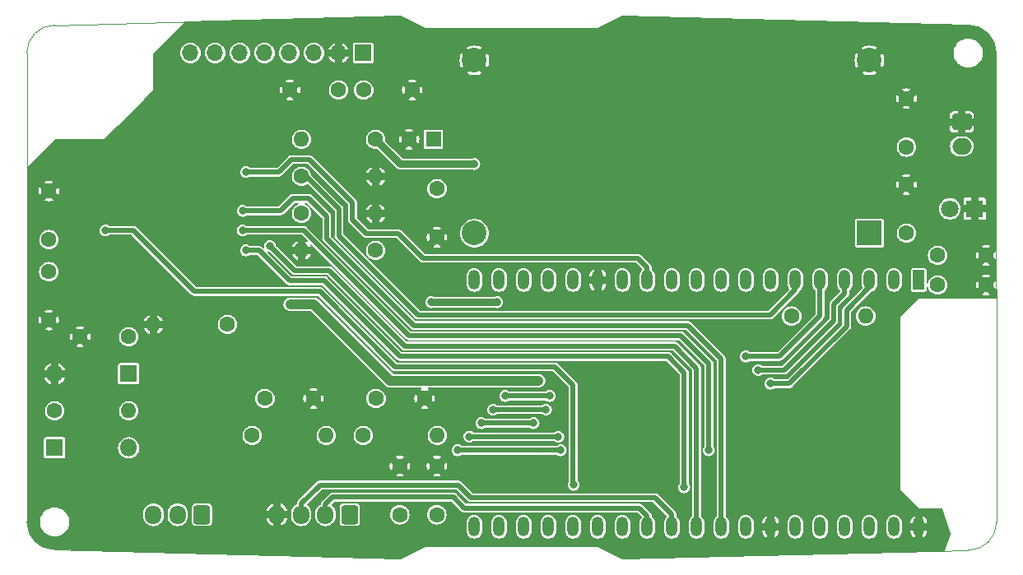
<source format=gbr>
G04 #@! TF.GenerationSoftware,KiCad,Pcbnew,7.0.9*
G04 #@! TF.CreationDate,2023-12-29T13:55:22-03:00*
G04 #@! TF.ProjectId,UECU,55454355-2e6b-4696-9361-645f70636258,v2.4*
G04 #@! TF.SameCoordinates,Original*
G04 #@! TF.FileFunction,Copper,L2,Bot*
G04 #@! TF.FilePolarity,Positive*
%FSLAX46Y46*%
G04 Gerber Fmt 4.6, Leading zero omitted, Abs format (unit mm)*
G04 Created by KiCad (PCBNEW 7.0.9) date 2023-12-29 13:55:22*
%MOMM*%
%LPD*%
G01*
G04 APERTURE LIST*
G04 Aperture macros list*
%AMRoundRect*
0 Rectangle with rounded corners*
0 $1 Rounding radius*
0 $2 $3 $4 $5 $6 $7 $8 $9 X,Y pos of 4 corners*
0 Add a 4 corners polygon primitive as box body*
4,1,4,$2,$3,$4,$5,$6,$7,$8,$9,$2,$3,0*
0 Add four circle primitives for the rounded corners*
1,1,$1+$1,$2,$3*
1,1,$1+$1,$4,$5*
1,1,$1+$1,$6,$7*
1,1,$1+$1,$8,$9*
0 Add four rect primitives between the rounded corners*
20,1,$1+$1,$2,$3,$4,$5,0*
20,1,$1+$1,$4,$5,$6,$7,0*
20,1,$1+$1,$6,$7,$8,$9,0*
20,1,$1+$1,$8,$9,$2,$3,0*%
G04 Aperture macros list end*
G04 #@! TA.AperFunction,ComponentPad*
%ADD10C,1.600000*%
G04 #@! TD*
G04 #@! TA.AperFunction,ComponentPad*
%ADD11O,1.600000X1.600000*%
G04 #@! TD*
G04 #@! TA.AperFunction,ComponentPad*
%ADD12RoundRect,0.250000X0.600000X0.725000X-0.600000X0.725000X-0.600000X-0.725000X0.600000X-0.725000X0*%
G04 #@! TD*
G04 #@! TA.AperFunction,ComponentPad*
%ADD13O,1.700000X1.950000*%
G04 #@! TD*
G04 #@! TA.AperFunction,ComponentPad*
%ADD14R,1.800000X1.800000*%
G04 #@! TD*
G04 #@! TA.AperFunction,ComponentPad*
%ADD15O,1.800000X1.800000*%
G04 #@! TD*
G04 #@! TA.AperFunction,ComponentPad*
%ADD16R,1.600000X1.600000*%
G04 #@! TD*
G04 #@! TA.AperFunction,ComponentPad*
%ADD17R,2.540000X2.540000*%
G04 #@! TD*
G04 #@! TA.AperFunction,ComponentPad*
%ADD18C,2.540000*%
G04 #@! TD*
G04 #@! TA.AperFunction,ComponentPad*
%ADD19O,2.000000X1.700000*%
G04 #@! TD*
G04 #@! TA.AperFunction,ComponentPad*
%ADD20RoundRect,0.250000X-0.750000X0.600000X-0.750000X-0.600000X0.750000X-0.600000X0.750000X0.600000X0*%
G04 #@! TD*
G04 #@! TA.AperFunction,ComponentPad*
%ADD21C,1.800000*%
G04 #@! TD*
G04 #@! TA.AperFunction,ComponentPad*
%ADD22R,1.700000X1.700000*%
G04 #@! TD*
G04 #@! TA.AperFunction,ComponentPad*
%ADD23O,1.700000X1.700000*%
G04 #@! TD*
G04 #@! TA.AperFunction,ComponentPad*
%ADD24R,1.200000X2.000000*%
G04 #@! TD*
G04 #@! TA.AperFunction,ComponentPad*
%ADD25O,1.200000X2.000000*%
G04 #@! TD*
G04 #@! TA.AperFunction,ViaPad*
%ADD26C,0.800000*%
G04 #@! TD*
G04 #@! TA.AperFunction,Conductor*
%ADD27C,0.750000*%
G04 #@! TD*
G04 #@! TA.AperFunction,Conductor*
%ADD28C,0.500000*%
G04 #@! TD*
G04 #@! TA.AperFunction,Conductor*
%ADD29C,1.000000*%
G04 #@! TD*
G04 #@! TA.AperFunction,Profile*
%ADD30C,0.100000*%
G04 #@! TD*
G04 APERTURE END LIST*
D10*
X75400000Y-62700000D03*
D11*
X83020000Y-62700000D03*
D10*
X125819000Y-77076400D03*
D11*
X133439000Y-77076400D03*
D12*
X80360000Y-97515000D03*
D13*
X77860000Y-97515000D03*
X75360000Y-97515000D03*
X72860000Y-97515000D03*
D10*
X83020000Y-70320000D03*
D11*
X75400000Y-70320000D03*
D10*
X50000000Y-86830000D03*
D11*
X57620000Y-86830000D03*
D10*
X137630000Y-59690000D03*
X137630000Y-54690000D03*
X81750000Y-89370000D03*
D11*
X89370000Y-89370000D03*
D10*
X89319200Y-97523400D03*
X89319200Y-92523400D03*
D14*
X57620000Y-83020000D03*
D15*
X50000000Y-83020000D03*
D16*
X88963600Y-58890000D03*
D10*
X86463600Y-58890000D03*
X81790000Y-53810000D03*
X86790000Y-53810000D03*
D17*
X133820000Y-68542000D03*
D18*
X133820000Y-50762000D03*
X93180000Y-50762000D03*
X93180000Y-68542000D03*
D10*
X83020000Y-58890000D03*
D11*
X75400000Y-58890000D03*
D19*
X143319600Y-59612000D03*
D20*
X143319600Y-57112000D03*
D10*
X79210000Y-53810000D03*
X74210000Y-53810000D03*
D12*
X65160000Y-97515000D03*
D13*
X62660000Y-97515000D03*
X60160000Y-97515000D03*
D10*
X49415800Y-69202400D03*
X49415800Y-64202400D03*
X137630000Y-68542000D03*
X137630000Y-63542000D03*
X70320000Y-89370000D03*
D11*
X77940000Y-89370000D03*
D14*
X144640400Y-66040000D03*
D21*
X142100400Y-66040000D03*
D10*
X140830400Y-70828000D03*
X145830400Y-70828000D03*
X57620000Y-79210000D03*
X52620000Y-79210000D03*
X67780000Y-77940000D03*
D11*
X60160000Y-77940000D03*
D22*
X81750000Y-50000000D03*
D23*
X79210000Y-50000000D03*
X76670000Y-50000000D03*
X74130000Y-50000000D03*
X71590000Y-50000000D03*
X69050000Y-50000000D03*
X66510000Y-50000000D03*
X63970000Y-50000000D03*
D24*
X138900000Y-73368000D03*
D25*
X136360000Y-73368000D03*
X133820000Y-73368000D03*
X131280000Y-73368000D03*
X128740000Y-73368000D03*
X126200000Y-73368000D03*
X123660000Y-73368000D03*
X121120000Y-73368000D03*
X118580000Y-73368000D03*
X116040000Y-73368000D03*
X113500000Y-73368000D03*
X110960000Y-73368000D03*
X108420000Y-73368000D03*
X105880000Y-73368000D03*
X103340000Y-73368000D03*
X100800000Y-73368000D03*
X98260000Y-73368000D03*
X95720000Y-73368000D03*
X93180000Y-73368000D03*
X93182720Y-98764320D03*
X95722720Y-98764320D03*
X98260000Y-98768000D03*
X100800000Y-98768000D03*
X103340000Y-98768000D03*
X105880000Y-98768000D03*
X108420000Y-98768000D03*
X110960000Y-98768000D03*
X113500000Y-98768000D03*
X116040000Y-98768000D03*
X118580000Y-98768000D03*
X121120000Y-98768000D03*
X123660000Y-98768000D03*
X126200000Y-98768000D03*
X128740000Y-98768000D03*
X131280000Y-98768000D03*
X133820000Y-98768000D03*
X136360000Y-98768000D03*
X138900000Y-98768000D03*
D14*
X50000000Y-90640000D03*
D15*
X57620000Y-90640000D03*
D10*
X83060000Y-85560000D03*
X88060000Y-85560000D03*
X89330000Y-63970000D03*
X89330000Y-68970000D03*
X71630000Y-85560000D03*
X76630000Y-85560000D03*
X140830400Y-73876000D03*
X145830400Y-73876000D03*
X75400000Y-66510000D03*
D11*
X83020000Y-66510000D03*
D10*
X85509200Y-97523400D03*
X85509200Y-92523400D03*
X49390400Y-72504400D03*
X49390400Y-77504400D03*
D26*
X55080000Y-72860000D03*
X54445000Y-100165000D03*
X72860000Y-64732000D03*
X110960000Y-67272000D03*
X77940000Y-60160000D03*
X50000000Y-93180000D03*
X70320000Y-83020000D03*
X60160000Y-72860000D03*
X75400000Y-93180000D03*
X87592000Y-67780000D03*
X99530000Y-100165000D03*
X62700000Y-75400000D03*
X109690000Y-47155200D03*
X137630000Y-96990000D03*
X65240000Y-62700000D03*
X47891800Y-73469600D03*
X129959200Y-100800000D03*
X66510000Y-47587000D03*
X47891800Y-88709600D03*
X107150000Y-48095000D03*
X98006000Y-92418000D03*
X126200000Y-67272000D03*
X121120000Y-67272000D03*
X72860000Y-60160000D03*
X79210000Y-47256800D03*
X59144000Y-55715000D03*
X130010000Y-47663200D03*
X98260000Y-62700000D03*
X100800000Y-57620000D03*
X55080000Y-66256000D03*
X69050000Y-47561600D03*
X81496000Y-56350000D03*
X67780000Y-85560000D03*
X121120000Y-85560000D03*
X74130000Y-47358400D03*
X94450000Y-100165000D03*
X60160000Y-67780000D03*
X123660000Y-62700000D03*
X57620000Y-70320000D03*
X128740000Y-95720000D03*
X84442400Y-101181000D03*
X143980000Y-72352000D03*
X89319200Y-48526800D03*
X89116000Y-100165000D03*
X47891800Y-63436600D03*
X105880000Y-57620000D03*
X112230000Y-101155600D03*
X135090000Y-47815600D03*
X75654000Y-88074600D03*
X77305000Y-100927000D03*
X70320000Y-78854400D03*
X60795000Y-51270000D03*
X64605000Y-100546000D03*
X126200000Y-85560000D03*
X55080000Y-98260000D03*
X86830000Y-47968000D03*
X57620000Y-60160000D03*
X133820000Y-83020000D03*
X47891800Y-76009600D03*
X122390000Y-100901600D03*
X52540000Y-90640000D03*
X57620000Y-95720000D03*
X102070000Y-100165000D03*
X55080000Y-62700000D03*
X121120000Y-90005000D03*
X59906000Y-88100000D03*
X70320000Y-52540000D03*
X128740000Y-52540000D03*
X140805000Y-97625000D03*
X118580000Y-70320000D03*
X99479200Y-48526800D03*
X123660000Y-95720000D03*
X50254000Y-59652000D03*
X62065000Y-49365000D03*
X145961200Y-56350000D03*
X141186000Y-99276000D03*
X144284800Y-69862800D03*
X81750000Y-47206000D03*
X136360000Y-86830000D03*
X65240000Y-83020000D03*
X113500000Y-62700000D03*
X57620000Y-65240000D03*
X137630000Y-47917200D03*
X113500000Y-52540000D03*
X60160000Y-57620000D03*
X127470000Y-100901600D03*
X104559200Y-48526800D03*
X136360000Y-84290000D03*
X75374600Y-78829000D03*
X51270000Y-77940000D03*
X60160000Y-93180000D03*
X98260000Y-52540000D03*
X80480000Y-88100000D03*
X145961200Y-51270000D03*
X70320000Y-93180000D03*
X55080000Y-83020000D03*
X118580000Y-52540000D03*
X47891800Y-70929600D03*
X95720000Y-69685000D03*
X110960000Y-90640000D03*
X126200000Y-90005000D03*
X100800000Y-67780000D03*
X65240000Y-72860000D03*
X136360000Y-81750000D03*
X127470000Y-47561600D03*
X65240000Y-57620000D03*
X92545000Y-65875000D03*
X79768800Y-101054000D03*
X62700000Y-85560000D03*
X51905000Y-100038000D03*
X108420000Y-52540000D03*
X94399200Y-48526800D03*
X117360800Y-101003200D03*
X57112000Y-57620000D03*
X62700000Y-90640000D03*
X76670000Y-47307600D03*
X75400000Y-57366000D03*
X60795000Y-53810000D03*
X62700000Y-55080000D03*
X83020000Y-90640000D03*
X145961200Y-64224000D03*
X116040000Y-57620000D03*
X109690000Y-101206400D03*
X63970000Y-47663200D03*
X108420000Y-88100000D03*
X117310000Y-47307600D03*
X114770000Y-47256800D03*
X122390000Y-47460000D03*
X113500000Y-95720000D03*
X72860000Y-90640000D03*
X70294600Y-87846000D03*
X131280000Y-57620000D03*
X62700000Y-60160000D03*
X80480000Y-83020000D03*
X114770000Y-101104800D03*
X123660000Y-70320000D03*
X123660000Y-87846000D03*
X91757600Y-100165000D03*
X135725000Y-66510000D03*
X47891800Y-83629600D03*
X85306000Y-63106400D03*
X47891800Y-78549600D03*
X47891800Y-81089600D03*
X119850000Y-100952400D03*
X65240000Y-52540000D03*
X133820000Y-80480000D03*
X65240000Y-88100000D03*
X55080000Y-62700000D03*
X140170000Y-48018800D03*
X140170000Y-100546000D03*
X47891800Y-65849600D03*
X72860000Y-80480000D03*
X128740000Y-62700000D03*
X73114000Y-85560000D03*
X102019200Y-48526800D03*
X112230000Y-75400000D03*
X88100000Y-52540000D03*
X55080000Y-93180000D03*
X59525000Y-100419000D03*
X131280000Y-85560000D03*
X55080000Y-88100000D03*
X128740000Y-87846000D03*
X62700000Y-80480000D03*
X52540000Y-95720000D03*
X62065000Y-100546000D03*
X65240000Y-67780000D03*
X54673600Y-59525000D03*
X47891800Y-68389600D03*
X60160000Y-83020000D03*
X72860000Y-95720000D03*
X90640000Y-73114000D03*
X145961200Y-58890000D03*
X75400000Y-83020000D03*
X108420000Y-62700000D03*
X121120000Y-57620000D03*
X69685000Y-100800000D03*
X47891800Y-93789600D03*
X56985000Y-100292000D03*
X131280000Y-70320000D03*
X55080000Y-77940000D03*
X77940000Y-90894000D03*
X70320000Y-57620000D03*
X91859200Y-48526800D03*
X88100000Y-90640000D03*
X103340000Y-62700000D03*
X137630000Y-50558800D03*
X71590000Y-47460000D03*
X72860000Y-55080000D03*
X143980000Y-74638000D03*
X145961200Y-53810000D03*
X95720000Y-66510000D03*
X57620000Y-75400000D03*
X96939200Y-48526800D03*
X93180000Y-53048000D03*
X132550000Y-100749200D03*
X52540000Y-85560000D03*
X67145000Y-100673000D03*
X93180000Y-62700000D03*
X74765000Y-100927000D03*
X52540000Y-75400000D03*
X131280000Y-90005000D03*
X47891800Y-96329600D03*
X104610000Y-100165000D03*
X116040000Y-67272000D03*
X118834000Y-80226000D03*
X113500000Y-70320000D03*
X78270200Y-85560000D03*
X142710000Y-48120400D03*
X145961200Y-61430000D03*
X133820000Y-53048000D03*
X103848000Y-82258000D03*
X123660000Y-52540000D03*
X47891800Y-91249600D03*
X137630000Y-100647600D03*
X67780000Y-55080000D03*
X95720000Y-57620000D03*
X122390000Y-75400000D03*
X131280000Y-66510000D03*
X85560000Y-88100000D03*
X86728400Y-100546000D03*
X60160000Y-62700000D03*
X126200000Y-57620000D03*
X128740000Y-83020000D03*
X105880000Y-67272000D03*
X48476000Y-61430000D03*
X119850000Y-47358400D03*
X136360000Y-89370000D03*
X103340000Y-52540000D03*
X117310000Y-75400000D03*
X65240000Y-93688000D03*
X145961200Y-67780000D03*
X104610000Y-72098000D03*
X135090000Y-100698400D03*
X90640000Y-57620000D03*
X124930000Y-47460000D03*
X70320000Y-98260000D03*
X52540000Y-81750000D03*
X107150000Y-100546000D03*
X96990000Y-100165000D03*
X105880000Y-90640000D03*
X84290000Y-47155200D03*
X110960000Y-85560000D03*
X95466000Y-94450000D03*
X82131000Y-101181000D03*
X110960000Y-57620000D03*
X62700000Y-70320000D03*
X67780000Y-95720000D03*
X134074000Y-91148000D03*
X136360000Y-79210000D03*
X136360000Y-57620000D03*
X118580000Y-62700000D03*
X136360000Y-91910000D03*
X89878000Y-86576000D03*
X47891800Y-86169600D03*
X136360000Y-94450000D03*
X72225000Y-100800000D03*
X107150000Y-72098000D03*
X123914000Y-80226000D03*
X133820000Y-88100000D03*
X77940000Y-80480000D03*
X50508000Y-70828000D03*
X113500000Y-88100000D03*
X102070000Y-86830000D03*
X124930000Y-100901600D03*
X112230000Y-47206000D03*
X62700000Y-65240000D03*
X67780000Y-80480000D03*
X132550000Y-47714000D03*
X93180000Y-61430000D03*
X95110400Y-86728400D03*
X100546000Y-86703000D03*
X93891200Y-88100000D03*
X99276000Y-88100000D03*
X95516800Y-75654000D03*
X88735000Y-75654000D03*
X74231600Y-75857200D03*
X99784000Y-83731200D03*
X122390000Y-82639000D03*
X92672000Y-89471600D03*
X101816000Y-89497000D03*
X91452800Y-90894000D03*
X102070000Y-90894000D03*
X123660000Y-84036000D03*
X100927000Y-85306000D03*
X96355000Y-85306000D03*
X121120000Y-81242000D03*
X69685000Y-62268200D03*
X103390800Y-94450000D03*
X55232400Y-68262600D03*
X72136000Y-69850000D03*
X69342000Y-66256000D03*
X114770000Y-94704000D03*
X69685000Y-70320000D03*
X69329400Y-68262600D03*
X117310000Y-90894000D03*
D27*
X93180000Y-61430000D02*
X85560000Y-61430000D01*
X85560000Y-61430000D02*
X83020000Y-58890000D01*
D28*
X113500000Y-97498000D02*
X113500000Y-98768000D01*
X92849800Y-95770800D02*
X111772800Y-95770800D01*
X111772800Y-95770800D02*
X113500000Y-97498000D01*
X77285000Y-94470000D02*
X91549000Y-94470000D01*
X75360000Y-96395000D02*
X77285000Y-94470000D01*
X91549000Y-94470000D02*
X92849800Y-95770800D01*
X75360000Y-97515000D02*
X75360000Y-96395000D01*
X92138600Y-96837600D02*
X110172600Y-96837600D01*
X78575000Y-95720000D02*
X91021000Y-95720000D01*
X77860000Y-96435000D02*
X78575000Y-95720000D01*
X110960000Y-97625000D02*
X110960000Y-98768000D01*
X77860000Y-97515000D02*
X77860000Y-96435000D01*
X110172600Y-96837600D02*
X110960000Y-97625000D01*
X91021000Y-95720000D02*
X92138600Y-96837600D01*
X95110400Y-86728400D02*
X95135800Y-86703000D01*
X95135800Y-86703000D02*
X100546000Y-86703000D01*
X99276000Y-88100000D02*
X93891200Y-88100000D01*
X79248000Y-68834000D02*
X87388800Y-76974800D01*
X75400000Y-62700000D02*
X75908000Y-62700000D01*
X123609200Y-76974800D02*
X126200000Y-74384000D01*
X87388800Y-76974800D02*
X123609200Y-76974800D01*
X126200000Y-74384000D02*
X126200000Y-73368000D01*
X75908000Y-62700000D02*
X79248000Y-66040000D01*
X79248000Y-66040000D02*
X79248000Y-68834000D01*
D29*
X84544000Y-83731200D02*
X99784000Y-83731200D01*
X74231600Y-75857200D02*
X76670000Y-75857200D01*
X76670000Y-75857200D02*
X84544000Y-83731200D01*
D27*
X95516800Y-75654000D02*
X88735000Y-75654000D01*
D28*
X130137000Y-75908000D02*
X131280000Y-74765000D01*
X125057000Y-82639000D02*
X130137000Y-77559000D01*
X92697400Y-89497000D02*
X92672000Y-89471600D01*
X130137000Y-77559000D02*
X130137000Y-75908000D01*
X131280000Y-74765000D02*
X131280000Y-73368000D01*
X101816000Y-89497000D02*
X92697400Y-89497000D01*
X122390000Y-82639000D02*
X125057000Y-82639000D01*
X131483200Y-76466800D02*
X131483200Y-78117800D01*
X131483200Y-78117800D02*
X125565000Y-84036000D01*
X133820000Y-73368000D02*
X133820000Y-74130000D01*
X125565000Y-84036000D02*
X123660000Y-84036000D01*
X102070000Y-90894000D02*
X91452800Y-90894000D01*
X133820000Y-74130000D02*
X131483200Y-76466800D01*
X96355000Y-85306000D02*
X100927000Y-85306000D01*
X128740000Y-77025600D02*
X128740000Y-73368000D01*
X121120000Y-81242000D02*
X124523600Y-81242000D01*
X124523600Y-81242000D02*
X128740000Y-77025600D01*
X76200000Y-60960000D02*
X80645000Y-65405000D01*
X74371400Y-60960000D02*
X76200000Y-60960000D01*
X87884000Y-71120000D02*
X109982000Y-71120000D01*
X73063200Y-62268200D02*
X74371400Y-60960000D01*
X109982000Y-71120000D02*
X110960000Y-72098000D01*
X80645000Y-67183000D02*
X82042000Y-68580000D01*
X80645000Y-65405000D02*
X80645000Y-67183000D01*
X82042000Y-68580000D02*
X85344000Y-68580000D01*
X69685000Y-62268200D02*
X73063200Y-62268200D01*
X85344000Y-68580000D02*
X87884000Y-71120000D01*
X110960000Y-72098000D02*
X110960000Y-73368000D01*
X64376400Y-74536400D02*
X77279600Y-74536400D01*
X103340000Y-94399200D02*
X103390800Y-94450000D01*
X58102600Y-68262600D02*
X64376400Y-74536400D01*
X85052000Y-82308800D02*
X101485800Y-82308800D01*
X103340000Y-84163000D02*
X103340000Y-94399200D01*
X101485800Y-82308800D02*
X103340000Y-84163000D01*
X55232400Y-68262600D02*
X58102600Y-68262600D01*
X77279600Y-74536400D02*
X85052000Y-82308800D01*
X72136000Y-69850000D02*
X74676000Y-72390000D01*
X86034064Y-80175200D02*
X113779400Y-80175200D01*
X116040000Y-82435800D02*
X116040000Y-98768000D01*
X113779400Y-80175200D02*
X116040000Y-82435800D01*
X74676000Y-72390000D02*
X78248864Y-72390000D01*
X78248864Y-72390000D02*
X86034064Y-80175200D01*
X74501600Y-64970000D02*
X76146000Y-64970000D01*
X77978000Y-69088000D02*
X86931600Y-78041600D01*
X118580000Y-81496000D02*
X118580000Y-98768000D01*
X86931600Y-78041600D02*
X115125600Y-78041600D01*
X77978000Y-66802000D02*
X77978000Y-69088000D01*
X115125600Y-78041600D02*
X118580000Y-81496000D01*
X73215600Y-66256000D02*
X74501600Y-64970000D01*
X76146000Y-64970000D02*
X77978000Y-66802000D01*
X69342000Y-66256000D02*
X73215600Y-66256000D01*
X77762200Y-73444200D02*
X85560000Y-81242000D01*
X85560000Y-81242000D02*
X113119000Y-81242000D01*
X69685000Y-70320000D02*
X71018500Y-70320000D01*
X71018500Y-70320000D02*
X74142700Y-73444200D01*
X114770000Y-82893000D02*
X114770000Y-94704000D01*
X113119000Y-81242000D02*
X114770000Y-82893000D01*
X74142700Y-73444200D02*
X77762200Y-73444200D01*
X75628600Y-68262600D02*
X86474400Y-79108400D01*
X114439800Y-79108400D02*
X117310000Y-81978600D01*
X69329400Y-68262600D02*
X75628600Y-68262600D01*
X117310000Y-81978600D02*
X117310000Y-90894000D01*
X86474400Y-79108400D02*
X114439800Y-79108400D01*
G04 #@! TA.AperFunction,Conductor*
G36*
X143949487Y-47114931D02*
G01*
X143951506Y-47115726D01*
X143978940Y-47115726D01*
X143981048Y-47115785D01*
X144005604Y-47117163D01*
X144095570Y-47122216D01*
X144309114Y-47135133D01*
X144313141Y-47135596D01*
X144328923Y-47138277D01*
X144463659Y-47161169D01*
X144640133Y-47193510D01*
X144643730Y-47194355D01*
X144797055Y-47238527D01*
X144962055Y-47289944D01*
X144965259Y-47291104D01*
X145037128Y-47320872D01*
X145115335Y-47353267D01*
X145270617Y-47423154D01*
X145273334Y-47424513D01*
X145416841Y-47503826D01*
X145561581Y-47591325D01*
X145563854Y-47592815D01*
X145634831Y-47643176D01*
X145697574Y-47687695D01*
X145698977Y-47688741D01*
X145831041Y-47792207D01*
X145832879Y-47793745D01*
X145955385Y-47903223D01*
X145956872Y-47904629D01*
X146075368Y-48023125D01*
X146076778Y-48024616D01*
X146186249Y-48147115D01*
X146187797Y-48148964D01*
X146291248Y-48281009D01*
X146292303Y-48282424D01*
X146324460Y-48327744D01*
X146387175Y-48416132D01*
X146388674Y-48418419D01*
X146476172Y-48563156D01*
X146555475Y-48706644D01*
X146556854Y-48709401D01*
X146626736Y-48864673D01*
X146688894Y-49014739D01*
X146690054Y-49017943D01*
X146741473Y-49182950D01*
X146785638Y-49336251D01*
X146786492Y-49339884D01*
X146818837Y-49516385D01*
X146844402Y-49666857D01*
X146844865Y-49670888D01*
X146857786Y-49884484D01*
X146864215Y-49998952D01*
X146864274Y-50001061D01*
X146864274Y-50030974D01*
X146864302Y-50031610D01*
X146882457Y-70324051D01*
X146864907Y-70372404D01*
X146820382Y-70398164D01*
X146796225Y-70398504D01*
X146790999Y-70397728D01*
X146360730Y-70827998D01*
X146360730Y-70828001D01*
X146790997Y-71258268D01*
X146797123Y-71257360D01*
X146847519Y-71267670D01*
X146879498Y-71307962D01*
X146883358Y-71331679D01*
X146885184Y-73372456D01*
X146867634Y-73420809D01*
X146823109Y-73446569D01*
X146798951Y-73446909D01*
X146790998Y-73445729D01*
X146360730Y-73875998D01*
X146360730Y-73876001D01*
X146790998Y-74306269D01*
X146799851Y-74304956D01*
X146850247Y-74315267D01*
X146882225Y-74355559D01*
X146886085Y-74379275D01*
X146886377Y-74705689D01*
X146886801Y-75179646D01*
X146886818Y-75197733D01*
X146869268Y-75246086D01*
X146824743Y-75271846D01*
X146811618Y-75273000D01*
X138900000Y-75273000D01*
X136995000Y-77177999D01*
X136995000Y-94958000D01*
X138899998Y-96862999D01*
X138899999Y-96863000D01*
X138899999Y-96862999D01*
X138900000Y-96863000D01*
X141281943Y-96838188D01*
X141330461Y-96855277D01*
X141354717Y-96891651D01*
X142144298Y-99507140D01*
X142143648Y-99552653D01*
X141595558Y-101196922D01*
X141563582Y-101237216D01*
X141526082Y-101248319D01*
X108438845Y-102069032D01*
X108403350Y-102061116D01*
X105891508Y-100805195D01*
X105888327Y-100802890D01*
X105881460Y-100800060D01*
X105880127Y-100799453D01*
X105880106Y-100799450D01*
X105878607Y-100799394D01*
X105871518Y-100798860D01*
X105867580Y-100799500D01*
X88112420Y-100799500D01*
X88108481Y-100798860D01*
X88101393Y-100799394D01*
X88100070Y-100799443D01*
X88099843Y-100799477D01*
X88098672Y-100800008D01*
X88092267Y-100802661D01*
X88089185Y-100804848D01*
X85576719Y-102061080D01*
X85541077Y-102068992D01*
X50030479Y-101118484D01*
X50028413Y-101117669D01*
X50001060Y-101117669D01*
X49998952Y-101117610D01*
X49884541Y-101111185D01*
X49673978Y-101098447D01*
X49669948Y-101097984D01*
X49520523Y-101072597D01*
X49346034Y-101040620D01*
X49342401Y-101039766D01*
X49190298Y-100995947D01*
X49027052Y-100945076D01*
X49023849Y-100943916D01*
X48875025Y-100882272D01*
X48721364Y-100813115D01*
X48718607Y-100811736D01*
X48576302Y-100733087D01*
X48433082Y-100646507D01*
X48430775Y-100644994D01*
X48298190Y-100550920D01*
X48296789Y-100549875D01*
X48166106Y-100447492D01*
X48164244Y-100445933D01*
X48042798Y-100337402D01*
X48041283Y-100335970D01*
X47924027Y-100218714D01*
X47922596Y-100217200D01*
X47814057Y-100095744D01*
X47812512Y-100093899D01*
X47710113Y-99963196D01*
X47709089Y-99961823D01*
X47614996Y-99829212D01*
X47613491Y-99826916D01*
X47609104Y-99819659D01*
X47526912Y-99683697D01*
X47448256Y-99541380D01*
X47446888Y-99538644D01*
X47377727Y-99384974D01*
X47316082Y-99236149D01*
X47314922Y-99232945D01*
X47309043Y-99214080D01*
X47264053Y-99069703D01*
X47220230Y-98917589D01*
X47219381Y-98913979D01*
X47187404Y-98739488D01*
X47162014Y-98590050D01*
X47161551Y-98586019D01*
X47158774Y-98540109D01*
X47149352Y-98384340D01*
X48499500Y-98384340D01*
X48538029Y-98615232D01*
X48540429Y-98629614D01*
X48561331Y-98690500D01*
X48621173Y-98864813D01*
X48621174Y-98864815D01*
X48739524Y-99083507D01*
X48892260Y-99279742D01*
X48892264Y-99279746D01*
X49075216Y-99448165D01*
X49283390Y-99584172D01*
X49283392Y-99584172D01*
X49283393Y-99584173D01*
X49511119Y-99684063D01*
X49752179Y-99745108D01*
X49814097Y-99750238D01*
X49937927Y-99760500D01*
X49937933Y-99760500D01*
X50062073Y-99760500D01*
X50173519Y-99751264D01*
X50247821Y-99745108D01*
X50488881Y-99684063D01*
X50716607Y-99584173D01*
X50924785Y-99448164D01*
X51107738Y-99279744D01*
X51162587Y-99209274D01*
X92382220Y-99209274D01*
X92382635Y-99212954D01*
X92397351Y-99343572D01*
X92397353Y-99343580D01*
X92452051Y-99499896D01*
X92456931Y-99513842D01*
X92501123Y-99584173D01*
X92552905Y-99666584D01*
X92680455Y-99794134D01*
X92680457Y-99794135D01*
X92680458Y-99794136D01*
X92833198Y-99890109D01*
X93003465Y-99949688D01*
X93110963Y-99961800D01*
X93182719Y-99969885D01*
X93182720Y-99969885D01*
X93182721Y-99969885D01*
X93242087Y-99963196D01*
X93361975Y-99949688D01*
X93532242Y-99890109D01*
X93684982Y-99794136D01*
X93812536Y-99666582D01*
X93908509Y-99513842D01*
X93968088Y-99343575D01*
X93983220Y-99209274D01*
X94922220Y-99209274D01*
X94922635Y-99212954D01*
X94937351Y-99343572D01*
X94937353Y-99343580D01*
X94992051Y-99499896D01*
X94996931Y-99513842D01*
X95041123Y-99584173D01*
X95092905Y-99666584D01*
X95220455Y-99794134D01*
X95220457Y-99794135D01*
X95220458Y-99794136D01*
X95373198Y-99890109D01*
X95543465Y-99949688D01*
X95650963Y-99961800D01*
X95722719Y-99969885D01*
X95722720Y-99969885D01*
X95722721Y-99969885D01*
X95782087Y-99963196D01*
X95901975Y-99949688D01*
X96072242Y-99890109D01*
X96224982Y-99794136D01*
X96352536Y-99666582D01*
X96448509Y-99513842D01*
X96508088Y-99343575D01*
X96522805Y-99212954D01*
X97459500Y-99212954D01*
X97464614Y-99258347D01*
X97474631Y-99347252D01*
X97474633Y-99347260D01*
X97509942Y-99448165D01*
X97534211Y-99517522D01*
X97576090Y-99584172D01*
X97630185Y-99670264D01*
X97757735Y-99797814D01*
X97757737Y-99797815D01*
X97757738Y-99797816D01*
X97910478Y-99893789D01*
X98080745Y-99953368D01*
X98167972Y-99963196D01*
X98259999Y-99973565D01*
X98260000Y-99973565D01*
X98260001Y-99973565D01*
X98304813Y-99968515D01*
X98439255Y-99953368D01*
X98609522Y-99893789D01*
X98762262Y-99797816D01*
X98889816Y-99670262D01*
X98985789Y-99517522D01*
X99045368Y-99347255D01*
X99060500Y-99212954D01*
X99999500Y-99212954D01*
X100004614Y-99258347D01*
X100014631Y-99347252D01*
X100014633Y-99347260D01*
X100049942Y-99448165D01*
X100074211Y-99517522D01*
X100116090Y-99584172D01*
X100170185Y-99670264D01*
X100297735Y-99797814D01*
X100297737Y-99797815D01*
X100297738Y-99797816D01*
X100450478Y-99893789D01*
X100620745Y-99953368D01*
X100707972Y-99963196D01*
X100799999Y-99973565D01*
X100800000Y-99973565D01*
X100800001Y-99973565D01*
X100844813Y-99968515D01*
X100979255Y-99953368D01*
X101149522Y-99893789D01*
X101302262Y-99797816D01*
X101429816Y-99670262D01*
X101525789Y-99517522D01*
X101585368Y-99347255D01*
X101600500Y-99212954D01*
X102539500Y-99212954D01*
X102544614Y-99258347D01*
X102554631Y-99347252D01*
X102554633Y-99347260D01*
X102589942Y-99448165D01*
X102614211Y-99517522D01*
X102656090Y-99584172D01*
X102710185Y-99670264D01*
X102837735Y-99797814D01*
X102837737Y-99797815D01*
X102837738Y-99797816D01*
X102990478Y-99893789D01*
X103160745Y-99953368D01*
X103247972Y-99963196D01*
X103339999Y-99973565D01*
X103340000Y-99973565D01*
X103340001Y-99973565D01*
X103384813Y-99968515D01*
X103519255Y-99953368D01*
X103689522Y-99893789D01*
X103842262Y-99797816D01*
X103969816Y-99670262D01*
X104065789Y-99517522D01*
X104125368Y-99347255D01*
X104140500Y-99212954D01*
X105079500Y-99212954D01*
X105084614Y-99258347D01*
X105094631Y-99347252D01*
X105094633Y-99347260D01*
X105129942Y-99448165D01*
X105154211Y-99517522D01*
X105196090Y-99584172D01*
X105250185Y-99670264D01*
X105377735Y-99797814D01*
X105377737Y-99797815D01*
X105377738Y-99797816D01*
X105530478Y-99893789D01*
X105700745Y-99953368D01*
X105787972Y-99963196D01*
X105879999Y-99973565D01*
X105880000Y-99973565D01*
X105880001Y-99973565D01*
X105924813Y-99968515D01*
X106059255Y-99953368D01*
X106229522Y-99893789D01*
X106382262Y-99797816D01*
X106509816Y-99670262D01*
X106605789Y-99517522D01*
X106665368Y-99347255D01*
X106680500Y-99212954D01*
X107619500Y-99212954D01*
X107624614Y-99258347D01*
X107634631Y-99347252D01*
X107634633Y-99347260D01*
X107669942Y-99448165D01*
X107694211Y-99517522D01*
X107736090Y-99584172D01*
X107790185Y-99670264D01*
X107917735Y-99797814D01*
X107917737Y-99797815D01*
X107917738Y-99797816D01*
X108070478Y-99893789D01*
X108240745Y-99953368D01*
X108327972Y-99963196D01*
X108419999Y-99973565D01*
X108420000Y-99973565D01*
X108420001Y-99973565D01*
X108464813Y-99968515D01*
X108599255Y-99953368D01*
X108769522Y-99893789D01*
X108922262Y-99797816D01*
X109049816Y-99670262D01*
X109145789Y-99517522D01*
X109205368Y-99347255D01*
X109220500Y-99212954D01*
X109220500Y-98323046D01*
X109205368Y-98188745D01*
X109145789Y-98018478D01*
X109049816Y-97865738D01*
X109049815Y-97865737D01*
X109049814Y-97865735D01*
X108922264Y-97738185D01*
X108854867Y-97695837D01*
X108769522Y-97642211D01*
X108741307Y-97632338D01*
X108599260Y-97582633D01*
X108599252Y-97582631D01*
X108420001Y-97562435D01*
X108419999Y-97562435D01*
X108240747Y-97582631D01*
X108240739Y-97582633D01*
X108070480Y-97642210D01*
X108070478Y-97642210D01*
X108070478Y-97642211D01*
X108049822Y-97655190D01*
X107917735Y-97738185D01*
X107790185Y-97865735D01*
X107721250Y-97975446D01*
X107696524Y-98014798D01*
X107694210Y-98018480D01*
X107634633Y-98188739D01*
X107634631Y-98188747D01*
X107624850Y-98275559D01*
X107619500Y-98323046D01*
X107619500Y-99212954D01*
X106680500Y-99212954D01*
X106680500Y-98323046D01*
X106665368Y-98188745D01*
X106605789Y-98018478D01*
X106509816Y-97865738D01*
X106509815Y-97865737D01*
X106509814Y-97865735D01*
X106382264Y-97738185D01*
X106314867Y-97695837D01*
X106229522Y-97642211D01*
X106201307Y-97632338D01*
X106059260Y-97582633D01*
X106059252Y-97582631D01*
X105880001Y-97562435D01*
X105879999Y-97562435D01*
X105700747Y-97582631D01*
X105700739Y-97582633D01*
X105530480Y-97642210D01*
X105530478Y-97642210D01*
X105530478Y-97642211D01*
X105509822Y-97655190D01*
X105377735Y-97738185D01*
X105250185Y-97865735D01*
X105181250Y-97975446D01*
X105156524Y-98014798D01*
X105154210Y-98018480D01*
X105094633Y-98188739D01*
X105094631Y-98188747D01*
X105084850Y-98275559D01*
X105079500Y-98323046D01*
X105079500Y-99212954D01*
X104140500Y-99212954D01*
X104140500Y-98323046D01*
X104125368Y-98188745D01*
X104065789Y-98018478D01*
X103969816Y-97865738D01*
X103969815Y-97865737D01*
X103969814Y-97865735D01*
X103842264Y-97738185D01*
X103774867Y-97695837D01*
X103689522Y-97642211D01*
X103661307Y-97632338D01*
X103519260Y-97582633D01*
X103519252Y-97582631D01*
X103340001Y-97562435D01*
X103339999Y-97562435D01*
X103160747Y-97582631D01*
X103160739Y-97582633D01*
X102990480Y-97642210D01*
X102990478Y-97642210D01*
X102990478Y-97642211D01*
X102969822Y-97655190D01*
X102837735Y-97738185D01*
X102710185Y-97865735D01*
X102641250Y-97975446D01*
X102616524Y-98014798D01*
X102614210Y-98018480D01*
X102554633Y-98188739D01*
X102554631Y-98188747D01*
X102544850Y-98275559D01*
X102539500Y-98323046D01*
X102539500Y-99212954D01*
X101600500Y-99212954D01*
X101600500Y-98323046D01*
X101585368Y-98188745D01*
X101525789Y-98018478D01*
X101429816Y-97865738D01*
X101429815Y-97865737D01*
X101429814Y-97865735D01*
X101302264Y-97738185D01*
X101234867Y-97695837D01*
X101149522Y-97642211D01*
X101121307Y-97632338D01*
X100979260Y-97582633D01*
X100979252Y-97582631D01*
X100800001Y-97562435D01*
X100799999Y-97562435D01*
X100620747Y-97582631D01*
X100620739Y-97582633D01*
X100450480Y-97642210D01*
X100450478Y-97642210D01*
X100450478Y-97642211D01*
X100429822Y-97655190D01*
X100297735Y-97738185D01*
X100170185Y-97865735D01*
X100101250Y-97975446D01*
X100076524Y-98014798D01*
X100074210Y-98018480D01*
X100014633Y-98188739D01*
X100014631Y-98188747D01*
X100004850Y-98275559D01*
X99999500Y-98323046D01*
X99999500Y-99212954D01*
X99060500Y-99212954D01*
X99060500Y-98323046D01*
X99045368Y-98188745D01*
X98985789Y-98018478D01*
X98889816Y-97865738D01*
X98889815Y-97865737D01*
X98889814Y-97865735D01*
X98762264Y-97738185D01*
X98694867Y-97695837D01*
X98609522Y-97642211D01*
X98581307Y-97632338D01*
X98439260Y-97582633D01*
X98439252Y-97582631D01*
X98260001Y-97562435D01*
X98259999Y-97562435D01*
X98080747Y-97582631D01*
X98080739Y-97582633D01*
X97910480Y-97642210D01*
X97910478Y-97642210D01*
X97910478Y-97642211D01*
X97889822Y-97655190D01*
X97757735Y-97738185D01*
X97630185Y-97865735D01*
X97561250Y-97975446D01*
X97536524Y-98014798D01*
X97534210Y-98018480D01*
X97474633Y-98188739D01*
X97474631Y-98188747D01*
X97464850Y-98275559D01*
X97459500Y-98323046D01*
X97459500Y-99212954D01*
X96522805Y-99212954D01*
X96523220Y-99209274D01*
X96523220Y-98319366D01*
X96508088Y-98185065D01*
X96448509Y-98014798D01*
X96352536Y-97862058D01*
X96352535Y-97862057D01*
X96352534Y-97862055D01*
X96224984Y-97734505D01*
X96163444Y-97695837D01*
X96072242Y-97638531D01*
X96061643Y-97634822D01*
X95901980Y-97578953D01*
X95901972Y-97578951D01*
X95722721Y-97558755D01*
X95722719Y-97558755D01*
X95543467Y-97578951D01*
X95543459Y-97578953D01*
X95373200Y-97638530D01*
X95373198Y-97638530D01*
X95373198Y-97638531D01*
X95354468Y-97650300D01*
X95220455Y-97734505D01*
X95092905Y-97862055D01*
X95018507Y-97980459D01*
X95000581Y-98008990D01*
X94996930Y-98014800D01*
X94937353Y-98185059D01*
X94937351Y-98185067D01*
X94932689Y-98226450D01*
X94922220Y-98319366D01*
X94922220Y-99209274D01*
X93983220Y-99209274D01*
X93983220Y-98319366D01*
X93968088Y-98185065D01*
X93908509Y-98014798D01*
X93812536Y-97862058D01*
X93812535Y-97862057D01*
X93812534Y-97862055D01*
X93684984Y-97734505D01*
X93623444Y-97695837D01*
X93532242Y-97638531D01*
X93521643Y-97634822D01*
X93361980Y-97578953D01*
X93361972Y-97578951D01*
X93182721Y-97558755D01*
X93182719Y-97558755D01*
X93003467Y-97578951D01*
X93003459Y-97578953D01*
X92833200Y-97638530D01*
X92833198Y-97638530D01*
X92833198Y-97638531D01*
X92814468Y-97650300D01*
X92680455Y-97734505D01*
X92552905Y-97862055D01*
X92478507Y-97980459D01*
X92460581Y-98008990D01*
X92456930Y-98014800D01*
X92397353Y-98185059D01*
X92397351Y-98185067D01*
X92392689Y-98226450D01*
X92382220Y-98319366D01*
X92382220Y-99209274D01*
X51162587Y-99209274D01*
X51260474Y-99083509D01*
X51378828Y-98864810D01*
X51459571Y-98629614D01*
X51500500Y-98384335D01*
X51500500Y-98135665D01*
X51459571Y-97890386D01*
X51391333Y-97691615D01*
X59109500Y-97691615D01*
X59124699Y-97845932D01*
X59184765Y-98043947D01*
X59184770Y-98043959D01*
X59262161Y-98188745D01*
X59282315Y-98226450D01*
X59413590Y-98386410D01*
X59573550Y-98517685D01*
X59756046Y-98615232D01*
X59756050Y-98615233D01*
X59756052Y-98615234D01*
X59803464Y-98629616D01*
X59954066Y-98675300D01*
X60160000Y-98695583D01*
X60365934Y-98675300D01*
X60563954Y-98615232D01*
X60746450Y-98517685D01*
X60906410Y-98386410D01*
X61037685Y-98226450D01*
X61135232Y-98043954D01*
X61195300Y-97845934D01*
X61210499Y-97691615D01*
X61609500Y-97691615D01*
X61624699Y-97845932D01*
X61684765Y-98043947D01*
X61684770Y-98043959D01*
X61762161Y-98188745D01*
X61782315Y-98226450D01*
X61913590Y-98386410D01*
X62073550Y-98517685D01*
X62256046Y-98615232D01*
X62256050Y-98615233D01*
X62256052Y-98615234D01*
X62303464Y-98629616D01*
X62454066Y-98675300D01*
X62660000Y-98695583D01*
X62865934Y-98675300D01*
X63063954Y-98615232D01*
X63246450Y-98517685D01*
X63406410Y-98386410D01*
X63482024Y-98294273D01*
X64109500Y-98294273D01*
X64112353Y-98324692D01*
X64112354Y-98324699D01*
X64112355Y-98324701D01*
X64157205Y-98452879D01*
X64157207Y-98452882D01*
X64237850Y-98562150D01*
X64329264Y-98629616D01*
X64347117Y-98642792D01*
X64347120Y-98642794D01*
X64377889Y-98653560D01*
X64475301Y-98687646D01*
X64489347Y-98688963D01*
X64505727Y-98690500D01*
X64505734Y-98690500D01*
X65814272Y-98690500D01*
X65828312Y-98689182D01*
X65844699Y-98687646D01*
X65972882Y-98642793D01*
X66082150Y-98562150D01*
X66162793Y-98452882D01*
X66207646Y-98324699D01*
X66209073Y-98309482D01*
X66210500Y-98294273D01*
X66210500Y-97890000D01*
X71786968Y-97890000D01*
X71834148Y-98050686D01*
X71930411Y-98237411D01*
X71930412Y-98237412D01*
X72060270Y-98402538D01*
X72060271Y-98402540D01*
X72219035Y-98540109D01*
X72219037Y-98540111D01*
X72400962Y-98645145D01*
X72485000Y-98674231D01*
X72485000Y-97890000D01*
X71786968Y-97890000D01*
X66210500Y-97890000D01*
X66210500Y-97583295D01*
X72385000Y-97583295D01*
X72423481Y-97714351D01*
X72497327Y-97829258D01*
X72600555Y-97918705D01*
X72724801Y-97975446D01*
X72826025Y-97990000D01*
X72893975Y-97990000D01*
X72995199Y-97975446D01*
X73119445Y-97918705D01*
X73152573Y-97890000D01*
X73235000Y-97890000D01*
X73235000Y-98678023D01*
X73412494Y-98596965D01*
X73412506Y-98596958D01*
X73583620Y-98475108D01*
X73583624Y-98475105D01*
X73728595Y-98323063D01*
X73842166Y-98146343D01*
X73842167Y-98146341D01*
X73920242Y-97951321D01*
X73920244Y-97951314D01*
X73932061Y-97890000D01*
X73235000Y-97890000D01*
X73152573Y-97890000D01*
X73222673Y-97829258D01*
X73296519Y-97714351D01*
X73303195Y-97691615D01*
X74309500Y-97691615D01*
X74324699Y-97845932D01*
X74384765Y-98043947D01*
X74384770Y-98043959D01*
X74462161Y-98188745D01*
X74482315Y-98226450D01*
X74613590Y-98386410D01*
X74773550Y-98517685D01*
X74956046Y-98615232D01*
X74956050Y-98615233D01*
X74956052Y-98615234D01*
X75003464Y-98629616D01*
X75154066Y-98675300D01*
X75360000Y-98695583D01*
X75565934Y-98675300D01*
X75763954Y-98615232D01*
X75946450Y-98517685D01*
X76106410Y-98386410D01*
X76237685Y-98226450D01*
X76335232Y-98043954D01*
X76395300Y-97845934D01*
X76410499Y-97691615D01*
X76809500Y-97691615D01*
X76824699Y-97845932D01*
X76884765Y-98043947D01*
X76884770Y-98043959D01*
X76962161Y-98188745D01*
X76982315Y-98226450D01*
X77113590Y-98386410D01*
X77273550Y-98517685D01*
X77456046Y-98615232D01*
X77456050Y-98615233D01*
X77456052Y-98615234D01*
X77503464Y-98629616D01*
X77654066Y-98675300D01*
X77860000Y-98695583D01*
X78065934Y-98675300D01*
X78263954Y-98615232D01*
X78446450Y-98517685D01*
X78606410Y-98386410D01*
X78682024Y-98294273D01*
X79309500Y-98294273D01*
X79312353Y-98324692D01*
X79312354Y-98324699D01*
X79312355Y-98324701D01*
X79357205Y-98452879D01*
X79357207Y-98452882D01*
X79437850Y-98562150D01*
X79529264Y-98629616D01*
X79547117Y-98642792D01*
X79547120Y-98642794D01*
X79577889Y-98653560D01*
X79675301Y-98687646D01*
X79689347Y-98688963D01*
X79705727Y-98690500D01*
X79705734Y-98690500D01*
X81014272Y-98690500D01*
X81028312Y-98689182D01*
X81044699Y-98687646D01*
X81172882Y-98642793D01*
X81282150Y-98562150D01*
X81362793Y-98452882D01*
X81407646Y-98324699D01*
X81409073Y-98309482D01*
X81410500Y-98294273D01*
X81410500Y-97523400D01*
X84503859Y-97523400D01*
X84523175Y-97719528D01*
X84523175Y-97719530D01*
X84523176Y-97719532D01*
X84575004Y-97890386D01*
X84580388Y-97908132D01*
X84673287Y-98081933D01*
X84673291Y-98081939D01*
X84798316Y-98234283D01*
X84901990Y-98319366D01*
X84950662Y-98359310D01*
X85124473Y-98452214D01*
X85313068Y-98509424D01*
X85509200Y-98528741D01*
X85705332Y-98509424D01*
X85893927Y-98452214D01*
X86067738Y-98359310D01*
X86220083Y-98234283D01*
X86345110Y-98081938D01*
X86438014Y-97908127D01*
X86495224Y-97719532D01*
X86514541Y-97523400D01*
X88313859Y-97523400D01*
X88333175Y-97719528D01*
X88333175Y-97719530D01*
X88333176Y-97719532D01*
X88385004Y-97890386D01*
X88390388Y-97908132D01*
X88483287Y-98081933D01*
X88483291Y-98081939D01*
X88608316Y-98234283D01*
X88711990Y-98319366D01*
X88760662Y-98359310D01*
X88934473Y-98452214D01*
X89123068Y-98509424D01*
X89319200Y-98528741D01*
X89515332Y-98509424D01*
X89703927Y-98452214D01*
X89877738Y-98359310D01*
X90030083Y-98234283D01*
X90155110Y-98081938D01*
X90248014Y-97908127D01*
X90305224Y-97719532D01*
X90324541Y-97523400D01*
X90305224Y-97327268D01*
X90248014Y-97138673D01*
X90247811Y-97138294D01*
X90155112Y-96964866D01*
X90155110Y-96964862D01*
X90095027Y-96891651D01*
X90030083Y-96812516D01*
X89877739Y-96687491D01*
X89877740Y-96687491D01*
X89877738Y-96687490D01*
X89877735Y-96687488D01*
X89877733Y-96687487D01*
X89703932Y-96594588D01*
X89703929Y-96594587D01*
X89703927Y-96594586D01*
X89515332Y-96537376D01*
X89515327Y-96537375D01*
X89515330Y-96537375D01*
X89319200Y-96518059D01*
X89123071Y-96537375D01*
X89123068Y-96537376D01*
X88934473Y-96594586D01*
X88934472Y-96594586D01*
X88934467Y-96594588D01*
X88760666Y-96687487D01*
X88760660Y-96687491D01*
X88608316Y-96812516D01*
X88483291Y-96964860D01*
X88483287Y-96964866D01*
X88390388Y-97138667D01*
X88390386Y-97138672D01*
X88390386Y-97138673D01*
X88370242Y-97205080D01*
X88333175Y-97327271D01*
X88313859Y-97523400D01*
X86514541Y-97523400D01*
X86495224Y-97327268D01*
X86438014Y-97138673D01*
X86437811Y-97138294D01*
X86345112Y-96964866D01*
X86345110Y-96964862D01*
X86285027Y-96891651D01*
X86220083Y-96812516D01*
X86067739Y-96687491D01*
X86067740Y-96687491D01*
X86067738Y-96687490D01*
X86067735Y-96687488D01*
X86067733Y-96687487D01*
X85893932Y-96594588D01*
X85893929Y-96594587D01*
X85893927Y-96594586D01*
X85705332Y-96537376D01*
X85705327Y-96537375D01*
X85705330Y-96537375D01*
X85509200Y-96518059D01*
X85313071Y-96537375D01*
X85313068Y-96537376D01*
X85124473Y-96594586D01*
X85124472Y-96594586D01*
X85124467Y-96594588D01*
X84950666Y-96687487D01*
X84950660Y-96687491D01*
X84798316Y-96812516D01*
X84673291Y-96964860D01*
X84673287Y-96964866D01*
X84580388Y-97138667D01*
X84580386Y-97138672D01*
X84580386Y-97138673D01*
X84560242Y-97205080D01*
X84523175Y-97327271D01*
X84503859Y-97523400D01*
X81410500Y-97523400D01*
X81410500Y-96735726D01*
X81407799Y-96706936D01*
X81407646Y-96705301D01*
X81362793Y-96577118D01*
X81282150Y-96467850D01*
X81172882Y-96387207D01*
X81172879Y-96387205D01*
X81067396Y-96350296D01*
X81044699Y-96342354D01*
X81044694Y-96342353D01*
X81044692Y-96342353D01*
X81014273Y-96339500D01*
X81014266Y-96339500D01*
X79705734Y-96339500D01*
X79705727Y-96339500D01*
X79675307Y-96342353D01*
X79675303Y-96342353D01*
X79675301Y-96342354D01*
X79675298Y-96342354D01*
X79675298Y-96342355D01*
X79547120Y-96387205D01*
X79547117Y-96387207D01*
X79437850Y-96467850D01*
X79357207Y-96577117D01*
X79357205Y-96577120D01*
X79312355Y-96705298D01*
X79312353Y-96705307D01*
X79309500Y-96735726D01*
X79309500Y-98294273D01*
X78682024Y-98294273D01*
X78737685Y-98226450D01*
X78835232Y-98043954D01*
X78895300Y-97845934D01*
X78910500Y-97691608D01*
X78910500Y-97338392D01*
X78895300Y-97184066D01*
X78835232Y-96986046D01*
X78737685Y-96803550D01*
X78606410Y-96643590D01*
X78495940Y-96552930D01*
X78469737Y-96508668D01*
X78478116Y-96457915D01*
X78490467Y-96441635D01*
X78739578Y-96192524D01*
X78786197Y-96170786D01*
X78792751Y-96170500D01*
X90803248Y-96170500D01*
X90851586Y-96188093D01*
X90856421Y-96192525D01*
X91800663Y-97136766D01*
X91803467Y-97139904D01*
X91828718Y-97171567D01*
X91828722Y-97171571D01*
X91877871Y-97205080D01*
X91925717Y-97240393D01*
X91930699Y-97243026D01*
X91930668Y-97243084D01*
X91935821Y-97245685D01*
X91935850Y-97245626D01*
X91940919Y-97248067D01*
X91940927Y-97248072D01*
X91997777Y-97265607D01*
X92053901Y-97285246D01*
X92053903Y-97285246D01*
X92059442Y-97286294D01*
X92059429Y-97286359D01*
X92065117Y-97287325D01*
X92065127Y-97287260D01*
X92070696Y-97288099D01*
X92070698Y-97288100D01*
X92130174Y-97288100D01*
X92189608Y-97290324D01*
X92189608Y-97290323D01*
X92189610Y-97290324D01*
X92189611Y-97290323D01*
X92195210Y-97289693D01*
X92195217Y-97289757D01*
X92207810Y-97288100D01*
X109954848Y-97288100D01*
X110003186Y-97305693D01*
X110008022Y-97310126D01*
X110393734Y-97695837D01*
X110415474Y-97742457D01*
X110402160Y-97792144D01*
X110393735Y-97802185D01*
X110330184Y-97865737D01*
X110262045Y-97974179D01*
X110236524Y-98014798D01*
X110234210Y-98018480D01*
X110174633Y-98188739D01*
X110174631Y-98188747D01*
X110164850Y-98275559D01*
X110159500Y-98323046D01*
X110159500Y-99212954D01*
X110164614Y-99258347D01*
X110174631Y-99347252D01*
X110174633Y-99347260D01*
X110209942Y-99448165D01*
X110234211Y-99517522D01*
X110276090Y-99584172D01*
X110330185Y-99670264D01*
X110457735Y-99797814D01*
X110457737Y-99797815D01*
X110457738Y-99797816D01*
X110610478Y-99893789D01*
X110780745Y-99953368D01*
X110867972Y-99963196D01*
X110959999Y-99973565D01*
X110960000Y-99973565D01*
X110960001Y-99973565D01*
X111004813Y-99968515D01*
X111139255Y-99953368D01*
X111309522Y-99893789D01*
X111462262Y-99797816D01*
X111589816Y-99670262D01*
X111685789Y-99517522D01*
X111745368Y-99347255D01*
X111760500Y-99212954D01*
X111760500Y-98323046D01*
X111745368Y-98188745D01*
X111685789Y-98018478D01*
X111589816Y-97865738D01*
X111462262Y-97738184D01*
X111445687Y-97727769D01*
X111414122Y-97687156D01*
X111410500Y-97664098D01*
X111410500Y-97652412D01*
X111410737Y-97648199D01*
X111414749Y-97612587D01*
X111415270Y-97607965D01*
X111414660Y-97604742D01*
X111404211Y-97549512D01*
X111395348Y-97490713D01*
X111393686Y-97485325D01*
X111393750Y-97485305D01*
X111391948Y-97479827D01*
X111391886Y-97479849D01*
X111390024Y-97474529D01*
X111362222Y-97421926D01*
X111336425Y-97368359D01*
X111336425Y-97368358D01*
X111336422Y-97368355D01*
X111333251Y-97363703D01*
X111333304Y-97363666D01*
X111329964Y-97358957D01*
X111329912Y-97358996D01*
X111326564Y-97354460D01*
X111284516Y-97312413D01*
X111264021Y-97290324D01*
X111244055Y-97268806D01*
X111244054Y-97268805D01*
X111239651Y-97265294D01*
X111239691Y-97265243D01*
X111229609Y-97257506D01*
X110907929Y-96935826D01*
X110510530Y-96538427D01*
X110507727Y-96535290D01*
X110506953Y-96534320D01*
X110482479Y-96503630D01*
X110433328Y-96470119D01*
X110385482Y-96434807D01*
X110385481Y-96434806D01*
X110385479Y-96434805D01*
X110380499Y-96432173D01*
X110380529Y-96432115D01*
X110375380Y-96429515D01*
X110375352Y-96429574D01*
X110370275Y-96427129D01*
X110370273Y-96427128D01*
X110313422Y-96409592D01*
X110257301Y-96389954D01*
X110251765Y-96388907D01*
X110251776Y-96388844D01*
X110246082Y-96387876D01*
X110246073Y-96387939D01*
X110240505Y-96387100D01*
X110240502Y-96387100D01*
X110181026Y-96387100D01*
X110121591Y-96384875D01*
X110115990Y-96385507D01*
X110115982Y-96385442D01*
X110103390Y-96387100D01*
X92356352Y-96387100D01*
X92308014Y-96369507D01*
X92303178Y-96365074D01*
X92072375Y-96134271D01*
X91358930Y-95420827D01*
X91356127Y-95417690D01*
X91344666Y-95403319D01*
X91330879Y-95386030D01*
X91281728Y-95352519D01*
X91233882Y-95317207D01*
X91233881Y-95317206D01*
X91233879Y-95317205D01*
X91228899Y-95314573D01*
X91228929Y-95314515D01*
X91223780Y-95311915D01*
X91223752Y-95311974D01*
X91218675Y-95309529D01*
X91218673Y-95309528D01*
X91161822Y-95291992D01*
X91150571Y-95288055D01*
X91105701Y-95272354D01*
X91100165Y-95271307D01*
X91100176Y-95271244D01*
X91094482Y-95270276D01*
X91094473Y-95270339D01*
X91088905Y-95269500D01*
X91088902Y-95269500D01*
X91029426Y-95269500D01*
X90969991Y-95267275D01*
X90964390Y-95267907D01*
X90964382Y-95267842D01*
X90951790Y-95269500D01*
X78602413Y-95269500D01*
X78598200Y-95269263D01*
X78557968Y-95264730D01*
X78557960Y-95264730D01*
X78509253Y-95273945D01*
X78499511Y-95275789D01*
X78487751Y-95277561D01*
X78440709Y-95284652D01*
X78435325Y-95286313D01*
X78435306Y-95286251D01*
X78429827Y-95288055D01*
X78429848Y-95288115D01*
X78424531Y-95289975D01*
X78424529Y-95289975D01*
X78424529Y-95289976D01*
X78408828Y-95298274D01*
X78371926Y-95317777D01*
X78318357Y-95343575D01*
X78313703Y-95346749D01*
X78313667Y-95346696D01*
X78308958Y-95350038D01*
X78308995Y-95350088D01*
X78304465Y-95353431D01*
X78262413Y-95395483D01*
X78218803Y-95435947D01*
X78215291Y-95440352D01*
X78215241Y-95440312D01*
X78207507Y-95450388D01*
X77560836Y-96097060D01*
X77557690Y-96099871D01*
X77526030Y-96125120D01*
X77492518Y-96174271D01*
X77457207Y-96222117D01*
X77454577Y-96227094D01*
X77454519Y-96227063D01*
X77451917Y-96232217D01*
X77451975Y-96232245D01*
X77449529Y-96237324D01*
X77431991Y-96294178D01*
X77412355Y-96350296D01*
X77411307Y-96355835D01*
X77411245Y-96355823D01*
X77410277Y-96361520D01*
X77410339Y-96361530D01*
X77409500Y-96367097D01*
X77409500Y-96394573D01*
X77391907Y-96442911D01*
X77369750Y-96460893D01*
X77273554Y-96512311D01*
X77273549Y-96512315D01*
X77113590Y-96643590D01*
X76982315Y-96803549D01*
X76982312Y-96803554D01*
X76884770Y-96986040D01*
X76884765Y-96986052D01*
X76824699Y-97184067D01*
X76809500Y-97338384D01*
X76809500Y-97691615D01*
X76410499Y-97691615D01*
X76410500Y-97691608D01*
X76410500Y-97338392D01*
X76395300Y-97184066D01*
X76335232Y-96986046D01*
X76237685Y-96803550D01*
X76106410Y-96643590D01*
X75973970Y-96534900D01*
X75947767Y-96490638D01*
X75956146Y-96439885D01*
X75968500Y-96423602D01*
X77449577Y-94942526D01*
X77496197Y-94920786D01*
X77502751Y-94920500D01*
X91331248Y-94920500D01*
X91379586Y-94938093D01*
X91384422Y-94942526D01*
X92511863Y-96069966D01*
X92514667Y-96073104D01*
X92539918Y-96104767D01*
X92539922Y-96104771D01*
X92589071Y-96138280D01*
X92636917Y-96173593D01*
X92641899Y-96176226D01*
X92641868Y-96176284D01*
X92647021Y-96178885D01*
X92647050Y-96178826D01*
X92652119Y-96181267D01*
X92652127Y-96181272D01*
X92708977Y-96198807D01*
X92765101Y-96218446D01*
X92765103Y-96218446D01*
X92770642Y-96219494D01*
X92770629Y-96219559D01*
X92776317Y-96220525D01*
X92776327Y-96220460D01*
X92781896Y-96221299D01*
X92781898Y-96221300D01*
X92841374Y-96221300D01*
X92900808Y-96223524D01*
X92900808Y-96223523D01*
X92900810Y-96223524D01*
X92900811Y-96223523D01*
X92906410Y-96222893D01*
X92906417Y-96222957D01*
X92919010Y-96221300D01*
X111555048Y-96221300D01*
X111603386Y-96238893D01*
X111608222Y-96243326D01*
X112997235Y-97632338D01*
X113018975Y-97678958D01*
X113005661Y-97728645D01*
X112997235Y-97738686D01*
X112870185Y-97865735D01*
X112801250Y-97975446D01*
X112776524Y-98014798D01*
X112774210Y-98018480D01*
X112714633Y-98188739D01*
X112714631Y-98188747D01*
X112704850Y-98275559D01*
X112699500Y-98323046D01*
X112699500Y-99212954D01*
X112704614Y-99258347D01*
X112714631Y-99347252D01*
X112714633Y-99347260D01*
X112749942Y-99448165D01*
X112774211Y-99517522D01*
X112816090Y-99584172D01*
X112870185Y-99670264D01*
X112997735Y-99797814D01*
X112997737Y-99797815D01*
X112997738Y-99797816D01*
X113150478Y-99893789D01*
X113320745Y-99953368D01*
X113407972Y-99963196D01*
X113499999Y-99973565D01*
X113500000Y-99973565D01*
X113500001Y-99973565D01*
X113544813Y-99968515D01*
X113679255Y-99953368D01*
X113849522Y-99893789D01*
X114002262Y-99797816D01*
X114129816Y-99670262D01*
X114225789Y-99517522D01*
X114285368Y-99347255D01*
X114300500Y-99212954D01*
X114300500Y-98323046D01*
X114285368Y-98188745D01*
X114225789Y-98018478D01*
X114129816Y-97865738D01*
X114002262Y-97738184D01*
X113985687Y-97727769D01*
X113954122Y-97687156D01*
X113950500Y-97664098D01*
X113950500Y-97525412D01*
X113950737Y-97521199D01*
X113952065Y-97509403D01*
X113955270Y-97480965D01*
X113948788Y-97446705D01*
X113944211Y-97422512D01*
X113935348Y-97363713D01*
X113933686Y-97358325D01*
X113933750Y-97358305D01*
X113931948Y-97352827D01*
X113931886Y-97352849D01*
X113930024Y-97347529D01*
X113902222Y-97294926D01*
X113898935Y-97288100D01*
X113876425Y-97241358D01*
X113876422Y-97241355D01*
X113873251Y-97236703D01*
X113873304Y-97236666D01*
X113869964Y-97231957D01*
X113869912Y-97231996D01*
X113866564Y-97227460D01*
X113824516Y-97185413D01*
X113784054Y-97141805D01*
X113779651Y-97138294D01*
X113779691Y-97138243D01*
X113769609Y-97130506D01*
X112949399Y-96310296D01*
X112110730Y-95471627D01*
X112107927Y-95468490D01*
X112093491Y-95450388D01*
X112082679Y-95436830D01*
X112033528Y-95403319D01*
X111985682Y-95368007D01*
X111985681Y-95368006D01*
X111985679Y-95368005D01*
X111980699Y-95365373D01*
X111980729Y-95365315D01*
X111975580Y-95362715D01*
X111975552Y-95362774D01*
X111970475Y-95360329D01*
X111970473Y-95360328D01*
X111913622Y-95342792D01*
X111857501Y-95323154D01*
X111851965Y-95322107D01*
X111851976Y-95322044D01*
X111846282Y-95321076D01*
X111846273Y-95321139D01*
X111840705Y-95320300D01*
X111840702Y-95320300D01*
X111781226Y-95320300D01*
X111721791Y-95318075D01*
X111716190Y-95318707D01*
X111716182Y-95318642D01*
X111703590Y-95320300D01*
X93067552Y-95320300D01*
X93019214Y-95302707D01*
X93014378Y-95298274D01*
X92751147Y-95035043D01*
X91886930Y-94170827D01*
X91884127Y-94167690D01*
X91883353Y-94166720D01*
X91858879Y-94136030D01*
X91809728Y-94102519D01*
X91761882Y-94067207D01*
X91761881Y-94067206D01*
X91761879Y-94067205D01*
X91756899Y-94064573D01*
X91756929Y-94064515D01*
X91751780Y-94061915D01*
X91751752Y-94061974D01*
X91746675Y-94059529D01*
X91746673Y-94059528D01*
X91689822Y-94041992D01*
X91684066Y-94039978D01*
X91633701Y-94022354D01*
X91628165Y-94021307D01*
X91628176Y-94021244D01*
X91622482Y-94020276D01*
X91622473Y-94020339D01*
X91616905Y-94019500D01*
X91616902Y-94019500D01*
X91557426Y-94019500D01*
X91497991Y-94017275D01*
X91492390Y-94017907D01*
X91492382Y-94017842D01*
X91479790Y-94019500D01*
X77312413Y-94019500D01*
X77308200Y-94019263D01*
X77267968Y-94014730D01*
X77267961Y-94014730D01*
X77209520Y-94025788D01*
X77150714Y-94034651D01*
X77145325Y-94036314D01*
X77145305Y-94036251D01*
X77139822Y-94038056D01*
X77139844Y-94038117D01*
X77134523Y-94039978D01*
X77081937Y-94067772D01*
X77028359Y-94093574D01*
X77023703Y-94096749D01*
X77023666Y-94096695D01*
X77018956Y-94100037D01*
X77018995Y-94100089D01*
X77014463Y-94103433D01*
X76972413Y-94145483D01*
X76928803Y-94185947D01*
X76925291Y-94190352D01*
X76925241Y-94190312D01*
X76917507Y-94200388D01*
X75060836Y-96057060D01*
X75057690Y-96059871D01*
X75026030Y-96085120D01*
X74992518Y-96134271D01*
X74957207Y-96182117D01*
X74954577Y-96187094D01*
X74954519Y-96187063D01*
X74951917Y-96192217D01*
X74951975Y-96192245D01*
X74949529Y-96197324D01*
X74949528Y-96197326D01*
X74949528Y-96197327D01*
X74947820Y-96202861D01*
X74931991Y-96254178D01*
X74912355Y-96310296D01*
X74911307Y-96315835D01*
X74911245Y-96315823D01*
X74910277Y-96321520D01*
X74910339Y-96321530D01*
X74909500Y-96327097D01*
X74909500Y-96386576D01*
X74909087Y-96397583D01*
X74889694Y-96445228D01*
X74869390Y-96461085D01*
X74773555Y-96512311D01*
X74773549Y-96512315D01*
X74613590Y-96643590D01*
X74482315Y-96803549D01*
X74482312Y-96803554D01*
X74384770Y-96986040D01*
X74384765Y-96986052D01*
X74324699Y-97184067D01*
X74309500Y-97338384D01*
X74309500Y-97691615D01*
X73303195Y-97691615D01*
X73335000Y-97583295D01*
X73335000Y-97446705D01*
X73296519Y-97315649D01*
X73222673Y-97200742D01*
X73119445Y-97111295D01*
X72995199Y-97054554D01*
X72893975Y-97040000D01*
X72826025Y-97040000D01*
X72724801Y-97054554D01*
X72600555Y-97111295D01*
X72497327Y-97200742D01*
X72423481Y-97315649D01*
X72385000Y-97446705D01*
X72385000Y-97583295D01*
X66210500Y-97583295D01*
X66210500Y-97140000D01*
X71787938Y-97140000D01*
X72485000Y-97140000D01*
X72485000Y-96355767D01*
X73235000Y-96355767D01*
X73235000Y-97140000D01*
X73933032Y-97140000D01*
X73885851Y-96979313D01*
X73789588Y-96792588D01*
X73789587Y-96792587D01*
X73659729Y-96627461D01*
X73659728Y-96627459D01*
X73500964Y-96489890D01*
X73500962Y-96489888D01*
X73319036Y-96384854D01*
X73235000Y-96355767D01*
X72485000Y-96355767D01*
X72485000Y-96351975D01*
X72484999Y-96351974D01*
X72307505Y-96433034D01*
X72307493Y-96433041D01*
X72136379Y-96554891D01*
X72136375Y-96554894D01*
X71991404Y-96706936D01*
X71877833Y-96883656D01*
X71877832Y-96883658D01*
X71799757Y-97078678D01*
X71799755Y-97078685D01*
X71787938Y-97140000D01*
X66210500Y-97140000D01*
X66210500Y-96735726D01*
X66207799Y-96706936D01*
X66207646Y-96705301D01*
X66162793Y-96577118D01*
X66082150Y-96467850D01*
X65972882Y-96387207D01*
X65972879Y-96387205D01*
X65867396Y-96350296D01*
X65844699Y-96342354D01*
X65844694Y-96342353D01*
X65844692Y-96342353D01*
X65814273Y-96339500D01*
X65814266Y-96339500D01*
X64505734Y-96339500D01*
X64505727Y-96339500D01*
X64475307Y-96342353D01*
X64475303Y-96342353D01*
X64475301Y-96342354D01*
X64475298Y-96342354D01*
X64475298Y-96342355D01*
X64347120Y-96387205D01*
X64347117Y-96387207D01*
X64237850Y-96467850D01*
X64157207Y-96577117D01*
X64157205Y-96577120D01*
X64112355Y-96705298D01*
X64112353Y-96705307D01*
X64109500Y-96735726D01*
X64109500Y-98294273D01*
X63482024Y-98294273D01*
X63537685Y-98226450D01*
X63635232Y-98043954D01*
X63695300Y-97845934D01*
X63710500Y-97691608D01*
X63710500Y-97338392D01*
X63695300Y-97184066D01*
X63635232Y-96986046D01*
X63537685Y-96803550D01*
X63406410Y-96643590D01*
X63246450Y-96512315D01*
X63246445Y-96512312D01*
X63063959Y-96414770D01*
X63063947Y-96414765D01*
X62865932Y-96354699D01*
X62660000Y-96334417D01*
X62454067Y-96354699D01*
X62256052Y-96414765D01*
X62256040Y-96414770D01*
X62073554Y-96512312D01*
X62073549Y-96512315D01*
X61913590Y-96643590D01*
X61782315Y-96803549D01*
X61782312Y-96803554D01*
X61684770Y-96986040D01*
X61684765Y-96986052D01*
X61624699Y-97184067D01*
X61609500Y-97338384D01*
X61609500Y-97691615D01*
X61210499Y-97691615D01*
X61210500Y-97691608D01*
X61210500Y-97338392D01*
X61195300Y-97184066D01*
X61135232Y-96986046D01*
X61037685Y-96803550D01*
X60906410Y-96643590D01*
X60746450Y-96512315D01*
X60746445Y-96512312D01*
X60563959Y-96414770D01*
X60563947Y-96414765D01*
X60365932Y-96354699D01*
X60160000Y-96334417D01*
X59954067Y-96354699D01*
X59756052Y-96414765D01*
X59756040Y-96414770D01*
X59573554Y-96512312D01*
X59573549Y-96512315D01*
X59413590Y-96643590D01*
X59282315Y-96803549D01*
X59282312Y-96803554D01*
X59184770Y-96986040D01*
X59184765Y-96986052D01*
X59124699Y-97184067D01*
X59109500Y-97338384D01*
X59109500Y-97691615D01*
X51391333Y-97691615D01*
X51378828Y-97655190D01*
X51366461Y-97632338D01*
X51260475Y-97436492D01*
X51107739Y-97240257D01*
X51107735Y-97240253D01*
X50924783Y-97071834D01*
X50716609Y-96935827D01*
X50716605Y-96935826D01*
X50488887Y-96835939D01*
X50488883Y-96835938D01*
X50488881Y-96835937D01*
X50247821Y-96774892D01*
X50247820Y-96774891D01*
X50247817Y-96774891D01*
X50062073Y-96759500D01*
X50062067Y-96759500D01*
X49937933Y-96759500D01*
X49937927Y-96759500D01*
X49752182Y-96774891D01*
X49682303Y-96792587D01*
X49511119Y-96835937D01*
X49511117Y-96835937D01*
X49511116Y-96835938D01*
X49511112Y-96835939D01*
X49283394Y-96935826D01*
X49283390Y-96935827D01*
X49075216Y-97071834D01*
X48892264Y-97240253D01*
X48892260Y-97240257D01*
X48739524Y-97436492D01*
X48621174Y-97655184D01*
X48621173Y-97655186D01*
X48540430Y-97890383D01*
X48540427Y-97890395D01*
X48499500Y-98135659D01*
X48499500Y-98384340D01*
X47149352Y-98384340D01*
X47148816Y-98375481D01*
X47142388Y-98261018D01*
X47142330Y-98258977D01*
X47141495Y-93483998D01*
X85078929Y-93483998D01*
X85078930Y-93483999D01*
X85105434Y-93498166D01*
X85105433Y-93498166D01*
X85303366Y-93558208D01*
X85303365Y-93558208D01*
X85509200Y-93578480D01*
X85715034Y-93558208D01*
X85912961Y-93498167D01*
X85939469Y-93483998D01*
X88888929Y-93483998D01*
X88888930Y-93483999D01*
X88915434Y-93498166D01*
X88915433Y-93498166D01*
X89113366Y-93558208D01*
X89113365Y-93558208D01*
X89319200Y-93578480D01*
X89525034Y-93558208D01*
X89722961Y-93498167D01*
X89749469Y-93483998D01*
X89319201Y-93053730D01*
X89319199Y-93053730D01*
X88888929Y-93483998D01*
X85939469Y-93483998D01*
X85509201Y-93053730D01*
X85509199Y-93053730D01*
X85078929Y-93483998D01*
X47141495Y-93483998D01*
X47141327Y-92523400D01*
X84454119Y-92523400D01*
X84474391Y-92729234D01*
X84534429Y-92927154D01*
X84534432Y-92927162D01*
X84548599Y-92953668D01*
X84978869Y-92523400D01*
X85104214Y-92523400D01*
X85124035Y-92648548D01*
X85181559Y-92761445D01*
X85271155Y-92851041D01*
X85384052Y-92908565D01*
X85477719Y-92923400D01*
X85540681Y-92923400D01*
X85634348Y-92908565D01*
X85747245Y-92851041D01*
X85836841Y-92761445D01*
X85894365Y-92648548D01*
X85914186Y-92523401D01*
X86039530Y-92523401D01*
X86469798Y-92953669D01*
X86483967Y-92927161D01*
X86544008Y-92729234D01*
X86564280Y-92523400D01*
X88264119Y-92523400D01*
X88284391Y-92729234D01*
X88344429Y-92927154D01*
X88344432Y-92927162D01*
X88358599Y-92953668D01*
X88788869Y-92523400D01*
X88914214Y-92523400D01*
X88934035Y-92648548D01*
X88991559Y-92761445D01*
X89081155Y-92851041D01*
X89194052Y-92908565D01*
X89287719Y-92923400D01*
X89350681Y-92923400D01*
X89444348Y-92908565D01*
X89557245Y-92851041D01*
X89646841Y-92761445D01*
X89704365Y-92648548D01*
X89724186Y-92523401D01*
X89849530Y-92523401D01*
X90279798Y-92953669D01*
X90293967Y-92927161D01*
X90354008Y-92729234D01*
X90374280Y-92523400D01*
X90354008Y-92317565D01*
X90293966Y-92119634D01*
X90279799Y-92093130D01*
X90279798Y-92093129D01*
X89849530Y-92523398D01*
X89849530Y-92523401D01*
X89724186Y-92523401D01*
X89724186Y-92523400D01*
X89704365Y-92398252D01*
X89646841Y-92285355D01*
X89557245Y-92195759D01*
X89444348Y-92138235D01*
X89350681Y-92123400D01*
X89287719Y-92123400D01*
X89194052Y-92138235D01*
X89081155Y-92195759D01*
X88991559Y-92285355D01*
X88934035Y-92398252D01*
X88914214Y-92523400D01*
X88788869Y-92523400D01*
X88788870Y-92523399D01*
X88358601Y-92093130D01*
X88358599Y-92093130D01*
X88344432Y-92119636D01*
X88284391Y-92317565D01*
X88264119Y-92523400D01*
X86564280Y-92523400D01*
X86544008Y-92317565D01*
X86483966Y-92119634D01*
X86469799Y-92093130D01*
X86469798Y-92093129D01*
X86039530Y-92523398D01*
X86039530Y-92523401D01*
X85914186Y-92523401D01*
X85914186Y-92523400D01*
X85894365Y-92398252D01*
X85836841Y-92285355D01*
X85747245Y-92195759D01*
X85634348Y-92138235D01*
X85540681Y-92123400D01*
X85477719Y-92123400D01*
X85384052Y-92138235D01*
X85271155Y-92195759D01*
X85181559Y-92285355D01*
X85124035Y-92398252D01*
X85104214Y-92523400D01*
X84978869Y-92523400D01*
X84978870Y-92523399D01*
X84548601Y-92093130D01*
X84548599Y-92093130D01*
X84534432Y-92119636D01*
X84474391Y-92317565D01*
X84454119Y-92523400D01*
X47141327Y-92523400D01*
X47141158Y-91559748D01*
X48899500Y-91559748D01*
X48911132Y-91618229D01*
X48911133Y-91618231D01*
X48955448Y-91684552D01*
X49021769Y-91728867D01*
X49051010Y-91734683D01*
X49080251Y-91740500D01*
X49080252Y-91740500D01*
X50919749Y-91740500D01*
X50939242Y-91736622D01*
X50978231Y-91728867D01*
X51044552Y-91684552D01*
X51088867Y-91618231D01*
X51100500Y-91559748D01*
X51100500Y-90640002D01*
X56514785Y-90640002D01*
X56533603Y-90843087D01*
X56589416Y-91039247D01*
X56589418Y-91039251D01*
X56680324Y-91221817D01*
X56803232Y-91384575D01*
X56803235Y-91384578D01*
X56953956Y-91521979D01*
X57127359Y-91629346D01*
X57127361Y-91629346D01*
X57127363Y-91629348D01*
X57317544Y-91703024D01*
X57518024Y-91740500D01*
X57518029Y-91740500D01*
X57721971Y-91740500D01*
X57721976Y-91740500D01*
X57922456Y-91703024D01*
X58112637Y-91629348D01*
X58220114Y-91562801D01*
X85078930Y-91562801D01*
X85509199Y-91993070D01*
X85509200Y-91993070D01*
X85939466Y-91562801D01*
X88888930Y-91562801D01*
X89319199Y-91993070D01*
X89319200Y-91993070D01*
X89749468Y-91562799D01*
X89722962Y-91548632D01*
X89722954Y-91548629D01*
X89525033Y-91488591D01*
X89525034Y-91488591D01*
X89319200Y-91468319D01*
X89113365Y-91488591D01*
X88915436Y-91548632D01*
X88888930Y-91562799D01*
X88888930Y-91562801D01*
X85939466Y-91562801D01*
X85939468Y-91562799D01*
X85912962Y-91548632D01*
X85912954Y-91548629D01*
X85715033Y-91488591D01*
X85715034Y-91488591D01*
X85509200Y-91468319D01*
X85303365Y-91488591D01*
X85105436Y-91548632D01*
X85078930Y-91562799D01*
X85078930Y-91562801D01*
X58220114Y-91562801D01*
X58286041Y-91521981D01*
X58436764Y-91384579D01*
X58559673Y-91221821D01*
X58650582Y-91039250D01*
X58691910Y-90894000D01*
X90847118Y-90894000D01*
X90867756Y-91050763D01*
X90928263Y-91196839D01*
X90928265Y-91196842D01*
X91024517Y-91322282D01*
X91053473Y-91344500D01*
X91149959Y-91418536D01*
X91296038Y-91479044D01*
X91452800Y-91499682D01*
X91609562Y-91479044D01*
X91755641Y-91418536D01*
X91831875Y-91360040D01*
X91877654Y-91344500D01*
X101645146Y-91344500D01*
X101690925Y-91360040D01*
X101767159Y-91418536D01*
X101913238Y-91479044D01*
X102070000Y-91499682D01*
X102226762Y-91479044D01*
X102372841Y-91418536D01*
X102498282Y-91322282D01*
X102594536Y-91196841D01*
X102655044Y-91050762D01*
X102675682Y-90894000D01*
X102655044Y-90737238D01*
X102594536Y-90591159D01*
X102520500Y-90494673D01*
X102498282Y-90465717D01*
X102372842Y-90369465D01*
X102372841Y-90369464D01*
X102372839Y-90369463D01*
X102226763Y-90308956D01*
X102070000Y-90288318D01*
X101913236Y-90308956D01*
X101767160Y-90369463D01*
X101767157Y-90369465D01*
X101690925Y-90427960D01*
X101645146Y-90443500D01*
X91877654Y-90443500D01*
X91831875Y-90427960D01*
X91755642Y-90369465D01*
X91755641Y-90369464D01*
X91755639Y-90369463D01*
X91609563Y-90308956D01*
X91452800Y-90288318D01*
X91296036Y-90308956D01*
X91149960Y-90369463D01*
X91149957Y-90369465D01*
X91024517Y-90465717D01*
X90928265Y-90591157D01*
X90928263Y-90591160D01*
X90867756Y-90737236D01*
X90847118Y-90894000D01*
X58691910Y-90894000D01*
X58706397Y-90843083D01*
X58725215Y-90640000D01*
X58706397Y-90436917D01*
X58706396Y-90436912D01*
X58650583Y-90240752D01*
X58650581Y-90240748D01*
X58559675Y-90058182D01*
X58532001Y-90021536D01*
X58512819Y-89996134D01*
X58436767Y-89895424D01*
X58436764Y-89895421D01*
X58286043Y-89758020D01*
X58112640Y-89650653D01*
X57922457Y-89576976D01*
X57864445Y-89566132D01*
X57721976Y-89539500D01*
X57518024Y-89539500D01*
X57384370Y-89564484D01*
X57317542Y-89576976D01*
X57127360Y-89650653D01*
X57127359Y-89650653D01*
X56953956Y-89758020D01*
X56803235Y-89895421D01*
X56803232Y-89895424D01*
X56680324Y-90058182D01*
X56589418Y-90240748D01*
X56589416Y-90240752D01*
X56533603Y-90436912D01*
X56514785Y-90639997D01*
X56514785Y-90640002D01*
X51100500Y-90640002D01*
X51100500Y-89720252D01*
X51088867Y-89661769D01*
X51044552Y-89595448D01*
X50978231Y-89551133D01*
X50978229Y-89551132D01*
X50919749Y-89539500D01*
X50919748Y-89539500D01*
X49080252Y-89539500D01*
X49080251Y-89539500D01*
X49021770Y-89551132D01*
X49021768Y-89551133D01*
X48955448Y-89595448D01*
X48911133Y-89661768D01*
X48911132Y-89661770D01*
X48899500Y-89720251D01*
X48899500Y-91559748D01*
X47141158Y-91559748D01*
X47140775Y-89370000D01*
X69314659Y-89370000D01*
X69333975Y-89566128D01*
X69333975Y-89566130D01*
X69333976Y-89566132D01*
X69362987Y-89661769D01*
X69391188Y-89754732D01*
X69484087Y-89928533D01*
X69484091Y-89928539D01*
X69609116Y-90080883D01*
X69715131Y-90167887D01*
X69761462Y-90205910D01*
X69935273Y-90298814D01*
X70123868Y-90356024D01*
X70320000Y-90375341D01*
X70516132Y-90356024D01*
X70704727Y-90298814D01*
X70878538Y-90205910D01*
X71030883Y-90080883D01*
X71155910Y-89928538D01*
X71248814Y-89754727D01*
X71306024Y-89566132D01*
X71325341Y-89370000D01*
X76934659Y-89370000D01*
X76953975Y-89566128D01*
X76953975Y-89566130D01*
X76953976Y-89566132D01*
X76982987Y-89661769D01*
X77011188Y-89754732D01*
X77104087Y-89928533D01*
X77104091Y-89928539D01*
X77229116Y-90080883D01*
X77335131Y-90167887D01*
X77381462Y-90205910D01*
X77555273Y-90298814D01*
X77743868Y-90356024D01*
X77940000Y-90375341D01*
X78136132Y-90356024D01*
X78324727Y-90298814D01*
X78498538Y-90205910D01*
X78650883Y-90080883D01*
X78775910Y-89928538D01*
X78868814Y-89754727D01*
X78926024Y-89566132D01*
X78945341Y-89370000D01*
X80744659Y-89370000D01*
X80763975Y-89566128D01*
X80763975Y-89566130D01*
X80763976Y-89566132D01*
X80792987Y-89661769D01*
X80821188Y-89754732D01*
X80914087Y-89928533D01*
X80914091Y-89928539D01*
X81039116Y-90080883D01*
X81145131Y-90167887D01*
X81191462Y-90205910D01*
X81365273Y-90298814D01*
X81553868Y-90356024D01*
X81750000Y-90375341D01*
X81946132Y-90356024D01*
X82134727Y-90298814D01*
X82308538Y-90205910D01*
X82460883Y-90080883D01*
X82585910Y-89928538D01*
X82678814Y-89754727D01*
X82736024Y-89566132D01*
X82755341Y-89370000D01*
X88364659Y-89370000D01*
X88383975Y-89566128D01*
X88383975Y-89566130D01*
X88383976Y-89566132D01*
X88412987Y-89661769D01*
X88441188Y-89754732D01*
X88534087Y-89928533D01*
X88534091Y-89928539D01*
X88659116Y-90080883D01*
X88765131Y-90167887D01*
X88811462Y-90205910D01*
X88985273Y-90298814D01*
X89173868Y-90356024D01*
X89370000Y-90375341D01*
X89566132Y-90356024D01*
X89754727Y-90298814D01*
X89928538Y-90205910D01*
X90080883Y-90080883D01*
X90205910Y-89928538D01*
X90298814Y-89754727D01*
X90356024Y-89566132D01*
X90365334Y-89471600D01*
X92066318Y-89471600D01*
X92086956Y-89628363D01*
X92147463Y-89774439D01*
X92147465Y-89774442D01*
X92243717Y-89899882D01*
X92305775Y-89947500D01*
X92369159Y-89996136D01*
X92515238Y-90056644D01*
X92672000Y-90077282D01*
X92828762Y-90056644D01*
X92974841Y-89996136D01*
X93017973Y-89963040D01*
X93063752Y-89947500D01*
X101391146Y-89947500D01*
X101436925Y-89963040D01*
X101513159Y-90021536D01*
X101659238Y-90082044D01*
X101816000Y-90102682D01*
X101972762Y-90082044D01*
X102118841Y-90021536D01*
X102244282Y-89925282D01*
X102340536Y-89799841D01*
X102401044Y-89653762D01*
X102421682Y-89497000D01*
X102401044Y-89340238D01*
X102340536Y-89194159D01*
X102304197Y-89146801D01*
X102244282Y-89068717D01*
X102118842Y-88972465D01*
X102118841Y-88972464D01*
X102118839Y-88972463D01*
X101972763Y-88911956D01*
X101816000Y-88891318D01*
X101659236Y-88911956D01*
X101513160Y-88972463D01*
X101513157Y-88972465D01*
X101436925Y-89030960D01*
X101391146Y-89046500D01*
X93129956Y-89046500D01*
X93084177Y-89030960D01*
X92974842Y-88947065D01*
X92974841Y-88947064D01*
X92974839Y-88947063D01*
X92828763Y-88886556D01*
X92672000Y-88865918D01*
X92515236Y-88886556D01*
X92369160Y-88947063D01*
X92369157Y-88947065D01*
X92243717Y-89043317D01*
X92147465Y-89168757D01*
X92147463Y-89168760D01*
X92086956Y-89314836D01*
X92066318Y-89471600D01*
X90365334Y-89471600D01*
X90375341Y-89370000D01*
X90356024Y-89173868D01*
X90298814Y-88985273D01*
X90291967Y-88972464D01*
X90205912Y-88811466D01*
X90205910Y-88811462D01*
X90167887Y-88765131D01*
X90080883Y-88659116D01*
X89928539Y-88534091D01*
X89928540Y-88534091D01*
X89928538Y-88534090D01*
X89928535Y-88534088D01*
X89928533Y-88534087D01*
X89754732Y-88441188D01*
X89754729Y-88441187D01*
X89754727Y-88441186D01*
X89566132Y-88383976D01*
X89566127Y-88383975D01*
X89566130Y-88383975D01*
X89370000Y-88364659D01*
X89173871Y-88383975D01*
X89173868Y-88383976D01*
X88985273Y-88441186D01*
X88985272Y-88441186D01*
X88985267Y-88441188D01*
X88811466Y-88534087D01*
X88811460Y-88534091D01*
X88659116Y-88659116D01*
X88534091Y-88811460D01*
X88534087Y-88811466D01*
X88441188Y-88985267D01*
X88441186Y-88985272D01*
X88441186Y-88985273D01*
X88423578Y-89043318D01*
X88383975Y-89173871D01*
X88364659Y-89370000D01*
X82755341Y-89370000D01*
X82736024Y-89173868D01*
X82678814Y-88985273D01*
X82671967Y-88972464D01*
X82585912Y-88811466D01*
X82585910Y-88811462D01*
X82547887Y-88765131D01*
X82460883Y-88659116D01*
X82308539Y-88534091D01*
X82308540Y-88534091D01*
X82308538Y-88534090D01*
X82308535Y-88534088D01*
X82308533Y-88534087D01*
X82134732Y-88441188D01*
X82134729Y-88441187D01*
X82134727Y-88441186D01*
X81946132Y-88383976D01*
X81946127Y-88383975D01*
X81946130Y-88383975D01*
X81750000Y-88364659D01*
X81553871Y-88383975D01*
X81553868Y-88383976D01*
X81365273Y-88441186D01*
X81365272Y-88441186D01*
X81365267Y-88441188D01*
X81191466Y-88534087D01*
X81191460Y-88534091D01*
X81039116Y-88659116D01*
X80914091Y-88811460D01*
X80914087Y-88811466D01*
X80821188Y-88985267D01*
X80821186Y-88985272D01*
X80821186Y-88985273D01*
X80803578Y-89043318D01*
X80763975Y-89173871D01*
X80744659Y-89370000D01*
X78945341Y-89370000D01*
X78926024Y-89173868D01*
X78868814Y-88985273D01*
X78861967Y-88972464D01*
X78775912Y-88811466D01*
X78775910Y-88811462D01*
X78737887Y-88765131D01*
X78650883Y-88659116D01*
X78498539Y-88534091D01*
X78498540Y-88534091D01*
X78498538Y-88534090D01*
X78498535Y-88534088D01*
X78498533Y-88534087D01*
X78324732Y-88441188D01*
X78324729Y-88441187D01*
X78324727Y-88441186D01*
X78136132Y-88383976D01*
X78136127Y-88383975D01*
X78136130Y-88383975D01*
X77940000Y-88364659D01*
X77743871Y-88383975D01*
X77743868Y-88383976D01*
X77555273Y-88441186D01*
X77555272Y-88441186D01*
X77555267Y-88441188D01*
X77381466Y-88534087D01*
X77381460Y-88534091D01*
X77229116Y-88659116D01*
X77104091Y-88811460D01*
X77104087Y-88811466D01*
X77011188Y-88985267D01*
X77011186Y-88985272D01*
X77011186Y-88985273D01*
X76993578Y-89043318D01*
X76953975Y-89173871D01*
X76934659Y-89370000D01*
X71325341Y-89370000D01*
X71306024Y-89173868D01*
X71248814Y-88985273D01*
X71241967Y-88972464D01*
X71155912Y-88811466D01*
X71155910Y-88811462D01*
X71117887Y-88765131D01*
X71030883Y-88659116D01*
X70878539Y-88534091D01*
X70878540Y-88534091D01*
X70878538Y-88534090D01*
X70878535Y-88534088D01*
X70878533Y-88534087D01*
X70704732Y-88441188D01*
X70704729Y-88441187D01*
X70704727Y-88441186D01*
X70516132Y-88383976D01*
X70516127Y-88383975D01*
X70516130Y-88383975D01*
X70320000Y-88364659D01*
X70123871Y-88383975D01*
X70123868Y-88383976D01*
X69935273Y-88441186D01*
X69935272Y-88441186D01*
X69935267Y-88441188D01*
X69761466Y-88534087D01*
X69761460Y-88534091D01*
X69609116Y-88659116D01*
X69484091Y-88811460D01*
X69484087Y-88811466D01*
X69391188Y-88985267D01*
X69391186Y-88985272D01*
X69391186Y-88985273D01*
X69373578Y-89043318D01*
X69333975Y-89173871D01*
X69314659Y-89370000D01*
X47140775Y-89370000D01*
X47140553Y-88100000D01*
X93285518Y-88100000D01*
X93306156Y-88256763D01*
X93366663Y-88402839D01*
X93366665Y-88402842D01*
X93462917Y-88528282D01*
X93470488Y-88534091D01*
X93588359Y-88624536D01*
X93734438Y-88685044D01*
X93891200Y-88705682D01*
X94047962Y-88685044D01*
X94194041Y-88624536D01*
X94270275Y-88566040D01*
X94316054Y-88550500D01*
X98851146Y-88550500D01*
X98896925Y-88566040D01*
X98973159Y-88624536D01*
X99119238Y-88685044D01*
X99276000Y-88705682D01*
X99432762Y-88685044D01*
X99578841Y-88624536D01*
X99704282Y-88528282D01*
X99800536Y-88402841D01*
X99861044Y-88256762D01*
X99881682Y-88100000D01*
X99861044Y-87943238D01*
X99800536Y-87797159D01*
X99764197Y-87749801D01*
X99704282Y-87671717D01*
X99578842Y-87575465D01*
X99578841Y-87575464D01*
X99578839Y-87575463D01*
X99432763Y-87514956D01*
X99276000Y-87494318D01*
X99119236Y-87514956D01*
X98973160Y-87575463D01*
X98973157Y-87575465D01*
X98896925Y-87633960D01*
X98851146Y-87649500D01*
X94316054Y-87649500D01*
X94270275Y-87633960D01*
X94194042Y-87575465D01*
X94194041Y-87575464D01*
X94194039Y-87575463D01*
X94047963Y-87514956D01*
X93891200Y-87494318D01*
X93734436Y-87514956D01*
X93588360Y-87575463D01*
X93588357Y-87575465D01*
X93462917Y-87671717D01*
X93366665Y-87797157D01*
X93366663Y-87797160D01*
X93306156Y-87943236D01*
X93285518Y-88100000D01*
X47140553Y-88100000D01*
X47140331Y-86830000D01*
X48994659Y-86830000D01*
X49013975Y-87026128D01*
X49013975Y-87026130D01*
X49013976Y-87026132D01*
X49053578Y-87156682D01*
X49071188Y-87214732D01*
X49164087Y-87388533D01*
X49164091Y-87388539D01*
X49289116Y-87540883D01*
X49395131Y-87627887D01*
X49441462Y-87665910D01*
X49615273Y-87758814D01*
X49803868Y-87816024D01*
X50000000Y-87835341D01*
X50196132Y-87816024D01*
X50384727Y-87758814D01*
X50558538Y-87665910D01*
X50710883Y-87540883D01*
X50835910Y-87388538D01*
X50928814Y-87214727D01*
X50986024Y-87026132D01*
X51005341Y-86830000D01*
X56614659Y-86830000D01*
X56633975Y-87026128D01*
X56633975Y-87026130D01*
X56633976Y-87026132D01*
X56673578Y-87156682D01*
X56691188Y-87214732D01*
X56784087Y-87388533D01*
X56784091Y-87388539D01*
X56909116Y-87540883D01*
X57015131Y-87627887D01*
X57061462Y-87665910D01*
X57235273Y-87758814D01*
X57423868Y-87816024D01*
X57620000Y-87835341D01*
X57816132Y-87816024D01*
X58004727Y-87758814D01*
X58178538Y-87665910D01*
X58330883Y-87540883D01*
X58455910Y-87388538D01*
X58548814Y-87214727D01*
X58606024Y-87026132D01*
X58625341Y-86830000D01*
X58615334Y-86728400D01*
X94504718Y-86728400D01*
X94525356Y-86885163D01*
X94585863Y-87031239D01*
X94585865Y-87031242D01*
X94682117Y-87156682D01*
X94698223Y-87169040D01*
X94807559Y-87252936D01*
X94953638Y-87313444D01*
X95110400Y-87334082D01*
X95267162Y-87313444D01*
X95413241Y-87252936D01*
X95522577Y-87169040D01*
X95568356Y-87153500D01*
X100121146Y-87153500D01*
X100166925Y-87169040D01*
X100243159Y-87227536D01*
X100389238Y-87288044D01*
X100546000Y-87308682D01*
X100702762Y-87288044D01*
X100848841Y-87227536D01*
X100974282Y-87131282D01*
X101070536Y-87005841D01*
X101131044Y-86859762D01*
X101151682Y-86703000D01*
X101131044Y-86546238D01*
X101070536Y-86400159D01*
X101034197Y-86352801D01*
X100974282Y-86274717D01*
X100848842Y-86178465D01*
X100848841Y-86178464D01*
X100848839Y-86178463D01*
X100702763Y-86117956D01*
X100546000Y-86097318D01*
X100389236Y-86117956D01*
X100243160Y-86178463D01*
X100243157Y-86178465D01*
X100166925Y-86236960D01*
X100121146Y-86252500D01*
X95502152Y-86252500D01*
X95456373Y-86236960D01*
X95413243Y-86203865D01*
X95413239Y-86203863D01*
X95267163Y-86143356D01*
X95110400Y-86122718D01*
X94953636Y-86143356D01*
X94807560Y-86203863D01*
X94807557Y-86203865D01*
X94682117Y-86300117D01*
X94585865Y-86425557D01*
X94585863Y-86425560D01*
X94525356Y-86571636D01*
X94504718Y-86728400D01*
X58615334Y-86728400D01*
X58606024Y-86633868D01*
X58548814Y-86445273D01*
X58455910Y-86271462D01*
X58400434Y-86203865D01*
X58330883Y-86119116D01*
X58178539Y-85994091D01*
X58178540Y-85994091D01*
X58178538Y-85994090D01*
X58178535Y-85994088D01*
X58178533Y-85994087D01*
X58004732Y-85901188D01*
X58004729Y-85901187D01*
X58004727Y-85901186D01*
X57816132Y-85843976D01*
X57816127Y-85843975D01*
X57816130Y-85843975D01*
X57620000Y-85824659D01*
X57423871Y-85843975D01*
X57423868Y-85843976D01*
X57235273Y-85901186D01*
X57235272Y-85901186D01*
X57235267Y-85901188D01*
X57061466Y-85994087D01*
X57061460Y-85994091D01*
X56909116Y-86119116D01*
X56784091Y-86271460D01*
X56784087Y-86271466D01*
X56691188Y-86445267D01*
X56633975Y-86633871D01*
X56614659Y-86830000D01*
X51005341Y-86830000D01*
X50986024Y-86633868D01*
X50928814Y-86445273D01*
X50835910Y-86271462D01*
X50780434Y-86203865D01*
X50710883Y-86119116D01*
X50558539Y-85994091D01*
X50558540Y-85994091D01*
X50558538Y-85994090D01*
X50558535Y-85994088D01*
X50558533Y-85994087D01*
X50384732Y-85901188D01*
X50384729Y-85901187D01*
X50384727Y-85901186D01*
X50196132Y-85843976D01*
X50196127Y-85843975D01*
X50196130Y-85843975D01*
X50000000Y-85824659D01*
X49803871Y-85843975D01*
X49803868Y-85843976D01*
X49615273Y-85901186D01*
X49615272Y-85901186D01*
X49615267Y-85901188D01*
X49441466Y-85994087D01*
X49441460Y-85994091D01*
X49289116Y-86119116D01*
X49164091Y-86271460D01*
X49164087Y-86271466D01*
X49071188Y-86445267D01*
X49013975Y-86633871D01*
X48994659Y-86830000D01*
X47140331Y-86830000D01*
X47140109Y-85560000D01*
X70624659Y-85560000D01*
X70643975Y-85756128D01*
X70643975Y-85756130D01*
X70643976Y-85756132D01*
X70684901Y-85891044D01*
X70701188Y-85944732D01*
X70793779Y-86117956D01*
X70794090Y-86118538D01*
X70813101Y-86141703D01*
X70919116Y-86270883D01*
X71025131Y-86357887D01*
X71071462Y-86395910D01*
X71245273Y-86488814D01*
X71433868Y-86546024D01*
X71630000Y-86565341D01*
X71826132Y-86546024D01*
X71909950Y-86520598D01*
X76199729Y-86520598D01*
X76199730Y-86520599D01*
X76226234Y-86534766D01*
X76226233Y-86534766D01*
X76424166Y-86594808D01*
X76424165Y-86594808D01*
X76630000Y-86615080D01*
X76835834Y-86594808D01*
X77033761Y-86534767D01*
X77060269Y-86520598D01*
X76630001Y-86090330D01*
X76629999Y-86090330D01*
X76199729Y-86520598D01*
X71909950Y-86520598D01*
X72014727Y-86488814D01*
X72188538Y-86395910D01*
X72340883Y-86270883D01*
X72465910Y-86118538D01*
X72558814Y-85944727D01*
X72616024Y-85756132D01*
X72635341Y-85560000D01*
X75574919Y-85560000D01*
X75595191Y-85765834D01*
X75655229Y-85963754D01*
X75655232Y-85963762D01*
X75669399Y-85990268D01*
X76099669Y-85560000D01*
X76225014Y-85560000D01*
X76244835Y-85685148D01*
X76302359Y-85798045D01*
X76391955Y-85887641D01*
X76504852Y-85945165D01*
X76598519Y-85960000D01*
X76661481Y-85960000D01*
X76755148Y-85945165D01*
X76868045Y-85887641D01*
X76957641Y-85798045D01*
X77015165Y-85685148D01*
X77034986Y-85560001D01*
X77160330Y-85560001D01*
X77590598Y-85990269D01*
X77604767Y-85963761D01*
X77664808Y-85765834D01*
X77685080Y-85560000D01*
X82054659Y-85560000D01*
X82073975Y-85756128D01*
X82073975Y-85756130D01*
X82073976Y-85756132D01*
X82114901Y-85891044D01*
X82131188Y-85944732D01*
X82223779Y-86117956D01*
X82224090Y-86118538D01*
X82243101Y-86141703D01*
X82349116Y-86270883D01*
X82455131Y-86357887D01*
X82501462Y-86395910D01*
X82675273Y-86488814D01*
X82863868Y-86546024D01*
X83060000Y-86565341D01*
X83256132Y-86546024D01*
X83339950Y-86520598D01*
X87629729Y-86520598D01*
X87629730Y-86520599D01*
X87656234Y-86534766D01*
X87656233Y-86534766D01*
X87854166Y-86594808D01*
X87854165Y-86594808D01*
X88060000Y-86615080D01*
X88265834Y-86594808D01*
X88463761Y-86534767D01*
X88490269Y-86520598D01*
X88060001Y-86090330D01*
X88059999Y-86090330D01*
X87629729Y-86520598D01*
X83339950Y-86520598D01*
X83444727Y-86488814D01*
X83618538Y-86395910D01*
X83770883Y-86270883D01*
X83895910Y-86118538D01*
X83988814Y-85944727D01*
X84046024Y-85756132D01*
X84065341Y-85560000D01*
X87004919Y-85560000D01*
X87025191Y-85765834D01*
X87085229Y-85963754D01*
X87085232Y-85963762D01*
X87099399Y-85990268D01*
X87529669Y-85560000D01*
X87655014Y-85560000D01*
X87674835Y-85685148D01*
X87732359Y-85798045D01*
X87821955Y-85887641D01*
X87934852Y-85945165D01*
X88028519Y-85960000D01*
X88091481Y-85960000D01*
X88185148Y-85945165D01*
X88298045Y-85887641D01*
X88387641Y-85798045D01*
X88445165Y-85685148D01*
X88464986Y-85560001D01*
X88590330Y-85560001D01*
X89020598Y-85990269D01*
X89034767Y-85963761D01*
X89094808Y-85765834D01*
X89115080Y-85560000D01*
X89094808Y-85354165D01*
X89080197Y-85306000D01*
X95749318Y-85306000D01*
X95769956Y-85462763D01*
X95830463Y-85608839D01*
X95830465Y-85608842D01*
X95926717Y-85734282D01*
X95955673Y-85756500D01*
X96052159Y-85830536D01*
X96198238Y-85891044D01*
X96355000Y-85911682D01*
X96511762Y-85891044D01*
X96657841Y-85830536D01*
X96734075Y-85772040D01*
X96779854Y-85756500D01*
X100502146Y-85756500D01*
X100547925Y-85772040D01*
X100624159Y-85830536D01*
X100770238Y-85891044D01*
X100927000Y-85911682D01*
X101083762Y-85891044D01*
X101229841Y-85830536D01*
X101355282Y-85734282D01*
X101451536Y-85608841D01*
X101512044Y-85462762D01*
X101532682Y-85306000D01*
X101512044Y-85149238D01*
X101451536Y-85003159D01*
X101415197Y-84955801D01*
X101355282Y-84877717D01*
X101229842Y-84781465D01*
X101229841Y-84781464D01*
X101229839Y-84781463D01*
X101083763Y-84720956D01*
X100927000Y-84700318D01*
X100770236Y-84720956D01*
X100624160Y-84781463D01*
X100624157Y-84781465D01*
X100547925Y-84839960D01*
X100502146Y-84855500D01*
X96779854Y-84855500D01*
X96734075Y-84839960D01*
X96657842Y-84781465D01*
X96657841Y-84781464D01*
X96657839Y-84781463D01*
X96511763Y-84720956D01*
X96355000Y-84700318D01*
X96198236Y-84720956D01*
X96052160Y-84781463D01*
X96052157Y-84781465D01*
X95926717Y-84877717D01*
X95830465Y-85003157D01*
X95830463Y-85003160D01*
X95769956Y-85149236D01*
X95749318Y-85306000D01*
X89080197Y-85306000D01*
X89034766Y-85156234D01*
X89020599Y-85129730D01*
X89020598Y-85129729D01*
X88590330Y-85559998D01*
X88590330Y-85560001D01*
X88464986Y-85560001D01*
X88464986Y-85560000D01*
X88445165Y-85434852D01*
X88387641Y-85321955D01*
X88298045Y-85232359D01*
X88185148Y-85174835D01*
X88091481Y-85160000D01*
X88028519Y-85160000D01*
X87934852Y-85174835D01*
X87821955Y-85232359D01*
X87732359Y-85321955D01*
X87674835Y-85434852D01*
X87655014Y-85560000D01*
X87529669Y-85560000D01*
X87529670Y-85559999D01*
X87099401Y-85129730D01*
X87099399Y-85129730D01*
X87085232Y-85156236D01*
X87025191Y-85354165D01*
X87004919Y-85560000D01*
X84065341Y-85560000D01*
X84046024Y-85363868D01*
X83988814Y-85175273D01*
X83980650Y-85160000D01*
X83933071Y-85070986D01*
X83895910Y-85001462D01*
X83857887Y-84955131D01*
X83770883Y-84849116D01*
X83618539Y-84724091D01*
X83618540Y-84724091D01*
X83618538Y-84724090D01*
X83618535Y-84724088D01*
X83618533Y-84724087D01*
X83444732Y-84631188D01*
X83444729Y-84631187D01*
X83444727Y-84631186D01*
X83256132Y-84573976D01*
X83256127Y-84573975D01*
X83256130Y-84573975D01*
X83060000Y-84554659D01*
X82863871Y-84573975D01*
X82847761Y-84578862D01*
X82675273Y-84631186D01*
X82675272Y-84631186D01*
X82675267Y-84631188D01*
X82501466Y-84724087D01*
X82501460Y-84724091D01*
X82349116Y-84849116D01*
X82224091Y-85001460D01*
X82224087Y-85001466D01*
X82131188Y-85175267D01*
X82073975Y-85363871D01*
X82054659Y-85560000D01*
X77685080Y-85560000D01*
X77664808Y-85354165D01*
X77604766Y-85156234D01*
X77590599Y-85129730D01*
X77590598Y-85129729D01*
X77160330Y-85559998D01*
X77160330Y-85560001D01*
X77034986Y-85560001D01*
X77034986Y-85560000D01*
X77015165Y-85434852D01*
X76957641Y-85321955D01*
X76868045Y-85232359D01*
X76755148Y-85174835D01*
X76661481Y-85160000D01*
X76598519Y-85160000D01*
X76504852Y-85174835D01*
X76391955Y-85232359D01*
X76302359Y-85321955D01*
X76244835Y-85434852D01*
X76225014Y-85560000D01*
X76099669Y-85560000D01*
X76099670Y-85559999D01*
X75669401Y-85129730D01*
X75669399Y-85129730D01*
X75655232Y-85156236D01*
X75595191Y-85354165D01*
X75574919Y-85560000D01*
X72635341Y-85560000D01*
X72616024Y-85363868D01*
X72558814Y-85175273D01*
X72550650Y-85160000D01*
X72503071Y-85070986D01*
X72465910Y-85001462D01*
X72427887Y-84955131D01*
X72340883Y-84849116D01*
X72188539Y-84724091D01*
X72188540Y-84724091D01*
X72188538Y-84724090D01*
X72188535Y-84724088D01*
X72188533Y-84724087D01*
X72014732Y-84631188D01*
X72014729Y-84631187D01*
X72014727Y-84631186D01*
X71909947Y-84599401D01*
X76199730Y-84599401D01*
X76629999Y-85029670D01*
X76630000Y-85029670D01*
X77060268Y-84599399D01*
X77033762Y-84585232D01*
X77033754Y-84585229D01*
X76835833Y-84525191D01*
X76835834Y-84525191D01*
X76630000Y-84504919D01*
X76424165Y-84525191D01*
X76226236Y-84585232D01*
X76199730Y-84599399D01*
X76199730Y-84599401D01*
X71909947Y-84599401D01*
X71826132Y-84573976D01*
X71826127Y-84573975D01*
X71826130Y-84573975D01*
X71630000Y-84554659D01*
X71433871Y-84573975D01*
X71417761Y-84578862D01*
X71245273Y-84631186D01*
X71245272Y-84631186D01*
X71245267Y-84631188D01*
X71071466Y-84724087D01*
X71071460Y-84724091D01*
X70919116Y-84849116D01*
X70794091Y-85001460D01*
X70794087Y-85001466D01*
X70701188Y-85175267D01*
X70643975Y-85363871D01*
X70624659Y-85560000D01*
X47140109Y-85560000D01*
X47139730Y-83395000D01*
X48911053Y-83395000D01*
X48923060Y-83437199D01*
X48923066Y-83437215D01*
X49018058Y-83627987D01*
X49146495Y-83798065D01*
X49146498Y-83798068D01*
X49303998Y-83941650D01*
X49485201Y-84053846D01*
X49625000Y-84108004D01*
X49625000Y-83395000D01*
X48911053Y-83395000D01*
X47139730Y-83395000D01*
X47139659Y-82985992D01*
X49546190Y-82985992D01*
X49556327Y-83121265D01*
X49605887Y-83247541D01*
X49690465Y-83353599D01*
X49802547Y-83430016D01*
X49932173Y-83470000D01*
X50033724Y-83470000D01*
X50134138Y-83454865D01*
X50256357Y-83396007D01*
X50257442Y-83395000D01*
X50375000Y-83395000D01*
X50375000Y-84108003D01*
X50514797Y-84053846D01*
X50514799Y-84053846D01*
X50696001Y-83941650D01*
X50698087Y-83939748D01*
X56519500Y-83939748D01*
X56531132Y-83998229D01*
X56531133Y-83998231D01*
X56575448Y-84064552D01*
X56641769Y-84108867D01*
X56671010Y-84114683D01*
X56700251Y-84120500D01*
X56700252Y-84120500D01*
X58539749Y-84120500D01*
X58559242Y-84116622D01*
X58598231Y-84108867D01*
X58664552Y-84064552D01*
X58708867Y-83998231D01*
X58720500Y-83939748D01*
X58720500Y-82100252D01*
X58720121Y-82098349D01*
X58708867Y-82041770D01*
X58708866Y-82041768D01*
X58703220Y-82033318D01*
X58664552Y-81975448D01*
X58598231Y-81931133D01*
X58598229Y-81931132D01*
X58539749Y-81919500D01*
X58539748Y-81919500D01*
X56700252Y-81919500D01*
X56700251Y-81919500D01*
X56641770Y-81931132D01*
X56641768Y-81931133D01*
X56575448Y-81975448D01*
X56531133Y-82041768D01*
X56531132Y-82041770D01*
X56519500Y-82100251D01*
X56519500Y-83939748D01*
X50698087Y-83939748D01*
X50853501Y-83798068D01*
X50853504Y-83798065D01*
X50981941Y-83627987D01*
X51076933Y-83437215D01*
X51076939Y-83437199D01*
X51088947Y-83395000D01*
X50375000Y-83395000D01*
X50257442Y-83395000D01*
X50355798Y-83303740D01*
X50423625Y-83186260D01*
X50453810Y-83054008D01*
X50443673Y-82918735D01*
X50394113Y-82792459D01*
X50309535Y-82686401D01*
X50197453Y-82609984D01*
X50067827Y-82570000D01*
X49966276Y-82570000D01*
X49865862Y-82585135D01*
X49743643Y-82643993D01*
X49644202Y-82736260D01*
X49576375Y-82853740D01*
X49546190Y-82985992D01*
X47139659Y-82985992D01*
X47139599Y-82645000D01*
X48911053Y-82645000D01*
X49625000Y-82645000D01*
X49625000Y-81931995D01*
X50375000Y-81931995D01*
X50375000Y-82645000D01*
X51088946Y-82645000D01*
X51076939Y-82602800D01*
X51076933Y-82602784D01*
X50981941Y-82412012D01*
X50853504Y-82241934D01*
X50853501Y-82241931D01*
X50696001Y-82098349D01*
X50514799Y-81986154D01*
X50375000Y-81931995D01*
X49625000Y-81931995D01*
X49485200Y-81986154D01*
X49303998Y-82098349D01*
X49146498Y-82241931D01*
X49146495Y-82241934D01*
X49018058Y-82412012D01*
X48923066Y-82602784D01*
X48923060Y-82602800D01*
X48911053Y-82645000D01*
X47139599Y-82645000D01*
X47139166Y-80170598D01*
X52189729Y-80170598D01*
X52189730Y-80170599D01*
X52216234Y-80184766D01*
X52216233Y-80184766D01*
X52414166Y-80244808D01*
X52414165Y-80244808D01*
X52620000Y-80265080D01*
X52825834Y-80244808D01*
X53023761Y-80184767D01*
X53050269Y-80170598D01*
X52620001Y-79740330D01*
X52619999Y-79740330D01*
X52189729Y-80170598D01*
X47139166Y-80170598D01*
X47138998Y-79210000D01*
X51564919Y-79210000D01*
X51585191Y-79415834D01*
X51645229Y-79613754D01*
X51645232Y-79613762D01*
X51659399Y-79640268D01*
X52089669Y-79210000D01*
X52215014Y-79210000D01*
X52234835Y-79335148D01*
X52292359Y-79448045D01*
X52381955Y-79537641D01*
X52494852Y-79595165D01*
X52588519Y-79610000D01*
X52651481Y-79610000D01*
X52745148Y-79595165D01*
X52858045Y-79537641D01*
X52947641Y-79448045D01*
X53005165Y-79335148D01*
X53024986Y-79210001D01*
X53150330Y-79210001D01*
X53580598Y-79640269D01*
X53594767Y-79613761D01*
X53654808Y-79415834D01*
X53675080Y-79210000D01*
X56614659Y-79210000D01*
X56633975Y-79406128D01*
X56633975Y-79406130D01*
X56633976Y-79406132D01*
X56686999Y-79580926D01*
X56691188Y-79594732D01*
X56784087Y-79768533D01*
X56784091Y-79768539D01*
X56909116Y-79920883D01*
X57015131Y-80007887D01*
X57061462Y-80045910D01*
X57235273Y-80138814D01*
X57423868Y-80196024D01*
X57620000Y-80215341D01*
X57816132Y-80196024D01*
X58004727Y-80138814D01*
X58178538Y-80045910D01*
X58330883Y-79920883D01*
X58455910Y-79768538D01*
X58548814Y-79594727D01*
X58606024Y-79406132D01*
X58625341Y-79210000D01*
X58606024Y-79013868D01*
X58548814Y-78825273D01*
X58540650Y-78810000D01*
X58471373Y-78680392D01*
X58455910Y-78651462D01*
X58380422Y-78559480D01*
X58330883Y-78499116D01*
X58183946Y-78378528D01*
X58178538Y-78374090D01*
X58178535Y-78374088D01*
X58178533Y-78374087D01*
X58067990Y-78315000D01*
X59176507Y-78315000D01*
X59185234Y-78343767D01*
X59282729Y-78526167D01*
X59282737Y-78526179D01*
X59413944Y-78686055D01*
X59573820Y-78817262D01*
X59573824Y-78817265D01*
X59756240Y-78914768D01*
X59785000Y-78923491D01*
X59785000Y-78315000D01*
X59176507Y-78315000D01*
X58067990Y-78315000D01*
X58004732Y-78281188D01*
X58004729Y-78281187D01*
X58004727Y-78281186D01*
X57816132Y-78223976D01*
X57816127Y-78223975D01*
X57816130Y-78223975D01*
X57620000Y-78204659D01*
X57423871Y-78223975D01*
X57423868Y-78223976D01*
X57235273Y-78281186D01*
X57235272Y-78281186D01*
X57235267Y-78281188D01*
X57061466Y-78374087D01*
X57061460Y-78374091D01*
X56909116Y-78499116D01*
X56784091Y-78651460D01*
X56784087Y-78651466D01*
X56691188Y-78825267D01*
X56633975Y-79013871D01*
X56614659Y-79210000D01*
X53675080Y-79210000D01*
X53654808Y-79004165D01*
X53594766Y-78806234D01*
X53580599Y-78779730D01*
X53580598Y-78779729D01*
X53150330Y-79209998D01*
X53150330Y-79210001D01*
X53024986Y-79210001D01*
X53024986Y-79210000D01*
X53005165Y-79084852D01*
X52947641Y-78971955D01*
X52858045Y-78882359D01*
X52745148Y-78824835D01*
X52651481Y-78810000D01*
X52588519Y-78810000D01*
X52494852Y-78824835D01*
X52381955Y-78882359D01*
X52292359Y-78971955D01*
X52234835Y-79084852D01*
X52215014Y-79210000D01*
X52089669Y-79210000D01*
X52089670Y-79209999D01*
X51659401Y-78779730D01*
X51659399Y-78779730D01*
X51645232Y-78806236D01*
X51585191Y-79004165D01*
X51564919Y-79210000D01*
X47138998Y-79210000D01*
X47138868Y-78464998D01*
X48960129Y-78464998D01*
X48960130Y-78464999D01*
X48986634Y-78479166D01*
X48986633Y-78479166D01*
X49184566Y-78539208D01*
X49184565Y-78539208D01*
X49390400Y-78559480D01*
X49596234Y-78539208D01*
X49794161Y-78479167D01*
X49820669Y-78464998D01*
X49605072Y-78249401D01*
X52189730Y-78249401D01*
X52619999Y-78679670D01*
X52620000Y-78679670D01*
X53050268Y-78249399D01*
X53023762Y-78235232D01*
X53023754Y-78235229D01*
X52825833Y-78175191D01*
X52825834Y-78175191D01*
X52620000Y-78154919D01*
X52414165Y-78175191D01*
X52216236Y-78235232D01*
X52189730Y-78249399D01*
X52189730Y-78249401D01*
X49605072Y-78249401D01*
X49390401Y-78034730D01*
X49390399Y-78034730D01*
X48960129Y-78464998D01*
X47138868Y-78464998D01*
X47138776Y-77940000D01*
X59755014Y-77940000D01*
X59774835Y-78065148D01*
X59832359Y-78178045D01*
X59921955Y-78267641D01*
X60034852Y-78325165D01*
X60128519Y-78340000D01*
X60191481Y-78340000D01*
X60285148Y-78325165D01*
X60305098Y-78315000D01*
X60535000Y-78315000D01*
X60535000Y-78923490D01*
X60563759Y-78914768D01*
X60746175Y-78817265D01*
X60746179Y-78817262D01*
X60906055Y-78686055D01*
X61037262Y-78526179D01*
X61037270Y-78526167D01*
X61134765Y-78343767D01*
X61143493Y-78315000D01*
X60535000Y-78315000D01*
X60305098Y-78315000D01*
X60398045Y-78267641D01*
X60487641Y-78178045D01*
X60545165Y-78065148D01*
X60564986Y-77940000D01*
X66774659Y-77940000D01*
X66793975Y-78136128D01*
X66793975Y-78136130D01*
X66793976Y-78136132D01*
X66850533Y-78322575D01*
X66851188Y-78324732D01*
X66941535Y-78493758D01*
X66944090Y-78498538D01*
X66944565Y-78499117D01*
X67069116Y-78650883D01*
X67135798Y-78705607D01*
X67221462Y-78775910D01*
X67395273Y-78868814D01*
X67583868Y-78926024D01*
X67780000Y-78945341D01*
X67976132Y-78926024D01*
X68164727Y-78868814D01*
X68338538Y-78775910D01*
X68490883Y-78650883D01*
X68615910Y-78498538D01*
X68708814Y-78324727D01*
X68766024Y-78136132D01*
X68785341Y-77940000D01*
X68766024Y-77743868D01*
X68708814Y-77555273D01*
X68700650Y-77540000D01*
X68653071Y-77450986D01*
X68615910Y-77381462D01*
X68556253Y-77308770D01*
X68490883Y-77229116D01*
X68346106Y-77110301D01*
X68338538Y-77104090D01*
X68338535Y-77104088D01*
X68338533Y-77104087D01*
X68164732Y-77011188D01*
X68164729Y-77011187D01*
X68164727Y-77011186D01*
X67976132Y-76953976D01*
X67976127Y-76953975D01*
X67976130Y-76953975D01*
X67780000Y-76934659D01*
X67583871Y-76953975D01*
X67543278Y-76966289D01*
X67395273Y-77011186D01*
X67395272Y-77011186D01*
X67395267Y-77011188D01*
X67221466Y-77104087D01*
X67221460Y-77104091D01*
X67069116Y-77229116D01*
X66944091Y-77381460D01*
X66944087Y-77381466D01*
X66851188Y-77555267D01*
X66851186Y-77555272D01*
X66851186Y-77555273D01*
X66826967Y-77635113D01*
X66793975Y-77743871D01*
X66774659Y-77940000D01*
X60564986Y-77940000D01*
X60545165Y-77814852D01*
X60487641Y-77701955D01*
X60398045Y-77612359D01*
X60285148Y-77554835D01*
X60191481Y-77540000D01*
X60128519Y-77540000D01*
X60034852Y-77554835D01*
X59921955Y-77612359D01*
X59832359Y-77701955D01*
X59774835Y-77814852D01*
X59755014Y-77940000D01*
X47138776Y-77940000D01*
X47138700Y-77504400D01*
X48335319Y-77504400D01*
X48355591Y-77710234D01*
X48415629Y-77908154D01*
X48415632Y-77908162D01*
X48429799Y-77934668D01*
X48860069Y-77504400D01*
X48985414Y-77504400D01*
X49005235Y-77629548D01*
X49062759Y-77742445D01*
X49152355Y-77832041D01*
X49265252Y-77889565D01*
X49358919Y-77904400D01*
X49421881Y-77904400D01*
X49515548Y-77889565D01*
X49628445Y-77832041D01*
X49718041Y-77742445D01*
X49775565Y-77629548D01*
X49795386Y-77504401D01*
X49920730Y-77504401D01*
X50350998Y-77934669D01*
X50365167Y-77908161D01*
X50425208Y-77710234D01*
X50439512Y-77565000D01*
X59176507Y-77565000D01*
X59785000Y-77565000D01*
X59785000Y-76956507D01*
X60535000Y-76956507D01*
X60535000Y-77565000D01*
X61143493Y-77565000D01*
X61134765Y-77536232D01*
X61037270Y-77353832D01*
X61037262Y-77353820D01*
X60906055Y-77193944D01*
X60746179Y-77062737D01*
X60746167Y-77062729D01*
X60563767Y-76965234D01*
X60535000Y-76956507D01*
X59785000Y-76956507D01*
X59756232Y-76965234D01*
X59573832Y-77062729D01*
X59573820Y-77062737D01*
X59413944Y-77193944D01*
X59282737Y-77353820D01*
X59282729Y-77353832D01*
X59185234Y-77536232D01*
X59176507Y-77565000D01*
X50439512Y-77565000D01*
X50445480Y-77504400D01*
X50425208Y-77298565D01*
X50365166Y-77100634D01*
X50350999Y-77074130D01*
X50350998Y-77074129D01*
X49920730Y-77504398D01*
X49920730Y-77504401D01*
X49795386Y-77504401D01*
X49795386Y-77504400D01*
X49775565Y-77379252D01*
X49718041Y-77266355D01*
X49628445Y-77176759D01*
X49515548Y-77119235D01*
X49421881Y-77104400D01*
X49358919Y-77104400D01*
X49265252Y-77119235D01*
X49152355Y-77176759D01*
X49062759Y-77266355D01*
X49005235Y-77379252D01*
X48985414Y-77504400D01*
X48860069Y-77504400D01*
X48860070Y-77504399D01*
X48429801Y-77074130D01*
X48429799Y-77074130D01*
X48415632Y-77100636D01*
X48355591Y-77298565D01*
X48335319Y-77504400D01*
X47138700Y-77504400D01*
X47138532Y-76543801D01*
X48960130Y-76543801D01*
X49390399Y-76974070D01*
X49390400Y-76974070D01*
X49820668Y-76543799D01*
X49794162Y-76529632D01*
X49794154Y-76529629D01*
X49596233Y-76469591D01*
X49596234Y-76469591D01*
X49390400Y-76449319D01*
X49184565Y-76469591D01*
X48986636Y-76529632D01*
X48960130Y-76543799D01*
X48960130Y-76543801D01*
X47138532Y-76543801D01*
X47138427Y-75942256D01*
X73531100Y-75942256D01*
X73562847Y-76071059D01*
X73571810Y-76107425D01*
X73650866Y-76258052D01*
X73650868Y-76258055D01*
X73763662Y-76385374D01*
X73763667Y-76385378D01*
X73763671Y-76385383D01*
X73903670Y-76482018D01*
X74062728Y-76542340D01*
X74189228Y-76557700D01*
X76348695Y-76557700D01*
X76397033Y-76575293D01*
X76401869Y-76579726D01*
X84032905Y-84210761D01*
X84034446Y-84212398D01*
X84076062Y-84259374D01*
X84076066Y-84259377D01*
X84076071Y-84259383D01*
X84127724Y-84295036D01*
X84129539Y-84296371D01*
X84178944Y-84335078D01*
X84192223Y-84341054D01*
X84204075Y-84347738D01*
X84216070Y-84356018D01*
X84274755Y-84378274D01*
X84276828Y-84379133D01*
X84319333Y-84398263D01*
X84334069Y-84404895D01*
X84348409Y-84407522D01*
X84361501Y-84411172D01*
X84375128Y-84416340D01*
X84437445Y-84423906D01*
X84439620Y-84424237D01*
X84501394Y-84435558D01*
X84541228Y-84433148D01*
X84564039Y-84431769D01*
X84566309Y-84431700D01*
X87655407Y-84431700D01*
X87703745Y-84449293D01*
X87729465Y-84493842D01*
X87720532Y-84544500D01*
X87681127Y-84577565D01*
X87677236Y-84578862D01*
X87656236Y-84585232D01*
X87629730Y-84599399D01*
X87629730Y-84599401D01*
X88059999Y-85029670D01*
X88060000Y-85029670D01*
X88490268Y-84599399D01*
X88463762Y-84585232D01*
X88463754Y-84585229D01*
X88442764Y-84578862D01*
X88401614Y-84547994D01*
X88389934Y-84497898D01*
X88413187Y-84452014D01*
X88460493Y-84431812D01*
X88464593Y-84431700D01*
X99826372Y-84431700D01*
X99952872Y-84416340D01*
X100111930Y-84356018D01*
X100251929Y-84259383D01*
X100364734Y-84132052D01*
X100443790Y-83981425D01*
X100484500Y-83816256D01*
X100484500Y-83646144D01*
X100443790Y-83480975D01*
X100364734Y-83330348D01*
X100364732Y-83330346D01*
X100364731Y-83330344D01*
X100251937Y-83203025D01*
X100251932Y-83203020D01*
X100251929Y-83203017D01*
X100111930Y-83106382D01*
X99983240Y-83057577D01*
X99952875Y-83046061D01*
X99952874Y-83046060D01*
X99952872Y-83046060D01*
X99826372Y-83030700D01*
X84865304Y-83030700D01*
X84816966Y-83013107D01*
X84812130Y-83008674D01*
X81013454Y-79209998D01*
X77181085Y-75377628D01*
X77179545Y-75375992D01*
X77137930Y-75329018D01*
X77137927Y-75329016D01*
X77086277Y-75293364D01*
X77084450Y-75292019D01*
X77035057Y-75253322D01*
X77035058Y-75253322D01*
X77021771Y-75247342D01*
X77009917Y-75240656D01*
X76997930Y-75232382D01*
X76939262Y-75210131D01*
X76937164Y-75209262D01*
X76879938Y-75183507D01*
X76879930Y-75183504D01*
X76865598Y-75180878D01*
X76852488Y-75177223D01*
X76838881Y-75172062D01*
X76838873Y-75172060D01*
X76838872Y-75172060D01*
X76838869Y-75172059D01*
X76838866Y-75172059D01*
X76776576Y-75164495D01*
X76774339Y-75164154D01*
X76749346Y-75159574D01*
X76712608Y-75152842D01*
X76712606Y-75152842D01*
X76702672Y-75153442D01*
X76649961Y-75156631D01*
X76647691Y-75156700D01*
X74189228Y-75156700D01*
X74062728Y-75172060D01*
X74062726Y-75172060D01*
X74062724Y-75172061D01*
X73903672Y-75232381D01*
X73903669Y-75232382D01*
X73763672Y-75329016D01*
X73763662Y-75329025D01*
X73650868Y-75456344D01*
X73650866Y-75456347D01*
X73571810Y-75606974D01*
X73551455Y-75689559D01*
X73531100Y-75772144D01*
X73531100Y-75942256D01*
X47138427Y-75942256D01*
X47137825Y-72504400D01*
X48385059Y-72504400D01*
X48404375Y-72700528D01*
X48404375Y-72700530D01*
X48404376Y-72700532D01*
X48457470Y-72875559D01*
X48461588Y-72889132D01*
X48554487Y-73062933D01*
X48554491Y-73062939D01*
X48679516Y-73215283D01*
X48785531Y-73302287D01*
X48831862Y-73340310D01*
X49005673Y-73433214D01*
X49194268Y-73490424D01*
X49390400Y-73509741D01*
X49586532Y-73490424D01*
X49775127Y-73433214D01*
X49948938Y-73340310D01*
X50101283Y-73215283D01*
X50226310Y-73062938D01*
X50319214Y-72889127D01*
X50376424Y-72700532D01*
X50395741Y-72504400D01*
X50376424Y-72308268D01*
X50319214Y-72119673D01*
X50226310Y-71945862D01*
X50140549Y-71841362D01*
X50101283Y-71793516D01*
X49948939Y-71668491D01*
X49948940Y-71668491D01*
X49948938Y-71668490D01*
X49948935Y-71668488D01*
X49948933Y-71668487D01*
X49775132Y-71575588D01*
X49775129Y-71575587D01*
X49775127Y-71575586D01*
X49586532Y-71518376D01*
X49586527Y-71518375D01*
X49586530Y-71518375D01*
X49390400Y-71499059D01*
X49194271Y-71518375D01*
X49194268Y-71518376D01*
X49005673Y-71575586D01*
X49005672Y-71575586D01*
X49005667Y-71575588D01*
X48831866Y-71668487D01*
X48831860Y-71668491D01*
X48679516Y-71793516D01*
X48554491Y-71945860D01*
X48554487Y-71945866D01*
X48461588Y-72119667D01*
X48461586Y-72119672D01*
X48461586Y-72119673D01*
X48433401Y-72212587D01*
X48404375Y-72308271D01*
X48385059Y-72504400D01*
X47137825Y-72504400D01*
X47137247Y-69202400D01*
X48410459Y-69202400D01*
X48429775Y-69398528D01*
X48429775Y-69398530D01*
X48429776Y-69398532D01*
X48474861Y-69547157D01*
X48486988Y-69587132D01*
X48566002Y-69734956D01*
X48579890Y-69760938D01*
X48580320Y-69761462D01*
X48704916Y-69913283D01*
X48793559Y-69986030D01*
X48857262Y-70038310D01*
X48857266Y-70038312D01*
X49017329Y-70123868D01*
X49031073Y-70131214D01*
X49219668Y-70188424D01*
X49415800Y-70207741D01*
X49611932Y-70188424D01*
X49800527Y-70131214D01*
X49974338Y-70038310D01*
X50126683Y-69913283D01*
X50251710Y-69760938D01*
X50344614Y-69587127D01*
X50401824Y-69398532D01*
X50421141Y-69202400D01*
X50401824Y-69006268D01*
X50344614Y-68817673D01*
X50338688Y-68806587D01*
X50251712Y-68643866D01*
X50251710Y-68643862D01*
X50187350Y-68565439D01*
X50126683Y-68491516D01*
X49974339Y-68366491D01*
X49974340Y-68366491D01*
X49974338Y-68366490D01*
X49974335Y-68366488D01*
X49974333Y-68366487D01*
X49800532Y-68273588D01*
X49800529Y-68273587D01*
X49800527Y-68273586D01*
X49764311Y-68262600D01*
X54626718Y-68262600D01*
X54647356Y-68419363D01*
X54698154Y-68542000D01*
X54707864Y-68565441D01*
X54726033Y-68589119D01*
X54804117Y-68690882D01*
X54882201Y-68750797D01*
X54929559Y-68787136D01*
X55075638Y-68847644D01*
X55232400Y-68868282D01*
X55389162Y-68847644D01*
X55535241Y-68787136D01*
X55611475Y-68728640D01*
X55657254Y-68713100D01*
X57884848Y-68713100D01*
X57933186Y-68730693D01*
X57938022Y-68735126D01*
X64038463Y-74835566D01*
X64041267Y-74838704D01*
X64066518Y-74870367D01*
X64066522Y-74870371D01*
X64115671Y-74903880D01*
X64163517Y-74939193D01*
X64168499Y-74941826D01*
X64168468Y-74941884D01*
X64173621Y-74944485D01*
X64173650Y-74944426D01*
X64178719Y-74946867D01*
X64178727Y-74946872D01*
X64235577Y-74964407D01*
X64291701Y-74984046D01*
X64291703Y-74984046D01*
X64297242Y-74985094D01*
X64297229Y-74985159D01*
X64302917Y-74986125D01*
X64302927Y-74986060D01*
X64308496Y-74986899D01*
X64308498Y-74986900D01*
X64367974Y-74986900D01*
X64427408Y-74989124D01*
X64427408Y-74989123D01*
X64427410Y-74989124D01*
X64427411Y-74989123D01*
X64433010Y-74988493D01*
X64433017Y-74988557D01*
X64445610Y-74986900D01*
X77061848Y-74986900D01*
X77110186Y-75004493D01*
X77115022Y-75008926D01*
X84714067Y-82607971D01*
X84716870Y-82611108D01*
X84742122Y-82642771D01*
X84742123Y-82642772D01*
X84791264Y-82676276D01*
X84809760Y-82689926D01*
X84839117Y-82711592D01*
X84839119Y-82711592D01*
X84844101Y-82714226D01*
X84844069Y-82714284D01*
X84849219Y-82716884D01*
X84849248Y-82716826D01*
X84854324Y-82719270D01*
X84854327Y-82719272D01*
X84911179Y-82736808D01*
X84967300Y-82756446D01*
X84967310Y-82756446D01*
X84972842Y-82757494D01*
X84972829Y-82757559D01*
X84978514Y-82758525D01*
X84978524Y-82758460D01*
X84984097Y-82759300D01*
X84984098Y-82759300D01*
X85043573Y-82759300D01*
X85103008Y-82761524D01*
X85103008Y-82761523D01*
X85103010Y-82761524D01*
X85103011Y-82761523D01*
X85108610Y-82760893D01*
X85108617Y-82760957D01*
X85121210Y-82759300D01*
X101268048Y-82759300D01*
X101316386Y-82776893D01*
X101321222Y-82781326D01*
X102867474Y-84327577D01*
X102889214Y-84374197D01*
X102889500Y-84380751D01*
X102889500Y-94091350D01*
X102873961Y-94137128D01*
X102866264Y-94147157D01*
X102866263Y-94147160D01*
X102805756Y-94293236D01*
X102785118Y-94450000D01*
X102805756Y-94606763D01*
X102866263Y-94752839D01*
X102866265Y-94752842D01*
X102962517Y-94878282D01*
X103017910Y-94920786D01*
X103087959Y-94974536D01*
X103234038Y-95035044D01*
X103390800Y-95055682D01*
X103547562Y-95035044D01*
X103693641Y-94974536D01*
X103819082Y-94878282D01*
X103915336Y-94752841D01*
X103975844Y-94606762D01*
X103996482Y-94450000D01*
X103975844Y-94293238D01*
X103915336Y-94147159D01*
X103819082Y-94021718D01*
X103819077Y-94021714D01*
X103815600Y-94018237D01*
X103816632Y-94017203D01*
X103792281Y-93978970D01*
X103790500Y-93962702D01*
X103790500Y-84190412D01*
X103790737Y-84186199D01*
X103792065Y-84174403D01*
X103795270Y-84145965D01*
X103788251Y-84108866D01*
X103784211Y-84087512D01*
X103775348Y-84028713D01*
X103773686Y-84023325D01*
X103773750Y-84023305D01*
X103771948Y-84017827D01*
X103771886Y-84017849D01*
X103770024Y-84012529D01*
X103742222Y-83959926D01*
X103716425Y-83906359D01*
X103716425Y-83906358D01*
X103716422Y-83906355D01*
X103713251Y-83901703D01*
X103713304Y-83901666D01*
X103709964Y-83896957D01*
X103709912Y-83896996D01*
X103706564Y-83892460D01*
X103664516Y-83850413D01*
X103624054Y-83806805D01*
X103619651Y-83803294D01*
X103619691Y-83803243D01*
X103609609Y-83795506D01*
X102722712Y-82908609D01*
X101823730Y-82009627D01*
X101820927Y-82006490D01*
X101820153Y-82005520D01*
X101795679Y-81974830D01*
X101746528Y-81941319D01*
X101698682Y-81906007D01*
X101698681Y-81906006D01*
X101698679Y-81906005D01*
X101693699Y-81903373D01*
X101693729Y-81903315D01*
X101688580Y-81900715D01*
X101688552Y-81900774D01*
X101683475Y-81898329D01*
X101683473Y-81898328D01*
X101626622Y-81880792D01*
X101570501Y-81861154D01*
X101564965Y-81860107D01*
X101564976Y-81860044D01*
X101559282Y-81859076D01*
X101559273Y-81859139D01*
X101553705Y-81858300D01*
X101553702Y-81858300D01*
X101494226Y-81858300D01*
X101434791Y-81856075D01*
X101429190Y-81856707D01*
X101429182Y-81856642D01*
X101416590Y-81858300D01*
X85269751Y-81858300D01*
X85221413Y-81840707D01*
X85216577Y-81836274D01*
X81428889Y-78048586D01*
X77617530Y-74237227D01*
X77614727Y-74234090D01*
X77613953Y-74233120D01*
X77589479Y-74202430D01*
X77540328Y-74168919D01*
X77492482Y-74133607D01*
X77492481Y-74133606D01*
X77492479Y-74133605D01*
X77487499Y-74130973D01*
X77487529Y-74130915D01*
X77482380Y-74128315D01*
X77482352Y-74128374D01*
X77477275Y-74125929D01*
X77477273Y-74125928D01*
X77420422Y-74108392D01*
X77410134Y-74104792D01*
X77364301Y-74088754D01*
X77358765Y-74087707D01*
X77358776Y-74087644D01*
X77353082Y-74086676D01*
X77353073Y-74086739D01*
X77347505Y-74085900D01*
X77347502Y-74085900D01*
X77288026Y-74085900D01*
X77228591Y-74083675D01*
X77222990Y-74084307D01*
X77222982Y-74084242D01*
X77210390Y-74085900D01*
X64594152Y-74085900D01*
X64545814Y-74068307D01*
X64540978Y-74063874D01*
X63086094Y-72608990D01*
X60797103Y-70320000D01*
X69079318Y-70320000D01*
X69099956Y-70476763D01*
X69160463Y-70622839D01*
X69160465Y-70622842D01*
X69256717Y-70748282D01*
X69305912Y-70786030D01*
X69382159Y-70844536D01*
X69528238Y-70905044D01*
X69685000Y-70925682D01*
X69841762Y-70905044D01*
X69987841Y-70844536D01*
X70064075Y-70786040D01*
X70109854Y-70770500D01*
X70800748Y-70770500D01*
X70849086Y-70788093D01*
X70853922Y-70792526D01*
X73804763Y-73743366D01*
X73807567Y-73746504D01*
X73832818Y-73778167D01*
X73832822Y-73778171D01*
X73881971Y-73811680D01*
X73929817Y-73846993D01*
X73934799Y-73849626D01*
X73934768Y-73849684D01*
X73939921Y-73852285D01*
X73939950Y-73852226D01*
X73945019Y-73854667D01*
X73945027Y-73854672D01*
X74001877Y-73872207D01*
X74058001Y-73891846D01*
X74058003Y-73891846D01*
X74063542Y-73892894D01*
X74063529Y-73892959D01*
X74069217Y-73893925D01*
X74069227Y-73893860D01*
X74074796Y-73894699D01*
X74074798Y-73894700D01*
X74134274Y-73894700D01*
X74193708Y-73896924D01*
X74193708Y-73896923D01*
X74193710Y-73896924D01*
X74193711Y-73896923D01*
X74199310Y-73896293D01*
X74199317Y-73896357D01*
X74211910Y-73894700D01*
X77544448Y-73894700D01*
X77592786Y-73912293D01*
X77597622Y-73916726D01*
X85222063Y-81541166D01*
X85224867Y-81544304D01*
X85250118Y-81575967D01*
X85250122Y-81575971D01*
X85299271Y-81609480D01*
X85347117Y-81644793D01*
X85352099Y-81647426D01*
X85352068Y-81647484D01*
X85357221Y-81650085D01*
X85357250Y-81650026D01*
X85362319Y-81652467D01*
X85362327Y-81652472D01*
X85419177Y-81670007D01*
X85465484Y-81686211D01*
X85475301Y-81689646D01*
X85475303Y-81689646D01*
X85480842Y-81690694D01*
X85480829Y-81690759D01*
X85486514Y-81691725D01*
X85486524Y-81691660D01*
X85492097Y-81692500D01*
X85492098Y-81692500D01*
X85551559Y-81692500D01*
X85611007Y-81694725D01*
X85611007Y-81694724D01*
X85611010Y-81694725D01*
X85611012Y-81694724D01*
X85616609Y-81694094D01*
X85616616Y-81694158D01*
X85629213Y-81692500D01*
X112901248Y-81692500D01*
X112949586Y-81710093D01*
X112954422Y-81714526D01*
X114297474Y-83057577D01*
X114319214Y-83104197D01*
X114319500Y-83110751D01*
X114319500Y-94279146D01*
X114303960Y-94324925D01*
X114245465Y-94401157D01*
X114245463Y-94401160D01*
X114184956Y-94547236D01*
X114164318Y-94704000D01*
X114184956Y-94860763D01*
X114245463Y-95006839D01*
X114245465Y-95006842D01*
X114341717Y-95132282D01*
X114419801Y-95192197D01*
X114467159Y-95228536D01*
X114613238Y-95289044D01*
X114770000Y-95309682D01*
X114926762Y-95289044D01*
X115072841Y-95228536D01*
X115198282Y-95132282D01*
X115294536Y-95006841D01*
X115355044Y-94860762D01*
X115375682Y-94704000D01*
X115355044Y-94547238D01*
X115294536Y-94401159D01*
X115236040Y-94324925D01*
X115220500Y-94279146D01*
X115220500Y-82920412D01*
X115220737Y-82916199D01*
X115222065Y-82904403D01*
X115225270Y-82875965D01*
X115221065Y-82853740D01*
X115214211Y-82817512D01*
X115205348Y-82758713D01*
X115203686Y-82753325D01*
X115203750Y-82753305D01*
X115201948Y-82747827D01*
X115201886Y-82747849D01*
X115200024Y-82742529D01*
X115172222Y-82689926D01*
X115170524Y-82686401D01*
X115146425Y-82636358D01*
X115146422Y-82636355D01*
X115143251Y-82631703D01*
X115143304Y-82631666D01*
X115139964Y-82626957D01*
X115139912Y-82626996D01*
X115136564Y-82622460D01*
X115094516Y-82580413D01*
X115054054Y-82536805D01*
X115049651Y-82533294D01*
X115049691Y-82533243D01*
X115039609Y-82525506D01*
X114280637Y-81766534D01*
X113456930Y-80942827D01*
X113454127Y-80939690D01*
X113453353Y-80938720D01*
X113428879Y-80908030D01*
X113379728Y-80874519D01*
X113331882Y-80839207D01*
X113331881Y-80839206D01*
X113331879Y-80839205D01*
X113326899Y-80836573D01*
X113326929Y-80836515D01*
X113321780Y-80833915D01*
X113321752Y-80833974D01*
X113316675Y-80831529D01*
X113316673Y-80831528D01*
X113259822Y-80813992D01*
X113259036Y-80813717D01*
X113203701Y-80794354D01*
X113198165Y-80793307D01*
X113198176Y-80793244D01*
X113192482Y-80792276D01*
X113192473Y-80792339D01*
X113186905Y-80791500D01*
X113186902Y-80791500D01*
X113127426Y-80791500D01*
X113067991Y-80789275D01*
X113062390Y-80789907D01*
X113062382Y-80789842D01*
X113049790Y-80791500D01*
X85777751Y-80791500D01*
X85729413Y-80773907D01*
X85724577Y-80769474D01*
X81920337Y-76965234D01*
X78100130Y-73145027D01*
X78097327Y-73141890D01*
X78087809Y-73129955D01*
X78072079Y-73110230D01*
X78022928Y-73076719D01*
X77975082Y-73041407D01*
X77975081Y-73041406D01*
X77975079Y-73041405D01*
X77970099Y-73038773D01*
X77970129Y-73038715D01*
X77964980Y-73036115D01*
X77964952Y-73036174D01*
X77959875Y-73033729D01*
X77959873Y-73033728D01*
X77903022Y-73016192D01*
X77846901Y-72996554D01*
X77841365Y-72995507D01*
X77841376Y-72995444D01*
X77835682Y-72994476D01*
X77835673Y-72994539D01*
X77830105Y-72993700D01*
X77830102Y-72993700D01*
X77770626Y-72993700D01*
X77711191Y-72991475D01*
X77705590Y-72992107D01*
X77705582Y-72992042D01*
X77692990Y-72993700D01*
X74360452Y-72993700D01*
X74312114Y-72976107D01*
X74307278Y-72971674D01*
X71890476Y-70554872D01*
X71868736Y-70508252D01*
X71882050Y-70458565D01*
X71924187Y-70429060D01*
X71972429Y-70432223D01*
X71979238Y-70435044D01*
X72074507Y-70447586D01*
X72117865Y-70468969D01*
X74338067Y-72689171D01*
X74340870Y-72692308D01*
X74366122Y-72723971D01*
X74366123Y-72723972D01*
X74415264Y-72757476D01*
X74450580Y-72783539D01*
X74463117Y-72792792D01*
X74463119Y-72792792D01*
X74468101Y-72795426D01*
X74468069Y-72795484D01*
X74473219Y-72798084D01*
X74473248Y-72798026D01*
X74478324Y-72800470D01*
X74478327Y-72800472D01*
X74535179Y-72818008D01*
X74591300Y-72837646D01*
X74591310Y-72837646D01*
X74596842Y-72838694D01*
X74596829Y-72838759D01*
X74602514Y-72839725D01*
X74602524Y-72839660D01*
X74608097Y-72840500D01*
X74608098Y-72840500D01*
X74667573Y-72840500D01*
X74727008Y-72842724D01*
X74727008Y-72842723D01*
X74727010Y-72842724D01*
X74727011Y-72842723D01*
X74732610Y-72842093D01*
X74732617Y-72842157D01*
X74745210Y-72840500D01*
X78031112Y-72840500D01*
X78079450Y-72858093D01*
X78084286Y-72862526D01*
X85696131Y-80474371D01*
X85698934Y-80477508D01*
X85724186Y-80509171D01*
X85724187Y-80509172D01*
X85773328Y-80542676D01*
X85808644Y-80568739D01*
X85821181Y-80577992D01*
X85821183Y-80577992D01*
X85826165Y-80580626D01*
X85826133Y-80580684D01*
X85831283Y-80583284D01*
X85831312Y-80583226D01*
X85836388Y-80585670D01*
X85836391Y-80585672D01*
X85893243Y-80603208D01*
X85949364Y-80622846D01*
X85949374Y-80622846D01*
X85954906Y-80623894D01*
X85954893Y-80623959D01*
X85960578Y-80624925D01*
X85960588Y-80624860D01*
X85966161Y-80625700D01*
X85966162Y-80625700D01*
X86025637Y-80625700D01*
X86085072Y-80627924D01*
X86085072Y-80627923D01*
X86085074Y-80627924D01*
X86085075Y-80627923D01*
X86090674Y-80627293D01*
X86090681Y-80627357D01*
X86103274Y-80625700D01*
X113561648Y-80625700D01*
X113609986Y-80643293D01*
X113614822Y-80647726D01*
X115567474Y-82600377D01*
X115589214Y-82646997D01*
X115589500Y-82653551D01*
X115589500Y-97664098D01*
X115571907Y-97712436D01*
X115554314Y-97727768D01*
X115537738Y-97738184D01*
X115537737Y-97738185D01*
X115410184Y-97865737D01*
X115342045Y-97974179D01*
X115316524Y-98014798D01*
X115314210Y-98018480D01*
X115254633Y-98188739D01*
X115254631Y-98188747D01*
X115244850Y-98275559D01*
X115239500Y-98323046D01*
X115239500Y-99212954D01*
X115244614Y-99258347D01*
X115254631Y-99347252D01*
X115254633Y-99347260D01*
X115289942Y-99448165D01*
X115314211Y-99517522D01*
X115356090Y-99584172D01*
X115410185Y-99670264D01*
X115537735Y-99797814D01*
X115537737Y-99797815D01*
X115537738Y-99797816D01*
X115690478Y-99893789D01*
X115860745Y-99953368D01*
X115947972Y-99963196D01*
X116039999Y-99973565D01*
X116040000Y-99973565D01*
X116040001Y-99973565D01*
X116084813Y-99968515D01*
X116219255Y-99953368D01*
X116389522Y-99893789D01*
X116542262Y-99797816D01*
X116669816Y-99670262D01*
X116765789Y-99517522D01*
X116825368Y-99347255D01*
X116840500Y-99212954D01*
X116840500Y-98323046D01*
X116825368Y-98188745D01*
X116765789Y-98018478D01*
X116669816Y-97865738D01*
X116542262Y-97738184D01*
X116525687Y-97727769D01*
X116494122Y-97687156D01*
X116490500Y-97664098D01*
X116490500Y-82463212D01*
X116490737Y-82458999D01*
X116492065Y-82447203D01*
X116495270Y-82418765D01*
X116484211Y-82360320D01*
X116475348Y-82301513D01*
X116475346Y-82301510D01*
X116473686Y-82296124D01*
X116473749Y-82296104D01*
X116471948Y-82290629D01*
X116471886Y-82290651D01*
X116470024Y-82285331D01*
X116470023Y-82285329D01*
X116470023Y-82285328D01*
X116442226Y-82232736D01*
X116431623Y-82210717D01*
X116416427Y-82179161D01*
X116413254Y-82174508D01*
X116413308Y-82174470D01*
X116409964Y-82169756D01*
X116409911Y-82169796D01*
X116406562Y-82165258D01*
X116364516Y-82123213D01*
X116356397Y-82114463D01*
X116324055Y-82079606D01*
X116324054Y-82079605D01*
X116319651Y-82076094D01*
X116319691Y-82076043D01*
X116309609Y-82068306D01*
X115326539Y-81085236D01*
X114117330Y-79876027D01*
X114114527Y-79872890D01*
X114113753Y-79871920D01*
X114089279Y-79841230D01*
X114040128Y-79807719D01*
X113992282Y-79772407D01*
X113992281Y-79772406D01*
X113992279Y-79772405D01*
X113987299Y-79769773D01*
X113987329Y-79769715D01*
X113982180Y-79767115D01*
X113982152Y-79767174D01*
X113977075Y-79764729D01*
X113977073Y-79764728D01*
X113920222Y-79747192D01*
X113864101Y-79727554D01*
X113858565Y-79726507D01*
X113858576Y-79726444D01*
X113852882Y-79725476D01*
X113852873Y-79725539D01*
X113847305Y-79724700D01*
X113847302Y-79724700D01*
X113787826Y-79724700D01*
X113728391Y-79722475D01*
X113722790Y-79723107D01*
X113722782Y-79723042D01*
X113710190Y-79724700D01*
X86251815Y-79724700D01*
X86203477Y-79707107D01*
X86198641Y-79702674D01*
X82395540Y-75899573D01*
X78586794Y-72090827D01*
X78583991Y-72087690D01*
X78578623Y-72080959D01*
X78558743Y-72056030D01*
X78509592Y-72022519D01*
X78461746Y-71987207D01*
X78461745Y-71987206D01*
X78461743Y-71987205D01*
X78456763Y-71984573D01*
X78456793Y-71984515D01*
X78451644Y-71981915D01*
X78451616Y-71981974D01*
X78446539Y-71979529D01*
X78446537Y-71979528D01*
X78389686Y-71961992D01*
X78379155Y-71958307D01*
X78333565Y-71942354D01*
X78328029Y-71941307D01*
X78328040Y-71941244D01*
X78322346Y-71940276D01*
X78322337Y-71940339D01*
X78316769Y-71939500D01*
X78316766Y-71939500D01*
X78257290Y-71939500D01*
X78197855Y-71937275D01*
X78192254Y-71937907D01*
X78192246Y-71937842D01*
X78179654Y-71939500D01*
X74893751Y-71939500D01*
X74845413Y-71921907D01*
X74840577Y-71917474D01*
X73618103Y-70695000D01*
X74416507Y-70695000D01*
X74425234Y-70723767D01*
X74522729Y-70906167D01*
X74522737Y-70906179D01*
X74653944Y-71066055D01*
X74813820Y-71197262D01*
X74813824Y-71197265D01*
X74996240Y-71294768D01*
X75025000Y-71303491D01*
X75025000Y-70695000D01*
X74416507Y-70695000D01*
X73618103Y-70695000D01*
X73243103Y-70320000D01*
X74995014Y-70320000D01*
X75014835Y-70445148D01*
X75072359Y-70558045D01*
X75161955Y-70647641D01*
X75274852Y-70705165D01*
X75368519Y-70720000D01*
X75431481Y-70720000D01*
X75525148Y-70705165D01*
X75545098Y-70695000D01*
X75775000Y-70695000D01*
X75775000Y-71303490D01*
X75803759Y-71294768D01*
X75986175Y-71197265D01*
X75986179Y-71197262D01*
X76146055Y-71066055D01*
X76277262Y-70906179D01*
X76277270Y-70906167D01*
X76374765Y-70723767D01*
X76383493Y-70695000D01*
X75775000Y-70695000D01*
X75545098Y-70695000D01*
X75638045Y-70647641D01*
X75727641Y-70558045D01*
X75785165Y-70445148D01*
X75804986Y-70320000D01*
X75785165Y-70194852D01*
X75727641Y-70081955D01*
X75638045Y-69992359D01*
X75525148Y-69934835D01*
X75431481Y-69920000D01*
X75368519Y-69920000D01*
X75274852Y-69934835D01*
X75161955Y-69992359D01*
X75072359Y-70081955D01*
X75014835Y-70194852D01*
X74995014Y-70320000D01*
X73243103Y-70320000D01*
X72868103Y-69945000D01*
X74416507Y-69945000D01*
X75025000Y-69945000D01*
X75025000Y-69336507D01*
X74996232Y-69345234D01*
X74813832Y-69442729D01*
X74813820Y-69442737D01*
X74653944Y-69573944D01*
X74522737Y-69733820D01*
X74522729Y-69733832D01*
X74425234Y-69916232D01*
X74416507Y-69945000D01*
X72868103Y-69945000D01*
X72754969Y-69831866D01*
X72733586Y-69788508D01*
X72721044Y-69693238D01*
X72660536Y-69547159D01*
X72624197Y-69499801D01*
X72564282Y-69421717D01*
X72462519Y-69343633D01*
X72438841Y-69325464D01*
X72438839Y-69325463D01*
X72292763Y-69264956D01*
X72136000Y-69244318D01*
X71979236Y-69264956D01*
X71833160Y-69325463D01*
X71833157Y-69325465D01*
X71707717Y-69421717D01*
X71611465Y-69547157D01*
X71611463Y-69547160D01*
X71550956Y-69693236D01*
X71531374Y-69841976D01*
X71530318Y-69850000D01*
X71550956Y-70006762D01*
X71550956Y-70006764D01*
X71550957Y-70006765D01*
X71553777Y-70013573D01*
X71556020Y-70064964D01*
X71524705Y-70105773D01*
X71474485Y-70116907D01*
X71431127Y-70095524D01*
X71400567Y-70064964D01*
X71356430Y-70020827D01*
X71353627Y-70017690D01*
X71349487Y-70012499D01*
X71328379Y-69986030D01*
X71279228Y-69952519D01*
X71231382Y-69917207D01*
X71231381Y-69917206D01*
X71231379Y-69917205D01*
X71226399Y-69914573D01*
X71226429Y-69914515D01*
X71221280Y-69911915D01*
X71221252Y-69911974D01*
X71216175Y-69909529D01*
X71216173Y-69909528D01*
X71159322Y-69891992D01*
X71154284Y-69890229D01*
X71103201Y-69872354D01*
X71097665Y-69871307D01*
X71097676Y-69871244D01*
X71091982Y-69870276D01*
X71091973Y-69870339D01*
X71086405Y-69869500D01*
X71086402Y-69869500D01*
X71026926Y-69869500D01*
X70967491Y-69867275D01*
X70961890Y-69867907D01*
X70961882Y-69867842D01*
X70949290Y-69869500D01*
X70109854Y-69869500D01*
X70064075Y-69853960D01*
X70023282Y-69822659D01*
X69987841Y-69795464D01*
X69943927Y-69777274D01*
X69841763Y-69734956D01*
X69685000Y-69714318D01*
X69528236Y-69734956D01*
X69382160Y-69795463D01*
X69382157Y-69795465D01*
X69256717Y-69891717D01*
X69160465Y-70017157D01*
X69160463Y-70017160D01*
X69099956Y-70163236D01*
X69079318Y-70320000D01*
X60797103Y-70320000D01*
X58739703Y-68262600D01*
X68723718Y-68262600D01*
X68744356Y-68419363D01*
X68795154Y-68542000D01*
X68804864Y-68565441D01*
X68823033Y-68589119D01*
X68901117Y-68690882D01*
X68979201Y-68750797D01*
X69026559Y-68787136D01*
X69172638Y-68847644D01*
X69329400Y-68868282D01*
X69486162Y-68847644D01*
X69632241Y-68787136D01*
X69708475Y-68728640D01*
X69754254Y-68713100D01*
X75410848Y-68713100D01*
X75459186Y-68730693D01*
X75464022Y-68735126D01*
X76026111Y-69297215D01*
X76047851Y-69343835D01*
X76034537Y-69393522D01*
X75992400Y-69423027D01*
X75941156Y-69418543D01*
X75937488Y-69416710D01*
X75803762Y-69345232D01*
X75775000Y-69336507D01*
X75775000Y-69945000D01*
X76383493Y-69945000D01*
X76374765Y-69916232D01*
X76303290Y-69782511D01*
X76296019Y-69731588D01*
X76323183Y-69687905D01*
X76372070Y-69671902D01*
X76419807Y-69691068D01*
X76422784Y-69693888D01*
X86136467Y-79407571D01*
X86139270Y-79410708D01*
X86164522Y-79442371D01*
X86164523Y-79442372D01*
X86213664Y-79475876D01*
X86248980Y-79501939D01*
X86261517Y-79511192D01*
X86261519Y-79511192D01*
X86266501Y-79513826D01*
X86266469Y-79513884D01*
X86271619Y-79516484D01*
X86271648Y-79516426D01*
X86276724Y-79518870D01*
X86276727Y-79518872D01*
X86333579Y-79536408D01*
X86389700Y-79556046D01*
X86389710Y-79556046D01*
X86395242Y-79557094D01*
X86395229Y-79557159D01*
X86400914Y-79558125D01*
X86400924Y-79558060D01*
X86406497Y-79558900D01*
X86406498Y-79558900D01*
X86465973Y-79558900D01*
X86525408Y-79561124D01*
X86525408Y-79561123D01*
X86525410Y-79561124D01*
X86525411Y-79561123D01*
X86531010Y-79560493D01*
X86531017Y-79560557D01*
X86543610Y-79558900D01*
X114222048Y-79558900D01*
X114270386Y-79576493D01*
X114275222Y-79580926D01*
X116837474Y-82143177D01*
X116859214Y-82189797D01*
X116859500Y-82196351D01*
X116859500Y-90469146D01*
X116843960Y-90514925D01*
X116785465Y-90591157D01*
X116785463Y-90591160D01*
X116724956Y-90737236D01*
X116704318Y-90894000D01*
X116724956Y-91050763D01*
X116785463Y-91196839D01*
X116785465Y-91196842D01*
X116881717Y-91322282D01*
X116910673Y-91344500D01*
X117007159Y-91418536D01*
X117153238Y-91479044D01*
X117310000Y-91499682D01*
X117466762Y-91479044D01*
X117612841Y-91418536D01*
X117738282Y-91322282D01*
X117834536Y-91196841D01*
X117895044Y-91050762D01*
X117915682Y-90894000D01*
X117895044Y-90737238D01*
X117834536Y-90591159D01*
X117776040Y-90514925D01*
X117760500Y-90469146D01*
X117760500Y-82006012D01*
X117760737Y-82001799D01*
X117762499Y-81986154D01*
X117765270Y-81961565D01*
X117765269Y-81961559D01*
X117754211Y-81903112D01*
X117745348Y-81844313D01*
X117743686Y-81838925D01*
X117743750Y-81838905D01*
X117741948Y-81833427D01*
X117741886Y-81833449D01*
X117740024Y-81828129D01*
X117712222Y-81775526D01*
X117686425Y-81721959D01*
X117686425Y-81721958D01*
X117686422Y-81721955D01*
X117683251Y-81717303D01*
X117683304Y-81717266D01*
X117679964Y-81712557D01*
X117679912Y-81712596D01*
X117676564Y-81708060D01*
X117634516Y-81666013D01*
X117594054Y-81622405D01*
X117589651Y-81618894D01*
X117589691Y-81618843D01*
X117579609Y-81611106D01*
X116183843Y-80215340D01*
X114777730Y-78809227D01*
X114774927Y-78806090D01*
X114774153Y-78805120D01*
X114749679Y-78774430D01*
X114700528Y-78740919D01*
X114652682Y-78705607D01*
X114652681Y-78705606D01*
X114652679Y-78705605D01*
X114647699Y-78702973D01*
X114647729Y-78702915D01*
X114642580Y-78700315D01*
X114642552Y-78700374D01*
X114637475Y-78697929D01*
X114637473Y-78697928D01*
X114580622Y-78680392D01*
X114578559Y-78679670D01*
X114524501Y-78660754D01*
X114518965Y-78659707D01*
X114518976Y-78659644D01*
X114513282Y-78658676D01*
X114513273Y-78658739D01*
X114507705Y-78657900D01*
X114507702Y-78657900D01*
X114448226Y-78657900D01*
X114388791Y-78655675D01*
X114383190Y-78656307D01*
X114383182Y-78656242D01*
X114370590Y-78657900D01*
X86692151Y-78657900D01*
X86643813Y-78640307D01*
X86638977Y-78635874D01*
X81320563Y-73317460D01*
X75966530Y-67963427D01*
X75963727Y-67960290D01*
X75962953Y-67959320D01*
X75938479Y-67928630D01*
X75889328Y-67895119D01*
X75841482Y-67859807D01*
X75841481Y-67859806D01*
X75841479Y-67859805D01*
X75836499Y-67857173D01*
X75836529Y-67857115D01*
X75831380Y-67854515D01*
X75831352Y-67854574D01*
X75826275Y-67852129D01*
X75826273Y-67852128D01*
X75769422Y-67834592D01*
X75759488Y-67831116D01*
X75713301Y-67814954D01*
X75707765Y-67813907D01*
X75707776Y-67813844D01*
X75702082Y-67812876D01*
X75702073Y-67812939D01*
X75696505Y-67812100D01*
X75696502Y-67812100D01*
X75637026Y-67812100D01*
X75577591Y-67809875D01*
X75571990Y-67810507D01*
X75571982Y-67810442D01*
X75559390Y-67812100D01*
X69754254Y-67812100D01*
X69708475Y-67796560D01*
X69632242Y-67738065D01*
X69632241Y-67738064D01*
X69632239Y-67738063D01*
X69486163Y-67677556D01*
X69329400Y-67656918D01*
X69172636Y-67677556D01*
X69026560Y-67738063D01*
X69026557Y-67738065D01*
X68901117Y-67834317D01*
X68804865Y-67959757D01*
X68804863Y-67959760D01*
X68744356Y-68105836D01*
X68723718Y-68262600D01*
X58739703Y-68262600D01*
X58440530Y-67963427D01*
X58437727Y-67960290D01*
X58436953Y-67959320D01*
X58412479Y-67928630D01*
X58363328Y-67895119D01*
X58315482Y-67859807D01*
X58315481Y-67859806D01*
X58315479Y-67859805D01*
X58310499Y-67857173D01*
X58310529Y-67857115D01*
X58305380Y-67854515D01*
X58305352Y-67854574D01*
X58300275Y-67852129D01*
X58300273Y-67852128D01*
X58243422Y-67834592D01*
X58233488Y-67831116D01*
X58187301Y-67814954D01*
X58181765Y-67813907D01*
X58181776Y-67813844D01*
X58176082Y-67812876D01*
X58176073Y-67812939D01*
X58170505Y-67812100D01*
X58170502Y-67812100D01*
X58111026Y-67812100D01*
X58051591Y-67809875D01*
X58045990Y-67810507D01*
X58045982Y-67810442D01*
X58033390Y-67812100D01*
X55657254Y-67812100D01*
X55611475Y-67796560D01*
X55535242Y-67738065D01*
X55535241Y-67738064D01*
X55535239Y-67738063D01*
X55389163Y-67677556D01*
X55232400Y-67656918D01*
X55075636Y-67677556D01*
X54929560Y-67738063D01*
X54929557Y-67738065D01*
X54804117Y-67834317D01*
X54707865Y-67959757D01*
X54707863Y-67959760D01*
X54647356Y-68105836D01*
X54626718Y-68262600D01*
X49764311Y-68262600D01*
X49611932Y-68216376D01*
X49611927Y-68216375D01*
X49611930Y-68216375D01*
X49415800Y-68197059D01*
X49219671Y-68216375D01*
X49219668Y-68216376D01*
X49031073Y-68273586D01*
X49031072Y-68273586D01*
X49031067Y-68273588D01*
X48857266Y-68366487D01*
X48857260Y-68366491D01*
X48704916Y-68491516D01*
X48579891Y-68643860D01*
X48579887Y-68643866D01*
X48486988Y-68817667D01*
X48486986Y-68817672D01*
X48486986Y-68817673D01*
X48459137Y-68909479D01*
X48429775Y-69006271D01*
X48410459Y-69202400D01*
X47137247Y-69202400D01*
X47136732Y-66256000D01*
X68736318Y-66256000D01*
X68756956Y-66412763D01*
X68817463Y-66558839D01*
X68817465Y-66558842D01*
X68913717Y-66684282D01*
X68991801Y-66744197D01*
X69039159Y-66780536D01*
X69185238Y-66841044D01*
X69342000Y-66861682D01*
X69498762Y-66841044D01*
X69644841Y-66780536D01*
X69721075Y-66722040D01*
X69766854Y-66706500D01*
X73188187Y-66706500D01*
X73192400Y-66706737D01*
X73204364Y-66708084D01*
X73232635Y-66711270D01*
X73291079Y-66700211D01*
X73349887Y-66691348D01*
X73355276Y-66689686D01*
X73355295Y-66689750D01*
X73360771Y-66687948D01*
X73360749Y-66687885D01*
X73366065Y-66686024D01*
X73366072Y-66686023D01*
X73418672Y-66658222D01*
X73472242Y-66632425D01*
X73472249Y-66632418D01*
X73476900Y-66629249D01*
X73476937Y-66629304D01*
X73481642Y-66625966D01*
X73481603Y-66625913D01*
X73486134Y-66622567D01*
X73486138Y-66622566D01*
X73528199Y-66580504D01*
X73571794Y-66540055D01*
X73571799Y-66540045D01*
X73575309Y-66535646D01*
X73575360Y-66535687D01*
X73583089Y-66525613D01*
X74666177Y-65442526D01*
X74712797Y-65420786D01*
X74719351Y-65420500D01*
X75038028Y-65420500D01*
X75086366Y-65438093D01*
X75112086Y-65482642D01*
X75103153Y-65533300D01*
X75063748Y-65566365D01*
X75059873Y-65567656D01*
X75038221Y-65574224D01*
X75015268Y-65581187D01*
X74841466Y-65674087D01*
X74841460Y-65674091D01*
X74689116Y-65799116D01*
X74564091Y-65951460D01*
X74564087Y-65951466D01*
X74471188Y-66125267D01*
X74413975Y-66313871D01*
X74394659Y-66510000D01*
X74413975Y-66706128D01*
X74413975Y-66706130D01*
X74413976Y-66706132D01*
X74468235Y-66885000D01*
X74471188Y-66894732D01*
X74564087Y-67068533D01*
X74564091Y-67068539D01*
X74689116Y-67220883D01*
X74793715Y-67306725D01*
X74841462Y-67345910D01*
X75015273Y-67438814D01*
X75203868Y-67496024D01*
X75400000Y-67515341D01*
X75596132Y-67496024D01*
X75784727Y-67438814D01*
X75958538Y-67345910D01*
X76110883Y-67220883D01*
X76235910Y-67068538D01*
X76328814Y-66894727D01*
X76386024Y-66706132D01*
X76405341Y-66510000D01*
X76386024Y-66313868D01*
X76328814Y-66125273D01*
X76320650Y-66110000D01*
X76242890Y-65964520D01*
X76235910Y-65951462D01*
X76193942Y-65900324D01*
X76110883Y-65799116D01*
X75970376Y-65683805D01*
X75958538Y-65674090D01*
X75958535Y-65674088D01*
X75958533Y-65674087D01*
X75784730Y-65581187D01*
X75784731Y-65581187D01*
X75771147Y-65577066D01*
X75740141Y-65567661D01*
X75698994Y-65536794D01*
X75687313Y-65486698D01*
X75710566Y-65440814D01*
X75757872Y-65420612D01*
X75761972Y-65420500D01*
X75928248Y-65420500D01*
X75976586Y-65438093D01*
X75981422Y-65442526D01*
X77505474Y-66966577D01*
X77527214Y-67013197D01*
X77527500Y-67019751D01*
X77527500Y-69060587D01*
X77527263Y-69064800D01*
X77522730Y-69105031D01*
X77522730Y-69105038D01*
X77533788Y-69163479D01*
X77542652Y-69222288D01*
X77544313Y-69227673D01*
X77544250Y-69227692D01*
X77546055Y-69233177D01*
X77546118Y-69233156D01*
X77547975Y-69238466D01*
X77547977Y-69238472D01*
X77547979Y-69238477D01*
X77547980Y-69238478D01*
X77575776Y-69291071D01*
X77578735Y-69297215D01*
X77601575Y-69344642D01*
X77601578Y-69344646D01*
X77604751Y-69349300D01*
X77604697Y-69349336D01*
X77608035Y-69354041D01*
X77608087Y-69354003D01*
X77611438Y-69358543D01*
X77653496Y-69400600D01*
X77673089Y-69421717D01*
X77693945Y-69444194D01*
X77693946Y-69444195D01*
X77698354Y-69447710D01*
X77698313Y-69447761D01*
X77708388Y-69455492D01*
X86593663Y-78340766D01*
X86596467Y-78343904D01*
X86621718Y-78375567D01*
X86621722Y-78375571D01*
X86670871Y-78409080D01*
X86718717Y-78444393D01*
X86723699Y-78447026D01*
X86723668Y-78447084D01*
X86728821Y-78449685D01*
X86728850Y-78449626D01*
X86733919Y-78452067D01*
X86733927Y-78452072D01*
X86790777Y-78469607D01*
X86818094Y-78479166D01*
X86846901Y-78489246D01*
X86846903Y-78489246D01*
X86852442Y-78490294D01*
X86852429Y-78490359D01*
X86858114Y-78491325D01*
X86858124Y-78491260D01*
X86863697Y-78492100D01*
X86863698Y-78492100D01*
X86923159Y-78492100D01*
X86982607Y-78494325D01*
X86982607Y-78494324D01*
X86982610Y-78494325D01*
X86982612Y-78494324D01*
X86988209Y-78493694D01*
X86988216Y-78493758D01*
X87000813Y-78492100D01*
X114907848Y-78492100D01*
X114956186Y-78509693D01*
X114961022Y-78514126D01*
X118107474Y-81660577D01*
X118129214Y-81707197D01*
X118129500Y-81713751D01*
X118129500Y-97664098D01*
X118111907Y-97712436D01*
X118094314Y-97727768D01*
X118077738Y-97738184D01*
X118077737Y-97738185D01*
X117950184Y-97865737D01*
X117882045Y-97974179D01*
X117856524Y-98014798D01*
X117854210Y-98018480D01*
X117794633Y-98188739D01*
X117794631Y-98188747D01*
X117784850Y-98275559D01*
X117779500Y-98323046D01*
X117779500Y-99212954D01*
X117784614Y-99258347D01*
X117794631Y-99347252D01*
X117794633Y-99347260D01*
X117829942Y-99448165D01*
X117854211Y-99517522D01*
X117896090Y-99584172D01*
X117950185Y-99670264D01*
X118077735Y-99797814D01*
X118077737Y-99797815D01*
X118077738Y-99797816D01*
X118230478Y-99893789D01*
X118400745Y-99953368D01*
X118487972Y-99963196D01*
X118579999Y-99973565D01*
X118580000Y-99973565D01*
X118580001Y-99973565D01*
X118624813Y-99968515D01*
X118759255Y-99953368D01*
X118929522Y-99893789D01*
X119082262Y-99797816D01*
X119209816Y-99670262D01*
X119305789Y-99517522D01*
X119365368Y-99347255D01*
X119380500Y-99212954D01*
X120319500Y-99212954D01*
X120324614Y-99258347D01*
X120334631Y-99347252D01*
X120334633Y-99347260D01*
X120369942Y-99448165D01*
X120394211Y-99517522D01*
X120436090Y-99584172D01*
X120490185Y-99670264D01*
X120617735Y-99797814D01*
X120617737Y-99797815D01*
X120617738Y-99797816D01*
X120770478Y-99893789D01*
X120940745Y-99953368D01*
X121027972Y-99963196D01*
X121119999Y-99973565D01*
X121120000Y-99973565D01*
X121120001Y-99973565D01*
X121164813Y-99968515D01*
X121299255Y-99953368D01*
X121469522Y-99893789D01*
X121622262Y-99797816D01*
X121749816Y-99670262D01*
X121845789Y-99517522D01*
X121905368Y-99347255D01*
X121920500Y-99212954D01*
X121920500Y-99143000D01*
X122810000Y-99143000D01*
X122810000Y-99214080D01*
X122824977Y-99351799D01*
X122824978Y-99351801D01*
X122884011Y-99527009D01*
X122979330Y-99685429D01*
X122979334Y-99685434D01*
X123106477Y-99819658D01*
X123106479Y-99819659D01*
X123259502Y-99923411D01*
X123259511Y-99923416D01*
X123284999Y-99933571D01*
X123285000Y-99933570D01*
X123285000Y-99143000D01*
X122810000Y-99143000D01*
X121920500Y-99143000D01*
X121920500Y-98768000D01*
X123255014Y-98768000D01*
X123274835Y-98893148D01*
X123332359Y-99006045D01*
X123421955Y-99095641D01*
X123534852Y-99153165D01*
X123628519Y-99168000D01*
X123691481Y-99168000D01*
X123785148Y-99153165D01*
X123805098Y-99143000D01*
X124035000Y-99143000D01*
X124035000Y-99931256D01*
X124035001Y-99931256D01*
X124139818Y-99875686D01*
X124280738Y-99755987D01*
X124392621Y-99608807D01*
X124470254Y-99441007D01*
X124509999Y-99260440D01*
X124510000Y-99260440D01*
X124510000Y-99212954D01*
X125399500Y-99212954D01*
X125404614Y-99258347D01*
X125414631Y-99347252D01*
X125414633Y-99347260D01*
X125449942Y-99448165D01*
X125474211Y-99517522D01*
X125516090Y-99584172D01*
X125570185Y-99670264D01*
X125697735Y-99797814D01*
X125697737Y-99797815D01*
X125697738Y-99797816D01*
X125850478Y-99893789D01*
X126020745Y-99953368D01*
X126107972Y-99963196D01*
X126199999Y-99973565D01*
X126200000Y-99973565D01*
X126200001Y-99973565D01*
X126244813Y-99968515D01*
X126379255Y-99953368D01*
X126549522Y-99893789D01*
X126702262Y-99797816D01*
X126829816Y-99670262D01*
X126925789Y-99517522D01*
X126985368Y-99347255D01*
X127000500Y-99212954D01*
X127939500Y-99212954D01*
X127944614Y-99258347D01*
X127954631Y-99347252D01*
X127954633Y-99347260D01*
X127989942Y-99448165D01*
X128014211Y-99517522D01*
X128056090Y-99584172D01*
X128110185Y-99670264D01*
X128237735Y-99797814D01*
X128237737Y-99797815D01*
X128237738Y-99797816D01*
X128390478Y-99893789D01*
X128560745Y-99953368D01*
X128647972Y-99963196D01*
X128739999Y-99973565D01*
X128740000Y-99973565D01*
X128740001Y-99973565D01*
X128784813Y-99968515D01*
X128919255Y-99953368D01*
X129089522Y-99893789D01*
X129242262Y-99797816D01*
X129369816Y-99670262D01*
X129465789Y-99517522D01*
X129525368Y-99347255D01*
X129540500Y-99212954D01*
X130479500Y-99212954D01*
X130484614Y-99258347D01*
X130494631Y-99347252D01*
X130494633Y-99347260D01*
X130529942Y-99448165D01*
X130554211Y-99517522D01*
X130596090Y-99584172D01*
X130650185Y-99670264D01*
X130777735Y-99797814D01*
X130777737Y-99797815D01*
X130777738Y-99797816D01*
X130930478Y-99893789D01*
X131100745Y-99953368D01*
X131187972Y-99963196D01*
X131279999Y-99973565D01*
X131280000Y-99973565D01*
X131280001Y-99973565D01*
X131324813Y-99968515D01*
X131459255Y-99953368D01*
X131629522Y-99893789D01*
X131782262Y-99797816D01*
X131909816Y-99670262D01*
X132005789Y-99517522D01*
X132065368Y-99347255D01*
X132080500Y-99212954D01*
X133019500Y-99212954D01*
X133024614Y-99258347D01*
X133034631Y-99347252D01*
X133034633Y-99347260D01*
X133069942Y-99448165D01*
X133094211Y-99517522D01*
X133136090Y-99584172D01*
X133190185Y-99670264D01*
X133317735Y-99797814D01*
X133317737Y-99797815D01*
X133317738Y-99797816D01*
X133470478Y-99893789D01*
X133640745Y-99953368D01*
X133727972Y-99963196D01*
X133819999Y-99973565D01*
X133820000Y-99973565D01*
X133820001Y-99973565D01*
X133864813Y-99968515D01*
X133999255Y-99953368D01*
X134169522Y-99893789D01*
X134322262Y-99797816D01*
X134449816Y-99670262D01*
X134545789Y-99517522D01*
X134605368Y-99347255D01*
X134620500Y-99212954D01*
X135559500Y-99212954D01*
X135564614Y-99258347D01*
X135574631Y-99347252D01*
X135574633Y-99347260D01*
X135609942Y-99448165D01*
X135634211Y-99517522D01*
X135676090Y-99584172D01*
X135730185Y-99670264D01*
X135857735Y-99797814D01*
X135857737Y-99797815D01*
X135857738Y-99797816D01*
X136010478Y-99893789D01*
X136180745Y-99953368D01*
X136267972Y-99963196D01*
X136359999Y-99973565D01*
X136360000Y-99973565D01*
X136360001Y-99973565D01*
X136404813Y-99968515D01*
X136539255Y-99953368D01*
X136709522Y-99893789D01*
X136862262Y-99797816D01*
X136989816Y-99670262D01*
X137085789Y-99517522D01*
X137145368Y-99347255D01*
X137160500Y-99212954D01*
X137160500Y-99143000D01*
X138050000Y-99143000D01*
X138050000Y-99214080D01*
X138064977Y-99351799D01*
X138064978Y-99351801D01*
X138124011Y-99527009D01*
X138219330Y-99685429D01*
X138219334Y-99685434D01*
X138346477Y-99819658D01*
X138346479Y-99819659D01*
X138499502Y-99923411D01*
X138499511Y-99923416D01*
X138524999Y-99933571D01*
X138525000Y-99933570D01*
X138525000Y-99143000D01*
X138050000Y-99143000D01*
X137160500Y-99143000D01*
X137160500Y-98768000D01*
X138495014Y-98768000D01*
X138514835Y-98893148D01*
X138572359Y-99006045D01*
X138661955Y-99095641D01*
X138774852Y-99153165D01*
X138868519Y-99168000D01*
X138931481Y-99168000D01*
X139025148Y-99153165D01*
X139045098Y-99143000D01*
X139275000Y-99143000D01*
X139275000Y-99931256D01*
X139275001Y-99931256D01*
X139379818Y-99875686D01*
X139520738Y-99755987D01*
X139632621Y-99608807D01*
X139710254Y-99441007D01*
X139749999Y-99260440D01*
X139750000Y-99260440D01*
X139750000Y-99143000D01*
X139275000Y-99143000D01*
X139045098Y-99143000D01*
X139138045Y-99095641D01*
X139227641Y-99006045D01*
X139285165Y-98893148D01*
X139304986Y-98768000D01*
X139285165Y-98642852D01*
X139227641Y-98529955D01*
X139138045Y-98440359D01*
X139025148Y-98382835D01*
X138931481Y-98368000D01*
X138868519Y-98368000D01*
X138774852Y-98382835D01*
X138661955Y-98440359D01*
X138572359Y-98529955D01*
X138514835Y-98642852D01*
X138495014Y-98768000D01*
X137160500Y-98768000D01*
X137160500Y-98393000D01*
X138050000Y-98393000D01*
X138525000Y-98393000D01*
X138525000Y-97604742D01*
X138524999Y-97604742D01*
X138420180Y-97660315D01*
X138279261Y-97780012D01*
X138167378Y-97927192D01*
X138089745Y-98094992D01*
X138050000Y-98275559D01*
X138050000Y-98393000D01*
X137160500Y-98393000D01*
X137160500Y-98323046D01*
X137145368Y-98188745D01*
X137085789Y-98018478D01*
X136989816Y-97865738D01*
X136989815Y-97865737D01*
X136989814Y-97865735D01*
X136862264Y-97738185D01*
X136794867Y-97695837D01*
X136709522Y-97642211D01*
X136681307Y-97632338D01*
X136595830Y-97602428D01*
X139275000Y-97602428D01*
X139275000Y-98393000D01*
X139750000Y-98393000D01*
X139750000Y-98321919D01*
X139735022Y-98184200D01*
X139735021Y-98184198D01*
X139675988Y-98008990D01*
X139580669Y-97850570D01*
X139580665Y-97850565D01*
X139453522Y-97716341D01*
X139453520Y-97716340D01*
X139300496Y-97612587D01*
X139275000Y-97602428D01*
X136595830Y-97602428D01*
X136539260Y-97582633D01*
X136539252Y-97582631D01*
X136360001Y-97562435D01*
X136359999Y-97562435D01*
X136180747Y-97582631D01*
X136180739Y-97582633D01*
X136010480Y-97642210D01*
X136010478Y-97642210D01*
X136010478Y-97642211D01*
X135989822Y-97655190D01*
X135857735Y-97738185D01*
X135730185Y-97865735D01*
X135661250Y-97975446D01*
X135636524Y-98014798D01*
X135634210Y-98018480D01*
X135574633Y-98188739D01*
X135574631Y-98188747D01*
X135564850Y-98275559D01*
X135559500Y-98323046D01*
X135559500Y-99212954D01*
X134620500Y-99212954D01*
X134620500Y-98323046D01*
X134605368Y-98188745D01*
X134545789Y-98018478D01*
X134449816Y-97865738D01*
X134449815Y-97865737D01*
X134449814Y-97865735D01*
X134322264Y-97738185D01*
X134254867Y-97695837D01*
X134169522Y-97642211D01*
X134141307Y-97632338D01*
X133999260Y-97582633D01*
X133999252Y-97582631D01*
X133820001Y-97562435D01*
X133819999Y-97562435D01*
X133640747Y-97582631D01*
X133640739Y-97582633D01*
X133470480Y-97642210D01*
X133470478Y-97642210D01*
X133470478Y-97642211D01*
X133449822Y-97655190D01*
X133317735Y-97738185D01*
X133190185Y-97865735D01*
X133121250Y-97975446D01*
X133096524Y-98014798D01*
X133094210Y-98018480D01*
X133034633Y-98188739D01*
X133034631Y-98188747D01*
X133024850Y-98275559D01*
X133019500Y-98323046D01*
X133019500Y-99212954D01*
X132080500Y-99212954D01*
X132080500Y-98323046D01*
X132065368Y-98188745D01*
X132005789Y-98018478D01*
X131909816Y-97865738D01*
X131909815Y-97865737D01*
X131909814Y-97865735D01*
X131782264Y-97738185D01*
X131714867Y-97695837D01*
X131629522Y-97642211D01*
X131601307Y-97632338D01*
X131459260Y-97582633D01*
X131459252Y-97582631D01*
X131280001Y-97562435D01*
X131279999Y-97562435D01*
X131100747Y-97582631D01*
X131100739Y-97582633D01*
X130930480Y-97642210D01*
X130930478Y-97642210D01*
X130930478Y-97642211D01*
X130909822Y-97655190D01*
X130777735Y-97738185D01*
X130650185Y-97865735D01*
X130581250Y-97975446D01*
X130556524Y-98014798D01*
X130554210Y-98018480D01*
X130494633Y-98188739D01*
X130494631Y-98188747D01*
X130484850Y-98275559D01*
X130479500Y-98323046D01*
X130479500Y-99212954D01*
X129540500Y-99212954D01*
X129540500Y-98323046D01*
X129525368Y-98188745D01*
X129465789Y-98018478D01*
X129369816Y-97865738D01*
X129369815Y-97865737D01*
X129369814Y-97865735D01*
X129242264Y-97738185D01*
X129174867Y-97695837D01*
X129089522Y-97642211D01*
X129061307Y-97632338D01*
X128919260Y-97582633D01*
X128919252Y-97582631D01*
X128740001Y-97562435D01*
X128739999Y-97562435D01*
X128560747Y-97582631D01*
X128560739Y-97582633D01*
X128390480Y-97642210D01*
X128390478Y-97642210D01*
X128390478Y-97642211D01*
X128369822Y-97655190D01*
X128237735Y-97738185D01*
X128110185Y-97865735D01*
X128041250Y-97975446D01*
X128016524Y-98014798D01*
X128014210Y-98018480D01*
X127954633Y-98188739D01*
X127954631Y-98188747D01*
X127944850Y-98275559D01*
X127939500Y-98323046D01*
X127939500Y-99212954D01*
X127000500Y-99212954D01*
X127000500Y-98323046D01*
X126985368Y-98188745D01*
X126925789Y-98018478D01*
X126829816Y-97865738D01*
X126829815Y-97865737D01*
X126829814Y-97865735D01*
X126702264Y-97738185D01*
X126634867Y-97695837D01*
X126549522Y-97642211D01*
X126521307Y-97632338D01*
X126379260Y-97582633D01*
X126379252Y-97582631D01*
X126200001Y-97562435D01*
X126199999Y-97562435D01*
X126020747Y-97582631D01*
X126020739Y-97582633D01*
X125850480Y-97642210D01*
X125850478Y-97642210D01*
X125850478Y-97642211D01*
X125829822Y-97655190D01*
X125697735Y-97738185D01*
X125570185Y-97865735D01*
X125501250Y-97975446D01*
X125476524Y-98014798D01*
X125474210Y-98018480D01*
X125414633Y-98188739D01*
X125414631Y-98188747D01*
X125404850Y-98275559D01*
X125399500Y-98323046D01*
X125399500Y-99212954D01*
X124510000Y-99212954D01*
X124510000Y-99143000D01*
X124035000Y-99143000D01*
X123805098Y-99143000D01*
X123898045Y-99095641D01*
X123987641Y-99006045D01*
X124045165Y-98893148D01*
X124064986Y-98768000D01*
X124045165Y-98642852D01*
X123987641Y-98529955D01*
X123898045Y-98440359D01*
X123785148Y-98382835D01*
X123691481Y-98368000D01*
X123628519Y-98368000D01*
X123534852Y-98382835D01*
X123421955Y-98440359D01*
X123332359Y-98529955D01*
X123274835Y-98642852D01*
X123255014Y-98768000D01*
X121920500Y-98768000D01*
X121920500Y-98393000D01*
X122810000Y-98393000D01*
X123285000Y-98393000D01*
X123285000Y-97604742D01*
X123284999Y-97604742D01*
X123180180Y-97660315D01*
X123039261Y-97780012D01*
X122927378Y-97927192D01*
X122849745Y-98094992D01*
X122810000Y-98275559D01*
X122810000Y-98393000D01*
X121920500Y-98393000D01*
X121920500Y-98323046D01*
X121905368Y-98188745D01*
X121845789Y-98018478D01*
X121749816Y-97865738D01*
X121749815Y-97865737D01*
X121749814Y-97865735D01*
X121622264Y-97738185D01*
X121554867Y-97695837D01*
X121469522Y-97642211D01*
X121441307Y-97632338D01*
X121355830Y-97602428D01*
X124035000Y-97602428D01*
X124035000Y-98393000D01*
X124510000Y-98393000D01*
X124510000Y-98321919D01*
X124495022Y-98184200D01*
X124495021Y-98184198D01*
X124435988Y-98008990D01*
X124340669Y-97850570D01*
X124340665Y-97850565D01*
X124213522Y-97716341D01*
X124213520Y-97716340D01*
X124060496Y-97612587D01*
X124035000Y-97602428D01*
X121355830Y-97602428D01*
X121299260Y-97582633D01*
X121299252Y-97582631D01*
X121120001Y-97562435D01*
X121119999Y-97562435D01*
X120940747Y-97582631D01*
X120940739Y-97582633D01*
X120770480Y-97642210D01*
X120770478Y-97642210D01*
X120770478Y-97642211D01*
X120749822Y-97655190D01*
X120617735Y-97738185D01*
X120490185Y-97865735D01*
X120421250Y-97975446D01*
X120396524Y-98014798D01*
X120394210Y-98018480D01*
X120334633Y-98188739D01*
X120334631Y-98188747D01*
X120324850Y-98275559D01*
X120319500Y-98323046D01*
X120319500Y-99212954D01*
X119380500Y-99212954D01*
X119380500Y-98323046D01*
X119365368Y-98188745D01*
X119305789Y-98018478D01*
X119209816Y-97865738D01*
X119082262Y-97738184D01*
X119065687Y-97727769D01*
X119034122Y-97687156D01*
X119030500Y-97664098D01*
X119030500Y-84036000D01*
X123054318Y-84036000D01*
X123074956Y-84192763D01*
X123130798Y-84327577D01*
X123135464Y-84338841D01*
X123143722Y-84349603D01*
X123231717Y-84464282D01*
X123270241Y-84493842D01*
X123357159Y-84560536D01*
X123503238Y-84621044D01*
X123660000Y-84641682D01*
X123816762Y-84621044D01*
X123962841Y-84560536D01*
X124039075Y-84502040D01*
X124084854Y-84486500D01*
X125537587Y-84486500D01*
X125541800Y-84486737D01*
X125553764Y-84488084D01*
X125582035Y-84491270D01*
X125640479Y-84480211D01*
X125699287Y-84471348D01*
X125704676Y-84469686D01*
X125704695Y-84469750D01*
X125710171Y-84467948D01*
X125710149Y-84467885D01*
X125715465Y-84466024D01*
X125715472Y-84466023D01*
X125768072Y-84438222D01*
X125821642Y-84412425D01*
X125821649Y-84412418D01*
X125826300Y-84409249D01*
X125826337Y-84409304D01*
X125831042Y-84405966D01*
X125831003Y-84405913D01*
X125835534Y-84402567D01*
X125835538Y-84402566D01*
X125877600Y-84360503D01*
X125921194Y-84320055D01*
X125921201Y-84320042D01*
X125924709Y-84315646D01*
X125924760Y-84315687D01*
X125932489Y-84305613D01*
X131782379Y-78455722D01*
X131785498Y-78452935D01*
X131817170Y-78427679D01*
X131850680Y-78378528D01*
X131885993Y-78330682D01*
X131885994Y-78330680D01*
X131888628Y-78325697D01*
X131888687Y-78325728D01*
X131891286Y-78320580D01*
X131891226Y-78320551D01*
X131893673Y-78315470D01*
X131911207Y-78258622D01*
X131919393Y-78235229D01*
X131930846Y-78202499D01*
X131930846Y-78202494D01*
X131931894Y-78196958D01*
X131931959Y-78196970D01*
X131932926Y-78191282D01*
X131932860Y-78191272D01*
X131933700Y-78185701D01*
X131933700Y-78126241D01*
X131935925Y-78066792D01*
X131935294Y-78061191D01*
X131935358Y-78061183D01*
X131933700Y-78048586D01*
X131933700Y-77076400D01*
X132433659Y-77076400D01*
X132452975Y-77272528D01*
X132452975Y-77272530D01*
X132452976Y-77272532D01*
X132499801Y-77426894D01*
X132510188Y-77461132D01*
X132601774Y-77632476D01*
X132603090Y-77634938D01*
X132606264Y-77638805D01*
X132728116Y-77787283D01*
X132767651Y-77819728D01*
X132880462Y-77912310D01*
X133054273Y-78005214D01*
X133242868Y-78062424D01*
X133439000Y-78081741D01*
X133635132Y-78062424D01*
X133823727Y-78005214D01*
X133997538Y-77912310D01*
X134149883Y-77787283D01*
X134274910Y-77634938D01*
X134367814Y-77461127D01*
X134425024Y-77272532D01*
X134444341Y-77076400D01*
X134425024Y-76880268D01*
X134367814Y-76691673D01*
X134338169Y-76636212D01*
X134281201Y-76529632D01*
X134274910Y-76517862D01*
X134218658Y-76449319D01*
X134149883Y-76365516D01*
X133997539Y-76240491D01*
X133997540Y-76240491D01*
X133997538Y-76240490D01*
X133997535Y-76240488D01*
X133997533Y-76240487D01*
X133823732Y-76147588D01*
X133823729Y-76147587D01*
X133823727Y-76147586D01*
X133635132Y-76090376D01*
X133635127Y-76090375D01*
X133635130Y-76090375D01*
X133439000Y-76071059D01*
X133242871Y-76090375D01*
X133186665Y-76107425D01*
X133054273Y-76147586D01*
X133054272Y-76147586D01*
X133054267Y-76147588D01*
X132880466Y-76240487D01*
X132880460Y-76240491D01*
X132728116Y-76365516D01*
X132603091Y-76517860D01*
X132603087Y-76517866D01*
X132510188Y-76691667D01*
X132510186Y-76691672D01*
X132510186Y-76691673D01*
X132472046Y-76817403D01*
X132452975Y-76880271D01*
X132433659Y-77076400D01*
X131933700Y-77076400D01*
X131933700Y-76684550D01*
X131951293Y-76636212D01*
X131955715Y-76631387D01*
X134040158Y-74546943D01*
X134068492Y-74529140D01*
X134169522Y-74493789D01*
X134322262Y-74397816D01*
X134449816Y-74270262D01*
X134545789Y-74117522D01*
X134605368Y-73947255D01*
X134620500Y-73812954D01*
X135559500Y-73812954D01*
X135563655Y-73849829D01*
X135574631Y-73947252D01*
X135574633Y-73947260D01*
X135623756Y-74087644D01*
X135634211Y-74117522D01*
X135688323Y-74203641D01*
X135730185Y-74270264D01*
X135857735Y-74397814D01*
X135857737Y-74397815D01*
X135857738Y-74397816D01*
X136010478Y-74493789D01*
X136180745Y-74553368D01*
X136300248Y-74566832D01*
X136359999Y-74573565D01*
X136360000Y-74573565D01*
X136360001Y-74573565D01*
X136404954Y-74568500D01*
X136539255Y-74553368D01*
X136709522Y-74493789D01*
X136862262Y-74397816D01*
X136872330Y-74387748D01*
X138099500Y-74387748D01*
X138111132Y-74446229D01*
X138111133Y-74446231D01*
X138155448Y-74512552D01*
X138221769Y-74556867D01*
X138251010Y-74562683D01*
X138280251Y-74568500D01*
X138280252Y-74568500D01*
X139519749Y-74568500D01*
X139539242Y-74564622D01*
X139578231Y-74556867D01*
X139644552Y-74512552D01*
X139688867Y-74446231D01*
X139700500Y-74387748D01*
X139700500Y-74104792D01*
X139718093Y-74056454D01*
X139762642Y-74030734D01*
X139813300Y-74039667D01*
X139846365Y-74079072D01*
X139847657Y-74082948D01*
X139873736Y-74168919D01*
X139901587Y-74260730D01*
X139994487Y-74434533D01*
X139994491Y-74434539D01*
X140119516Y-74586883D01*
X140190008Y-74644734D01*
X140271862Y-74711910D01*
X140445673Y-74804814D01*
X140634268Y-74862024D01*
X140830400Y-74881341D01*
X141026532Y-74862024D01*
X141110350Y-74836598D01*
X145400129Y-74836598D01*
X145400130Y-74836599D01*
X145426634Y-74850766D01*
X145426633Y-74850766D01*
X145624566Y-74910808D01*
X145624565Y-74910808D01*
X145830400Y-74931080D01*
X146036234Y-74910808D01*
X146234161Y-74850767D01*
X146260669Y-74836598D01*
X145830401Y-74406330D01*
X145830399Y-74406330D01*
X145400129Y-74836598D01*
X141110350Y-74836598D01*
X141215127Y-74804814D01*
X141388938Y-74711910D01*
X141541283Y-74586883D01*
X141666310Y-74434538D01*
X141759214Y-74260727D01*
X141816424Y-74072132D01*
X141835741Y-73876000D01*
X144775319Y-73876000D01*
X144795591Y-74081834D01*
X144855629Y-74279754D01*
X144855632Y-74279762D01*
X144869799Y-74306268D01*
X145300069Y-73876000D01*
X145425414Y-73876000D01*
X145445235Y-74001148D01*
X145502759Y-74114045D01*
X145592355Y-74203641D01*
X145705252Y-74261165D01*
X145798919Y-74276000D01*
X145861881Y-74276000D01*
X145955548Y-74261165D01*
X146068445Y-74203641D01*
X146158041Y-74114045D01*
X146215565Y-74001148D01*
X146235386Y-73876000D01*
X146215565Y-73750852D01*
X146158041Y-73637955D01*
X146068445Y-73548359D01*
X145955548Y-73490835D01*
X145861881Y-73476000D01*
X145798919Y-73476000D01*
X145705252Y-73490835D01*
X145592355Y-73548359D01*
X145502759Y-73637955D01*
X145445235Y-73750852D01*
X145425414Y-73876000D01*
X145300069Y-73876000D01*
X145300070Y-73875999D01*
X144869801Y-73445730D01*
X144869799Y-73445730D01*
X144855632Y-73472236D01*
X144795591Y-73670165D01*
X144775319Y-73876000D01*
X141835741Y-73876000D01*
X141816424Y-73679868D01*
X141759214Y-73491273D01*
X141751050Y-73476000D01*
X141693323Y-73368000D01*
X141666310Y-73317462D01*
X141605079Y-73242852D01*
X141541283Y-73165116D01*
X141388939Y-73040091D01*
X141388940Y-73040091D01*
X141388938Y-73040090D01*
X141388935Y-73040088D01*
X141388933Y-73040087D01*
X141215132Y-72947188D01*
X141215129Y-72947187D01*
X141215127Y-72947186D01*
X141110347Y-72915401D01*
X145400130Y-72915401D01*
X145830399Y-73345670D01*
X145830400Y-73345670D01*
X146260668Y-72915399D01*
X146234162Y-72901232D01*
X146234154Y-72901229D01*
X146036233Y-72841191D01*
X146036234Y-72841191D01*
X145830400Y-72820919D01*
X145624565Y-72841191D01*
X145426636Y-72901232D01*
X145400130Y-72915399D01*
X145400130Y-72915401D01*
X141110347Y-72915401D01*
X141026532Y-72889976D01*
X141026527Y-72889975D01*
X141026530Y-72889975D01*
X140830400Y-72870659D01*
X140634271Y-72889975D01*
X140634268Y-72889976D01*
X140445673Y-72947186D01*
X140445672Y-72947186D01*
X140445667Y-72947188D01*
X140271866Y-73040087D01*
X140271860Y-73040091D01*
X140119516Y-73165116D01*
X139994491Y-73317460D01*
X139994487Y-73317466D01*
X139901588Y-73491267D01*
X139901586Y-73491272D01*
X139901586Y-73491273D01*
X139853041Y-73651306D01*
X139847662Y-73669037D01*
X139816794Y-73710186D01*
X139766698Y-73721866D01*
X139720814Y-73698613D01*
X139700612Y-73651306D01*
X139700500Y-73647207D01*
X139700500Y-72348251D01*
X139694683Y-72319010D01*
X139688867Y-72289769D01*
X139644552Y-72223448D01*
X139578231Y-72179133D01*
X139578229Y-72179132D01*
X139519749Y-72167500D01*
X139519748Y-72167500D01*
X138280252Y-72167500D01*
X138280251Y-72167500D01*
X138221770Y-72179132D01*
X138221768Y-72179133D01*
X138155448Y-72223448D01*
X138111133Y-72289768D01*
X138111132Y-72289770D01*
X138099500Y-72348251D01*
X138099500Y-74387748D01*
X136872330Y-74387748D01*
X136989816Y-74270262D01*
X137085789Y-74117522D01*
X137145368Y-73947255D01*
X137160500Y-73812954D01*
X137160500Y-72923046D01*
X137145368Y-72788745D01*
X137085789Y-72618478D01*
X136989816Y-72465738D01*
X136989815Y-72465737D01*
X136989814Y-72465735D01*
X136862264Y-72338185D01*
X136810499Y-72305659D01*
X136709522Y-72242211D01*
X136681307Y-72232338D01*
X136539260Y-72182633D01*
X136539252Y-72182631D01*
X136360001Y-72162435D01*
X136359999Y-72162435D01*
X136180747Y-72182631D01*
X136180739Y-72182633D01*
X136010480Y-72242210D01*
X135857735Y-72338185D01*
X135730185Y-72465735D01*
X135634210Y-72618480D01*
X135574633Y-72788739D01*
X135574631Y-72788747D01*
X135564850Y-72875559D01*
X135559500Y-72923046D01*
X135559500Y-73812954D01*
X134620500Y-73812954D01*
X134620500Y-72923046D01*
X134605368Y-72788745D01*
X134545789Y-72618478D01*
X134449816Y-72465738D01*
X134449815Y-72465737D01*
X134449814Y-72465735D01*
X134322264Y-72338185D01*
X134270499Y-72305659D01*
X134169522Y-72242211D01*
X134141307Y-72232338D01*
X133999260Y-72182633D01*
X133999252Y-72182631D01*
X133820001Y-72162435D01*
X133819999Y-72162435D01*
X133640747Y-72182631D01*
X133640739Y-72182633D01*
X133470480Y-72242210D01*
X133317735Y-72338185D01*
X133190185Y-72465735D01*
X133094210Y-72618480D01*
X133034633Y-72788739D01*
X133034631Y-72788747D01*
X133024850Y-72875559D01*
X133019500Y-72923046D01*
X133019500Y-73812954D01*
X133023655Y-73849829D01*
X133034631Y-73947252D01*
X133034633Y-73947260D01*
X133094210Y-74117520D01*
X133094212Y-74117523D01*
X133101342Y-74128871D01*
X133112162Y-74179160D01*
X133090842Y-74222053D01*
X131184036Y-76128860D01*
X131180890Y-76131671D01*
X131149230Y-76156920D01*
X131115718Y-76206071D01*
X131080407Y-76253917D01*
X131077777Y-76258894D01*
X131077719Y-76258863D01*
X131075117Y-76264017D01*
X131075175Y-76264045D01*
X131072729Y-76269124D01*
X131055191Y-76325978D01*
X131035555Y-76382096D01*
X131034507Y-76387635D01*
X131034445Y-76387623D01*
X131033477Y-76393320D01*
X131033539Y-76393330D01*
X131032700Y-76398897D01*
X131032700Y-76458373D01*
X131030475Y-76517808D01*
X131031107Y-76523410D01*
X131031042Y-76523417D01*
X131032700Y-76536010D01*
X131032700Y-77900049D01*
X131015107Y-77948387D01*
X131010674Y-77953223D01*
X125400423Y-83563474D01*
X125353803Y-83585214D01*
X125347249Y-83585500D01*
X124084854Y-83585500D01*
X124039075Y-83569960D01*
X123962842Y-83511465D01*
X123962841Y-83511464D01*
X123962839Y-83511463D01*
X123816763Y-83450956D01*
X123660000Y-83430318D01*
X123503236Y-83450956D01*
X123357160Y-83511463D01*
X123357157Y-83511465D01*
X123231717Y-83607717D01*
X123135465Y-83733157D01*
X123135463Y-83733160D01*
X123074956Y-83879236D01*
X123054318Y-84036000D01*
X119030500Y-84036000D01*
X119030500Y-82639000D01*
X121784318Y-82639000D01*
X121804956Y-82795763D01*
X121865463Y-82941839D01*
X121865465Y-82941842D01*
X121961717Y-83067282D01*
X122010925Y-83105040D01*
X122087159Y-83163536D01*
X122233238Y-83224044D01*
X122390000Y-83244682D01*
X122546762Y-83224044D01*
X122692841Y-83163536D01*
X122769075Y-83105040D01*
X122814854Y-83089500D01*
X125029587Y-83089500D01*
X125033800Y-83089737D01*
X125045764Y-83091084D01*
X125074035Y-83094270D01*
X125132479Y-83083211D01*
X125191287Y-83074348D01*
X125196676Y-83072686D01*
X125196695Y-83072750D01*
X125202171Y-83070948D01*
X125202149Y-83070885D01*
X125207465Y-83069024D01*
X125207472Y-83069023D01*
X125260072Y-83041222D01*
X125313642Y-83015425D01*
X125313649Y-83015418D01*
X125318300Y-83012249D01*
X125318337Y-83012304D01*
X125323042Y-83008966D01*
X125323003Y-83008913D01*
X125327534Y-83005567D01*
X125327538Y-83005566D01*
X125369600Y-82963503D01*
X125413194Y-82923055D01*
X125413201Y-82923042D01*
X125416709Y-82918646D01*
X125416760Y-82918687D01*
X125424489Y-82908613D01*
X130436179Y-77896922D01*
X130439298Y-77894135D01*
X130470970Y-77868879D01*
X130504480Y-77819728D01*
X130539793Y-77771882D01*
X130539794Y-77771880D01*
X130542428Y-77766897D01*
X130542487Y-77766928D01*
X130545086Y-77761780D01*
X130545026Y-77761751D01*
X130547473Y-77756670D01*
X130565007Y-77699822D01*
X130584645Y-77643701D01*
X130584646Y-77643699D01*
X130584646Y-77643694D01*
X130585694Y-77638158D01*
X130585759Y-77638170D01*
X130586725Y-77632485D01*
X130586660Y-77632476D01*
X130587500Y-77626903D01*
X130587500Y-77567426D01*
X130589724Y-77507993D01*
X130589093Y-77502393D01*
X130589157Y-77502385D01*
X130587500Y-77489791D01*
X130587500Y-76125750D01*
X130605093Y-76077412D01*
X130609515Y-76072587D01*
X131579179Y-75102922D01*
X131582298Y-75100135D01*
X131613970Y-75074879D01*
X131647480Y-75025728D01*
X131682793Y-74977882D01*
X131682794Y-74977880D01*
X131685428Y-74972897D01*
X131685487Y-74972928D01*
X131688086Y-74967780D01*
X131688026Y-74967751D01*
X131690473Y-74962670D01*
X131708007Y-74905822D01*
X131708687Y-74903880D01*
X131727646Y-74849699D01*
X131727646Y-74849694D01*
X131728694Y-74844158D01*
X131728759Y-74844170D01*
X131729725Y-74838485D01*
X131729660Y-74838476D01*
X131730500Y-74832903D01*
X131730500Y-74773426D01*
X131732724Y-74713993D01*
X131732093Y-74708393D01*
X131732157Y-74708385D01*
X131730500Y-74695791D01*
X131730500Y-74471902D01*
X131748093Y-74423564D01*
X131765692Y-74408228D01*
X131774762Y-74402528D01*
X131782262Y-74397816D01*
X131909816Y-74270262D01*
X132005789Y-74117522D01*
X132065368Y-73947255D01*
X132080500Y-73812954D01*
X132080500Y-72923046D01*
X132065368Y-72788745D01*
X132005789Y-72618478D01*
X131909816Y-72465738D01*
X131909815Y-72465737D01*
X131909814Y-72465735D01*
X131782264Y-72338185D01*
X131730499Y-72305659D01*
X131629522Y-72242211D01*
X131601307Y-72232338D01*
X131459260Y-72182633D01*
X131459252Y-72182631D01*
X131280001Y-72162435D01*
X131279999Y-72162435D01*
X131100747Y-72182631D01*
X131100739Y-72182633D01*
X130930480Y-72242210D01*
X130777735Y-72338185D01*
X130650185Y-72465735D01*
X130554210Y-72618480D01*
X130494633Y-72788739D01*
X130494631Y-72788747D01*
X130484850Y-72875559D01*
X130479500Y-72923046D01*
X130479500Y-73812954D01*
X130483655Y-73849829D01*
X130494631Y-73947252D01*
X130494633Y-73947260D01*
X130543756Y-74087644D01*
X130554211Y-74117522D01*
X130608323Y-74203641D01*
X130650185Y-74270264D01*
X130777736Y-74397815D01*
X130794308Y-74408228D01*
X130825877Y-74448842D01*
X130829500Y-74471902D01*
X130829500Y-74547248D01*
X130811907Y-74595586D01*
X130807474Y-74600422D01*
X129837836Y-75570060D01*
X129834690Y-75572871D01*
X129803030Y-75598120D01*
X129769518Y-75647271D01*
X129734207Y-75695117D01*
X129731577Y-75700094D01*
X129731519Y-75700063D01*
X129728917Y-75705217D01*
X129728975Y-75705245D01*
X129726529Y-75710324D01*
X129708991Y-75767178D01*
X129689355Y-75823296D01*
X129688307Y-75828835D01*
X129688245Y-75828823D01*
X129687277Y-75834520D01*
X129687339Y-75834530D01*
X129686500Y-75840097D01*
X129686500Y-75899573D01*
X129684275Y-75959008D01*
X129684907Y-75964610D01*
X129684842Y-75964617D01*
X129686500Y-75977210D01*
X129686500Y-77341248D01*
X129668907Y-77389586D01*
X129664474Y-77394422D01*
X124892423Y-82166474D01*
X124845803Y-82188214D01*
X124839249Y-82188500D01*
X122814854Y-82188500D01*
X122769075Y-82172960D01*
X122692842Y-82114465D01*
X122692841Y-82114464D01*
X122692839Y-82114463D01*
X122546763Y-82053956D01*
X122390000Y-82033318D01*
X122233236Y-82053956D01*
X122087160Y-82114463D01*
X122087157Y-82114465D01*
X121961717Y-82210717D01*
X121865465Y-82336157D01*
X121865463Y-82336160D01*
X121804956Y-82482236D01*
X121784318Y-82639000D01*
X119030500Y-82639000D01*
X119030500Y-81523412D01*
X119030737Y-81519199D01*
X119032065Y-81507403D01*
X119035270Y-81478965D01*
X119024211Y-81420520D01*
X119015348Y-81361713D01*
X119015346Y-81361710D01*
X119013686Y-81356324D01*
X119013749Y-81356304D01*
X119011948Y-81350829D01*
X119011886Y-81350851D01*
X119010024Y-81345531D01*
X119010023Y-81345529D01*
X119010023Y-81345528D01*
X118982226Y-81292936D01*
X118957698Y-81242000D01*
X120514318Y-81242000D01*
X120534956Y-81398763D01*
X120595463Y-81544839D01*
X120595465Y-81544842D01*
X120691717Y-81670282D01*
X120752949Y-81717266D01*
X120817159Y-81766536D01*
X120963238Y-81827044D01*
X121120000Y-81847682D01*
X121276762Y-81827044D01*
X121422841Y-81766536D01*
X121499075Y-81708040D01*
X121544854Y-81692500D01*
X124496187Y-81692500D01*
X124500400Y-81692737D01*
X124512364Y-81694084D01*
X124540635Y-81697270D01*
X124599079Y-81686211D01*
X124657887Y-81677348D01*
X124663276Y-81675686D01*
X124663295Y-81675750D01*
X124668771Y-81673948D01*
X124668749Y-81673885D01*
X124674065Y-81672024D01*
X124674072Y-81672023D01*
X124726672Y-81644222D01*
X124780242Y-81618425D01*
X124780249Y-81618418D01*
X124784900Y-81615249D01*
X124784937Y-81615304D01*
X124789642Y-81611966D01*
X124789603Y-81611913D01*
X124794134Y-81608567D01*
X124794138Y-81608566D01*
X124836200Y-81566503D01*
X124879794Y-81526055D01*
X124879801Y-81526042D01*
X124883309Y-81521646D01*
X124883360Y-81521687D01*
X124891089Y-81511613D01*
X129039179Y-77363522D01*
X129042298Y-77360735D01*
X129073970Y-77335479D01*
X129107480Y-77286328D01*
X129142793Y-77238482D01*
X129142794Y-77238480D01*
X129145428Y-77233497D01*
X129145487Y-77233528D01*
X129148086Y-77228380D01*
X129148026Y-77228351D01*
X129150473Y-77223270D01*
X129168007Y-77166422D01*
X129187645Y-77110301D01*
X129187646Y-77110299D01*
X129187646Y-77110294D01*
X129188694Y-77104758D01*
X129188759Y-77104770D01*
X129189725Y-77099085D01*
X129189660Y-77099076D01*
X129190500Y-77093503D01*
X129190500Y-77034026D01*
X129192724Y-76974593D01*
X129192093Y-76968993D01*
X129192157Y-76968985D01*
X129190500Y-76956391D01*
X129190500Y-74471902D01*
X129208093Y-74423564D01*
X129225692Y-74408228D01*
X129234762Y-74402528D01*
X129242262Y-74397816D01*
X129369816Y-74270262D01*
X129465789Y-74117522D01*
X129525368Y-73947255D01*
X129540500Y-73812954D01*
X129540500Y-72923046D01*
X129525368Y-72788745D01*
X129465789Y-72618478D01*
X129369816Y-72465738D01*
X129369815Y-72465737D01*
X129369814Y-72465735D01*
X129242264Y-72338185D01*
X129190499Y-72305659D01*
X129089522Y-72242211D01*
X129061307Y-72232338D01*
X128919260Y-72182633D01*
X128919252Y-72182631D01*
X128740001Y-72162435D01*
X128739999Y-72162435D01*
X128560747Y-72182631D01*
X128560739Y-72182633D01*
X128390480Y-72242210D01*
X128237735Y-72338185D01*
X128110185Y-72465735D01*
X128014210Y-72618480D01*
X127954633Y-72788739D01*
X127954631Y-72788747D01*
X127944850Y-72875559D01*
X127939500Y-72923046D01*
X127939500Y-73812954D01*
X127943655Y-73849829D01*
X127954631Y-73947252D01*
X127954633Y-73947260D01*
X128003756Y-74087644D01*
X128014211Y-74117522D01*
X128068323Y-74203641D01*
X128110185Y-74270264D01*
X128237736Y-74397815D01*
X128254308Y-74408228D01*
X128285877Y-74448842D01*
X128289500Y-74471902D01*
X128289500Y-76807848D01*
X128271907Y-76856186D01*
X128267474Y-76861022D01*
X124359023Y-80769474D01*
X124312403Y-80791214D01*
X124305849Y-80791500D01*
X121544854Y-80791500D01*
X121499075Y-80775960D01*
X121422842Y-80717465D01*
X121422841Y-80717464D01*
X121422839Y-80717463D01*
X121276763Y-80656956D01*
X121120000Y-80636318D01*
X120963236Y-80656956D01*
X120817160Y-80717463D01*
X120817157Y-80717465D01*
X120691717Y-80813717D01*
X120595465Y-80939157D01*
X120595463Y-80939160D01*
X120534956Y-81085236D01*
X120514318Y-81242000D01*
X118957698Y-81242000D01*
X118956427Y-81239361D01*
X118953254Y-81234708D01*
X118953308Y-81234670D01*
X118949964Y-81229956D01*
X118949911Y-81229996D01*
X118946562Y-81225458D01*
X118904516Y-81183413D01*
X118864054Y-81139805D01*
X118859651Y-81136294D01*
X118859691Y-81136243D01*
X118849609Y-81128506D01*
X117163473Y-79442370D01*
X115463530Y-77742427D01*
X115460727Y-77739290D01*
X115459953Y-77738320D01*
X115435479Y-77707630D01*
X115386328Y-77674119D01*
X115338482Y-77638807D01*
X115338481Y-77638806D01*
X115338479Y-77638805D01*
X115333499Y-77636173D01*
X115333529Y-77636115D01*
X115328380Y-77633515D01*
X115328352Y-77633574D01*
X115323275Y-77631129D01*
X115323273Y-77631128D01*
X115266422Y-77613592D01*
X115262898Y-77612359D01*
X115210301Y-77593954D01*
X115204765Y-77592907D01*
X115204776Y-77592844D01*
X115199082Y-77591876D01*
X115199073Y-77591939D01*
X115193505Y-77591100D01*
X115193502Y-77591100D01*
X115134026Y-77591100D01*
X115074591Y-77588875D01*
X115068990Y-77589507D01*
X115068982Y-77589442D01*
X115056390Y-77591100D01*
X87149351Y-77591100D01*
X87101013Y-77573507D01*
X87096177Y-77569074D01*
X78450526Y-68923423D01*
X78428786Y-68876803D01*
X78428500Y-68870249D01*
X78428500Y-66829412D01*
X78428737Y-66825199D01*
X78430065Y-66813403D01*
X78433270Y-66784965D01*
X78422211Y-66726520D01*
X78413348Y-66667713D01*
X78413346Y-66667710D01*
X78411686Y-66662324D01*
X78411749Y-66662304D01*
X78409948Y-66656829D01*
X78409886Y-66656851D01*
X78408024Y-66651531D01*
X78408023Y-66651529D01*
X78408023Y-66651528D01*
X78380226Y-66598936D01*
X78371350Y-66580504D01*
X78354427Y-66545361D01*
X78351254Y-66540708D01*
X78351308Y-66540670D01*
X78347964Y-66535956D01*
X78347911Y-66535996D01*
X78344562Y-66531458D01*
X78302516Y-66489413D01*
X78262054Y-66445805D01*
X78257651Y-66442294D01*
X78257691Y-66442243D01*
X78247609Y-66434506D01*
X77379468Y-65566365D01*
X76483930Y-64670827D01*
X76481127Y-64667690D01*
X76480353Y-64666720D01*
X76455879Y-64636030D01*
X76406728Y-64602519D01*
X76358882Y-64567207D01*
X76358881Y-64567206D01*
X76358879Y-64567205D01*
X76353899Y-64564573D01*
X76353929Y-64564515D01*
X76348780Y-64561915D01*
X76348752Y-64561974D01*
X76343675Y-64559529D01*
X76343673Y-64559528D01*
X76286822Y-64541992D01*
X76275571Y-64538055D01*
X76230701Y-64522354D01*
X76225165Y-64521307D01*
X76225176Y-64521244D01*
X76219482Y-64520276D01*
X76219473Y-64520339D01*
X76213905Y-64519500D01*
X76213902Y-64519500D01*
X76154426Y-64519500D01*
X76094991Y-64517275D01*
X76089390Y-64517907D01*
X76089382Y-64517842D01*
X76076790Y-64519500D01*
X74529013Y-64519500D01*
X74524800Y-64519263D01*
X74484568Y-64514730D01*
X74484560Y-64514730D01*
X74435853Y-64523945D01*
X74426111Y-64525789D01*
X74414351Y-64527561D01*
X74367309Y-64534652D01*
X74361925Y-64536313D01*
X74361906Y-64536251D01*
X74356427Y-64538055D01*
X74356448Y-64538115D01*
X74351131Y-64539975D01*
X74351129Y-64539975D01*
X74351129Y-64539976D01*
X74314134Y-64559528D01*
X74298526Y-64567777D01*
X74244957Y-64593575D01*
X74240303Y-64596749D01*
X74240267Y-64596696D01*
X74235558Y-64600038D01*
X74235595Y-64600088D01*
X74231065Y-64603431D01*
X74189013Y-64645483D01*
X74145403Y-64685947D01*
X74141891Y-64690352D01*
X74141841Y-64690312D01*
X74134107Y-64700388D01*
X73051023Y-65783474D01*
X73004403Y-65805214D01*
X72997849Y-65805500D01*
X69766854Y-65805500D01*
X69721075Y-65789960D01*
X69644842Y-65731465D01*
X69644841Y-65731464D01*
X69529785Y-65683806D01*
X69498763Y-65670956D01*
X69342000Y-65650318D01*
X69185236Y-65670956D01*
X69039160Y-65731463D01*
X69039157Y-65731465D01*
X68913717Y-65827717D01*
X68817465Y-65953157D01*
X68817463Y-65953160D01*
X68756956Y-66099236D01*
X68736318Y-66256000D01*
X47136732Y-66256000D01*
X47136541Y-65162998D01*
X48985529Y-65162998D01*
X48985530Y-65162999D01*
X49012034Y-65177166D01*
X49012033Y-65177166D01*
X49209966Y-65237208D01*
X49209965Y-65237208D01*
X49415800Y-65257480D01*
X49621634Y-65237208D01*
X49819561Y-65177167D01*
X49846069Y-65162998D01*
X49415801Y-64732730D01*
X49415799Y-64732730D01*
X48985529Y-65162998D01*
X47136541Y-65162998D01*
X47136373Y-64202400D01*
X48360719Y-64202400D01*
X48380991Y-64408234D01*
X48441029Y-64606154D01*
X48441032Y-64606162D01*
X48455199Y-64632668D01*
X48885469Y-64202400D01*
X49010814Y-64202400D01*
X49030635Y-64327548D01*
X49088159Y-64440445D01*
X49177755Y-64530041D01*
X49290652Y-64587565D01*
X49384319Y-64602400D01*
X49447281Y-64602400D01*
X49540948Y-64587565D01*
X49653845Y-64530041D01*
X49743441Y-64440445D01*
X49800965Y-64327548D01*
X49820786Y-64202401D01*
X49946130Y-64202401D01*
X50376398Y-64632669D01*
X50390567Y-64606161D01*
X50450608Y-64408234D01*
X50470880Y-64202400D01*
X50450608Y-63996565D01*
X50390566Y-63798634D01*
X50376399Y-63772130D01*
X50376398Y-63772129D01*
X49946130Y-64202398D01*
X49946130Y-64202401D01*
X49820786Y-64202401D01*
X49820786Y-64202400D01*
X49800965Y-64077252D01*
X49743441Y-63964355D01*
X49653845Y-63874759D01*
X49540948Y-63817235D01*
X49447281Y-63802400D01*
X49384319Y-63802400D01*
X49290652Y-63817235D01*
X49177755Y-63874759D01*
X49088159Y-63964355D01*
X49030635Y-64077252D01*
X49010814Y-64202400D01*
X48885469Y-64202400D01*
X48885470Y-64202399D01*
X48455201Y-63772130D01*
X48455199Y-63772130D01*
X48441032Y-63798636D01*
X48380991Y-63996565D01*
X48360719Y-64202400D01*
X47136373Y-64202400D01*
X47136205Y-63241801D01*
X48985530Y-63241801D01*
X49415799Y-63672070D01*
X49415800Y-63672070D01*
X49846068Y-63241799D01*
X49819562Y-63227632D01*
X49819554Y-63227629D01*
X49621633Y-63167591D01*
X49621634Y-63167591D01*
X49415800Y-63147319D01*
X49209965Y-63167591D01*
X49012036Y-63227632D01*
X48985530Y-63241799D01*
X48985530Y-63241801D01*
X47136205Y-63241801D01*
X47136035Y-62268200D01*
X69079318Y-62268200D01*
X69099956Y-62424963D01*
X69157545Y-62563995D01*
X69160464Y-62571041D01*
X69177087Y-62592704D01*
X69256717Y-62696482D01*
X69305925Y-62734240D01*
X69382159Y-62792736D01*
X69528238Y-62853244D01*
X69685000Y-62873882D01*
X69841762Y-62853244D01*
X69987841Y-62792736D01*
X70064075Y-62734240D01*
X70109854Y-62718700D01*
X73035787Y-62718700D01*
X73040000Y-62718937D01*
X73051964Y-62720284D01*
X73080235Y-62723470D01*
X73138679Y-62712411D01*
X73197487Y-62703548D01*
X73202876Y-62701886D01*
X73202895Y-62701950D01*
X73208371Y-62700148D01*
X73208349Y-62700085D01*
X73208592Y-62700000D01*
X74394659Y-62700000D01*
X74413975Y-62896128D01*
X74413975Y-62896130D01*
X74413976Y-62896132D01*
X74468235Y-63075000D01*
X74471188Y-63084732D01*
X74555144Y-63241801D01*
X74564090Y-63258538D01*
X74564565Y-63259117D01*
X74689116Y-63410883D01*
X74760026Y-63469077D01*
X74841462Y-63535910D01*
X75015273Y-63628814D01*
X75203868Y-63686024D01*
X75400000Y-63705341D01*
X75596132Y-63686024D01*
X75784727Y-63628814D01*
X75958538Y-63535910D01*
X75987287Y-63512315D01*
X76035812Y-63495249D01*
X76083956Y-63513368D01*
X76088154Y-63517258D01*
X77460897Y-64890000D01*
X78775474Y-66204577D01*
X78797214Y-66251197D01*
X78797500Y-66257751D01*
X78797500Y-68806587D01*
X78797263Y-68810800D01*
X78792730Y-68851031D01*
X78792730Y-68851038D01*
X78803788Y-68909479D01*
X78812652Y-68968288D01*
X78814313Y-68973673D01*
X78814250Y-68973692D01*
X78816055Y-68979177D01*
X78816118Y-68979156D01*
X78817975Y-68984466D01*
X78817977Y-68984472D01*
X78817979Y-68984477D01*
X78817980Y-68984478D01*
X78845776Y-69037071D01*
X78851084Y-69048093D01*
X78871575Y-69090642D01*
X78871578Y-69090646D01*
X78874751Y-69095300D01*
X78874697Y-69095336D01*
X78878035Y-69100041D01*
X78878087Y-69100003D01*
X78881438Y-69104543D01*
X78923496Y-69146600D01*
X78963945Y-69190194D01*
X78963946Y-69190195D01*
X78968354Y-69193710D01*
X78968313Y-69193761D01*
X78978388Y-69201492D01*
X87050863Y-77273966D01*
X87053667Y-77277104D01*
X87078918Y-77308767D01*
X87078922Y-77308771D01*
X87128071Y-77342280D01*
X87175917Y-77377593D01*
X87180899Y-77380226D01*
X87180868Y-77380284D01*
X87186021Y-77382885D01*
X87186050Y-77382826D01*
X87191119Y-77385267D01*
X87191127Y-77385272D01*
X87247977Y-77402807D01*
X87294284Y-77419011D01*
X87304101Y-77422446D01*
X87304103Y-77422446D01*
X87309642Y-77423494D01*
X87309629Y-77423559D01*
X87315314Y-77424525D01*
X87315324Y-77424460D01*
X87320897Y-77425300D01*
X87320898Y-77425300D01*
X87380359Y-77425300D01*
X87439807Y-77427525D01*
X87439807Y-77427524D01*
X87439810Y-77427525D01*
X87439812Y-77427524D01*
X87445409Y-77426894D01*
X87445416Y-77426958D01*
X87458013Y-77425300D01*
X123581787Y-77425300D01*
X123586000Y-77425537D01*
X123597964Y-77426884D01*
X123626235Y-77430070D01*
X123684679Y-77419011D01*
X123743487Y-77410148D01*
X123748876Y-77408486D01*
X123748895Y-77408550D01*
X123754371Y-77406748D01*
X123754349Y-77406685D01*
X123759665Y-77404824D01*
X123759672Y-77404823D01*
X123812272Y-77377022D01*
X123865842Y-77351225D01*
X123865849Y-77351218D01*
X123870500Y-77348049D01*
X123870537Y-77348104D01*
X123875242Y-77344766D01*
X123875203Y-77344713D01*
X123879734Y-77341367D01*
X123879738Y-77341366D01*
X123921800Y-77299303D01*
X123965394Y-77258855D01*
X123965401Y-77258842D01*
X123968909Y-77254446D01*
X123968960Y-77254487D01*
X123976689Y-77244413D01*
X124144702Y-77076400D01*
X124813659Y-77076400D01*
X124832975Y-77272528D01*
X124832975Y-77272530D01*
X124832976Y-77272532D01*
X124879801Y-77426894D01*
X124890188Y-77461132D01*
X124981774Y-77632476D01*
X124983090Y-77634938D01*
X124986264Y-77638805D01*
X125108116Y-77787283D01*
X125147651Y-77819728D01*
X125260462Y-77912310D01*
X125434273Y-78005214D01*
X125622868Y-78062424D01*
X125819000Y-78081741D01*
X126015132Y-78062424D01*
X126203727Y-78005214D01*
X126377538Y-77912310D01*
X126529883Y-77787283D01*
X126654910Y-77634938D01*
X126747814Y-77461127D01*
X126805024Y-77272532D01*
X126824341Y-77076400D01*
X126805024Y-76880268D01*
X126747814Y-76691673D01*
X126718169Y-76636212D01*
X126661201Y-76529632D01*
X126654910Y-76517862D01*
X126598658Y-76449319D01*
X126529883Y-76365516D01*
X126377539Y-76240491D01*
X126377540Y-76240491D01*
X126377538Y-76240490D01*
X126377535Y-76240488D01*
X126377533Y-76240487D01*
X126203732Y-76147588D01*
X126203729Y-76147587D01*
X126203727Y-76147586D01*
X126015132Y-76090376D01*
X126015127Y-76090375D01*
X126015130Y-76090375D01*
X125819000Y-76071059D01*
X125622871Y-76090375D01*
X125566665Y-76107425D01*
X125434273Y-76147586D01*
X125434272Y-76147586D01*
X125434267Y-76147588D01*
X125260466Y-76240487D01*
X125260460Y-76240491D01*
X125108116Y-76365516D01*
X124983091Y-76517860D01*
X124983087Y-76517866D01*
X124890188Y-76691667D01*
X124890186Y-76691672D01*
X124890186Y-76691673D01*
X124852046Y-76817403D01*
X124832975Y-76880271D01*
X124813659Y-77076400D01*
X124144702Y-77076400D01*
X126499184Y-74721918D01*
X126502303Y-74719131D01*
X126533970Y-74693879D01*
X126567476Y-74644734D01*
X126602792Y-74596883D01*
X126605425Y-74591902D01*
X126605484Y-74591933D01*
X126608087Y-74586777D01*
X126608027Y-74586749D01*
X126610473Y-74581670D01*
X126628008Y-74524820D01*
X126632301Y-74512551D01*
X126647646Y-74468700D01*
X126647646Y-74468693D01*
X126648694Y-74463160D01*
X126650595Y-74463519D01*
X126666938Y-74423335D01*
X126682702Y-74410106D01*
X126702262Y-74397816D01*
X126829814Y-74270264D01*
X126829816Y-74270262D01*
X126925789Y-74117522D01*
X126985368Y-73947255D01*
X127000500Y-73812954D01*
X127000500Y-72923046D01*
X126985368Y-72788745D01*
X126925789Y-72618478D01*
X126829816Y-72465738D01*
X126829815Y-72465737D01*
X126829814Y-72465735D01*
X126702264Y-72338185D01*
X126650499Y-72305659D01*
X126549522Y-72242211D01*
X126521307Y-72232338D01*
X126379260Y-72182633D01*
X126379252Y-72182631D01*
X126200001Y-72162435D01*
X126199999Y-72162435D01*
X126020747Y-72182631D01*
X126020739Y-72182633D01*
X125850480Y-72242210D01*
X125697735Y-72338185D01*
X125570185Y-72465735D01*
X125474210Y-72618480D01*
X125414633Y-72788739D01*
X125414631Y-72788747D01*
X125404850Y-72875559D01*
X125399500Y-72923046D01*
X125399500Y-73812954D01*
X125403655Y-73849829D01*
X125414631Y-73947252D01*
X125414633Y-73947260D01*
X125463756Y-74087644D01*
X125474211Y-74117522D01*
X125528323Y-74203641D01*
X125570185Y-74270264D01*
X125570234Y-74270313D01*
X125570248Y-74270343D01*
X125572815Y-74273562D01*
X125572038Y-74274181D01*
X125591974Y-74316933D01*
X125578660Y-74366620D01*
X125570234Y-74376661D01*
X123444623Y-76502274D01*
X123398003Y-76524014D01*
X123391449Y-76524300D01*
X87606551Y-76524300D01*
X87558213Y-76506707D01*
X87553377Y-76502274D01*
X86705103Y-75654000D01*
X88129318Y-75654000D01*
X88149956Y-75810763D01*
X88210463Y-75956839D01*
X88210464Y-75956841D01*
X88216431Y-75964617D01*
X88306717Y-76082282D01*
X88367420Y-76128860D01*
X88432159Y-76178536D01*
X88578238Y-76239044D01*
X88735000Y-76259682D01*
X88891762Y-76239044D01*
X88898164Y-76236392D01*
X88900985Y-76235224D01*
X88929762Y-76229500D01*
X95322038Y-76229500D01*
X95350815Y-76235224D01*
X95355361Y-76237106D01*
X95360038Y-76239044D01*
X95516800Y-76259682D01*
X95673562Y-76239044D01*
X95819641Y-76178536D01*
X95945082Y-76082282D01*
X96041336Y-75956841D01*
X96101844Y-75810762D01*
X96122482Y-75654000D01*
X96101844Y-75497238D01*
X96041336Y-75351159D01*
X95996497Y-75292723D01*
X95945082Y-75225717D01*
X95819642Y-75129465D01*
X95819641Y-75129464D01*
X95819639Y-75129463D01*
X95673563Y-75068956D01*
X95516800Y-75048318D01*
X95360038Y-75068956D01*
X95360036Y-75068956D01*
X95360034Y-75068957D01*
X95350815Y-75072776D01*
X95322038Y-75078500D01*
X88929762Y-75078500D01*
X88900985Y-75072776D01*
X88891765Y-75068957D01*
X88891764Y-75068956D01*
X88891762Y-75068956D01*
X88735000Y-75048318D01*
X88578236Y-75068956D01*
X88432160Y-75129463D01*
X88432157Y-75129465D01*
X88306717Y-75225717D01*
X88210465Y-75351157D01*
X88210463Y-75351160D01*
X88149956Y-75497236D01*
X88129318Y-75654000D01*
X86705103Y-75654000D01*
X84864057Y-73812954D01*
X92379500Y-73812954D01*
X92383655Y-73849829D01*
X92394631Y-73947252D01*
X92394633Y-73947260D01*
X92443756Y-74087644D01*
X92454211Y-74117522D01*
X92508323Y-74203641D01*
X92550185Y-74270264D01*
X92677735Y-74397814D01*
X92677737Y-74397815D01*
X92677738Y-74397816D01*
X92830478Y-74493789D01*
X93000745Y-74553368D01*
X93120248Y-74566832D01*
X93179999Y-74573565D01*
X93180000Y-74573565D01*
X93180001Y-74573565D01*
X93224954Y-74568500D01*
X93359255Y-74553368D01*
X93529522Y-74493789D01*
X93682262Y-74397816D01*
X93809816Y-74270262D01*
X93905789Y-74117522D01*
X93965368Y-73947255D01*
X93980500Y-73812954D01*
X94919500Y-73812954D01*
X94923655Y-73849829D01*
X94934631Y-73947252D01*
X94934633Y-73947260D01*
X94983756Y-74087644D01*
X94994211Y-74117522D01*
X95048323Y-74203641D01*
X95090185Y-74270264D01*
X95217735Y-74397814D01*
X95217737Y-74397815D01*
X95217738Y-74397816D01*
X95370478Y-74493789D01*
X95540745Y-74553368D01*
X95660248Y-74566832D01*
X95719999Y-74573565D01*
X95720000Y-74573565D01*
X95720001Y-74573565D01*
X95764954Y-74568500D01*
X95899255Y-74553368D01*
X96069522Y-74493789D01*
X96222262Y-74397816D01*
X96349816Y-74270262D01*
X96445789Y-74117522D01*
X96505368Y-73947255D01*
X96520500Y-73812954D01*
X97459500Y-73812954D01*
X97463655Y-73849829D01*
X97474631Y-73947252D01*
X97474633Y-73947260D01*
X97523756Y-74087644D01*
X97534211Y-74117522D01*
X97588323Y-74203641D01*
X97630185Y-74270264D01*
X97757735Y-74397814D01*
X97757737Y-74397815D01*
X97757738Y-74397816D01*
X97910478Y-74493789D01*
X98080745Y-74553368D01*
X98200248Y-74566832D01*
X98259999Y-74573565D01*
X98260000Y-74573565D01*
X98260001Y-74573565D01*
X98304954Y-74568500D01*
X98439255Y-74553368D01*
X98609522Y-74493789D01*
X98762262Y-74397816D01*
X98889816Y-74270262D01*
X98985789Y-74117522D01*
X99045368Y-73947255D01*
X99060500Y-73812954D01*
X99999500Y-73812954D01*
X100003655Y-73849829D01*
X100014631Y-73947252D01*
X100014633Y-73947260D01*
X100063756Y-74087644D01*
X100074211Y-74117522D01*
X100128323Y-74203641D01*
X100170185Y-74270264D01*
X100297735Y-74397814D01*
X100297737Y-74397815D01*
X100297738Y-74397816D01*
X100450478Y-74493789D01*
X100620745Y-74553368D01*
X100740248Y-74566832D01*
X100799999Y-74573565D01*
X100800000Y-74573565D01*
X100800001Y-74573565D01*
X100844954Y-74568500D01*
X100979255Y-74553368D01*
X101149522Y-74493789D01*
X101302262Y-74397816D01*
X101429816Y-74270262D01*
X101525789Y-74117522D01*
X101585368Y-73947255D01*
X101600500Y-73812954D01*
X102539500Y-73812954D01*
X102543655Y-73849829D01*
X102554631Y-73947252D01*
X102554633Y-73947260D01*
X102603756Y-74087644D01*
X102614211Y-74117522D01*
X102668323Y-74203641D01*
X102710185Y-74270264D01*
X102837735Y-74397814D01*
X102837737Y-74397815D01*
X102837738Y-74397816D01*
X102990478Y-74493789D01*
X103160745Y-74553368D01*
X103280248Y-74566832D01*
X103339999Y-74573565D01*
X103340000Y-74573565D01*
X103340001Y-74573565D01*
X103384954Y-74568500D01*
X103519255Y-74553368D01*
X103689522Y-74493789D01*
X103842262Y-74397816D01*
X103969816Y-74270262D01*
X104065789Y-74117522D01*
X104125368Y-73947255D01*
X104140500Y-73812954D01*
X104140500Y-73743000D01*
X105030000Y-73743000D01*
X105030000Y-73814080D01*
X105044977Y-73951799D01*
X105044978Y-73951801D01*
X105104011Y-74127009D01*
X105199330Y-74285429D01*
X105199334Y-74285434D01*
X105326477Y-74419658D01*
X105326479Y-74419659D01*
X105479502Y-74523411D01*
X105479511Y-74523416D01*
X105504999Y-74533571D01*
X105505000Y-74533570D01*
X105505000Y-73743000D01*
X105030000Y-73743000D01*
X104140500Y-73743000D01*
X104140500Y-73368000D01*
X105475014Y-73368000D01*
X105494835Y-73493148D01*
X105552359Y-73606045D01*
X105641955Y-73695641D01*
X105754852Y-73753165D01*
X105848519Y-73768000D01*
X105911481Y-73768000D01*
X106005148Y-73753165D01*
X106025098Y-73743000D01*
X106255000Y-73743000D01*
X106255000Y-74531256D01*
X106255001Y-74531256D01*
X106359818Y-74475686D01*
X106500738Y-74355987D01*
X106612621Y-74208807D01*
X106690254Y-74041007D01*
X106729999Y-73860440D01*
X106730000Y-73860440D01*
X106730000Y-73812954D01*
X107619500Y-73812954D01*
X107623655Y-73849829D01*
X107634631Y-73947252D01*
X107634633Y-73947260D01*
X107683756Y-74087644D01*
X107694211Y-74117522D01*
X107748323Y-74203641D01*
X107790185Y-74270264D01*
X107917735Y-74397814D01*
X107917737Y-74397815D01*
X107917738Y-74397816D01*
X108070478Y-74493789D01*
X108240745Y-74553368D01*
X108360248Y-74566832D01*
X108419999Y-74573565D01*
X108420000Y-74573565D01*
X108420001Y-74573565D01*
X108464954Y-74568500D01*
X108599255Y-74553368D01*
X108769522Y-74493789D01*
X108922262Y-74397816D01*
X109049816Y-74270262D01*
X109145789Y-74117522D01*
X109205368Y-73947255D01*
X109220500Y-73812954D01*
X109220500Y-72923046D01*
X109205368Y-72788745D01*
X109145789Y-72618478D01*
X109049816Y-72465738D01*
X109049815Y-72465737D01*
X109049814Y-72465735D01*
X108922264Y-72338185D01*
X108870499Y-72305659D01*
X108769522Y-72242211D01*
X108741307Y-72232338D01*
X108599260Y-72182633D01*
X108599252Y-72182631D01*
X108420001Y-72162435D01*
X108419999Y-72162435D01*
X108240747Y-72182631D01*
X108240739Y-72182633D01*
X108070480Y-72242210D01*
X107917735Y-72338185D01*
X107790185Y-72465735D01*
X107694210Y-72618480D01*
X107634633Y-72788739D01*
X107634631Y-72788747D01*
X107624850Y-72875559D01*
X107619500Y-72923046D01*
X107619500Y-73812954D01*
X106730000Y-73812954D01*
X106730000Y-73743000D01*
X106255000Y-73743000D01*
X106025098Y-73743000D01*
X106118045Y-73695641D01*
X106207641Y-73606045D01*
X106265165Y-73493148D01*
X106284986Y-73368000D01*
X106265165Y-73242852D01*
X106207641Y-73129955D01*
X106118045Y-73040359D01*
X106005148Y-72982835D01*
X105911481Y-72968000D01*
X105848519Y-72968000D01*
X105754852Y-72982835D01*
X105641955Y-73040359D01*
X105552359Y-73129955D01*
X105494835Y-73242852D01*
X105475014Y-73368000D01*
X104140500Y-73368000D01*
X104140500Y-72993000D01*
X105030000Y-72993000D01*
X105505000Y-72993000D01*
X105505000Y-72204742D01*
X105504999Y-72204742D01*
X105400180Y-72260315D01*
X105259261Y-72380012D01*
X105147378Y-72527192D01*
X105069745Y-72694992D01*
X105030000Y-72875559D01*
X105030000Y-72993000D01*
X104140500Y-72993000D01*
X104140500Y-72923046D01*
X104125368Y-72788745D01*
X104065789Y-72618478D01*
X103969816Y-72465738D01*
X103969815Y-72465737D01*
X103969814Y-72465735D01*
X103842264Y-72338185D01*
X103790499Y-72305659D01*
X103689522Y-72242211D01*
X103661307Y-72232338D01*
X103575830Y-72202428D01*
X106255000Y-72202428D01*
X106255000Y-72993000D01*
X106730000Y-72993000D01*
X106730000Y-72921919D01*
X106715022Y-72784200D01*
X106715021Y-72784198D01*
X106655988Y-72608990D01*
X106560669Y-72450570D01*
X106560665Y-72450565D01*
X106433522Y-72316341D01*
X106433520Y-72316340D01*
X106280496Y-72212587D01*
X106255000Y-72202428D01*
X103575830Y-72202428D01*
X103519260Y-72182633D01*
X103519252Y-72182631D01*
X103340001Y-72162435D01*
X103339999Y-72162435D01*
X103160747Y-72182631D01*
X103160739Y-72182633D01*
X102990480Y-72242210D01*
X102837735Y-72338185D01*
X102710185Y-72465735D01*
X102614210Y-72618480D01*
X102554633Y-72788739D01*
X102554631Y-72788747D01*
X102544850Y-72875559D01*
X102539500Y-72923046D01*
X102539500Y-73812954D01*
X101600500Y-73812954D01*
X101600500Y-72923046D01*
X101585368Y-72788745D01*
X101525789Y-72618478D01*
X101429816Y-72465738D01*
X101429815Y-72465737D01*
X101429814Y-72465735D01*
X101302264Y-72338185D01*
X101250499Y-72305659D01*
X101149522Y-72242211D01*
X101121307Y-72232338D01*
X100979260Y-72182633D01*
X100979252Y-72182631D01*
X100800001Y-72162435D01*
X100799999Y-72162435D01*
X100620747Y-72182631D01*
X100620739Y-72182633D01*
X100450480Y-72242210D01*
X100297735Y-72338185D01*
X100170185Y-72465735D01*
X100074210Y-72618480D01*
X100014633Y-72788739D01*
X100014631Y-72788747D01*
X100004850Y-72875559D01*
X99999500Y-72923046D01*
X99999500Y-73812954D01*
X99060500Y-73812954D01*
X99060500Y-72923046D01*
X99045368Y-72788745D01*
X98985789Y-72618478D01*
X98889816Y-72465738D01*
X98889815Y-72465737D01*
X98889814Y-72465735D01*
X98762264Y-72338185D01*
X98710499Y-72305659D01*
X98609522Y-72242211D01*
X98581307Y-72232338D01*
X98439260Y-72182633D01*
X98439252Y-72182631D01*
X98260001Y-72162435D01*
X98259999Y-72162435D01*
X98080747Y-72182631D01*
X98080739Y-72182633D01*
X97910480Y-72242210D01*
X97757735Y-72338185D01*
X97630185Y-72465735D01*
X97534210Y-72618480D01*
X97474633Y-72788739D01*
X97474631Y-72788747D01*
X97464850Y-72875559D01*
X97459500Y-72923046D01*
X97459500Y-73812954D01*
X96520500Y-73812954D01*
X96520500Y-72923046D01*
X96505368Y-72788745D01*
X96445789Y-72618478D01*
X96349816Y-72465738D01*
X96349815Y-72465737D01*
X96349814Y-72465735D01*
X96222264Y-72338185D01*
X96170499Y-72305659D01*
X96069522Y-72242211D01*
X96041307Y-72232338D01*
X95899260Y-72182633D01*
X95899252Y-72182631D01*
X95720001Y-72162435D01*
X95719999Y-72162435D01*
X95540747Y-72182631D01*
X95540739Y-72182633D01*
X95370480Y-72242210D01*
X95217735Y-72338185D01*
X95090185Y-72465735D01*
X94994210Y-72618480D01*
X94934633Y-72788739D01*
X94934631Y-72788747D01*
X94924850Y-72875559D01*
X94919500Y-72923046D01*
X94919500Y-73812954D01*
X93980500Y-73812954D01*
X93980500Y-72923046D01*
X93965368Y-72788745D01*
X93905789Y-72618478D01*
X93809816Y-72465738D01*
X93809815Y-72465737D01*
X93809814Y-72465735D01*
X93682264Y-72338185D01*
X93630499Y-72305659D01*
X93529522Y-72242211D01*
X93501307Y-72232338D01*
X93359260Y-72182633D01*
X93359252Y-72182631D01*
X93180001Y-72162435D01*
X93179999Y-72162435D01*
X93000747Y-72182631D01*
X93000739Y-72182633D01*
X92830480Y-72242210D01*
X92677735Y-72338185D01*
X92550185Y-72465735D01*
X92454210Y-72618480D01*
X92394633Y-72788739D01*
X92394631Y-72788747D01*
X92384850Y-72875559D01*
X92379500Y-72923046D01*
X92379500Y-73812954D01*
X84864057Y-73812954D01*
X81371103Y-70320000D01*
X82014659Y-70320000D01*
X82033975Y-70516128D01*
X82033975Y-70516130D01*
X82033976Y-70516132D01*
X82090617Y-70702852D01*
X82091188Y-70704732D01*
X82184087Y-70878533D01*
X82184091Y-70878539D01*
X82309116Y-71030883D01*
X82415131Y-71117887D01*
X82461462Y-71155910D01*
X82635273Y-71248814D01*
X82823868Y-71306024D01*
X83020000Y-71325341D01*
X83216132Y-71306024D01*
X83404727Y-71248814D01*
X83578538Y-71155910D01*
X83730883Y-71030883D01*
X83855910Y-70878538D01*
X83948814Y-70704727D01*
X84006024Y-70516132D01*
X84025341Y-70320000D01*
X84006024Y-70123868D01*
X83948814Y-69935273D01*
X83940650Y-69920000D01*
X83893071Y-69830986D01*
X83855910Y-69761462D01*
X83782410Y-69671902D01*
X83730883Y-69609116D01*
X83578539Y-69484091D01*
X83578540Y-69484091D01*
X83578538Y-69484090D01*
X83578535Y-69484088D01*
X83578533Y-69484087D01*
X83404732Y-69391188D01*
X83404729Y-69391187D01*
X83404727Y-69391186D01*
X83216132Y-69333976D01*
X83216127Y-69333975D01*
X83216130Y-69333975D01*
X83020000Y-69314659D01*
X82823871Y-69333975D01*
X82773352Y-69349300D01*
X82635273Y-69391186D01*
X82635272Y-69391186D01*
X82635267Y-69391188D01*
X82461466Y-69484087D01*
X82461460Y-69484091D01*
X82309116Y-69609116D01*
X82184091Y-69761460D01*
X82184087Y-69761466D01*
X82091188Y-69935267D01*
X82091186Y-69935272D01*
X82091186Y-69935273D01*
X82059930Y-70038310D01*
X82033975Y-70123871D01*
X82014659Y-70320000D01*
X81371103Y-70320000D01*
X79720526Y-68669423D01*
X79698786Y-68622803D01*
X79698500Y-68616249D01*
X79698500Y-66067412D01*
X79698737Y-66063199D01*
X79701350Y-66040002D01*
X79703270Y-66022965D01*
X79692211Y-65964520D01*
X79683348Y-65905713D01*
X79683346Y-65905710D01*
X79681686Y-65900324D01*
X79681749Y-65900304D01*
X79679948Y-65894829D01*
X79679886Y-65894851D01*
X79678024Y-65889531D01*
X79678023Y-65889529D01*
X79678023Y-65889528D01*
X79650226Y-65836936D01*
X79632014Y-65799117D01*
X79624427Y-65783361D01*
X79621254Y-65778708D01*
X79621308Y-65778670D01*
X79617964Y-65773956D01*
X79617911Y-65773996D01*
X79614562Y-65769458D01*
X79572516Y-65727413D01*
X79532054Y-65683805D01*
X79527651Y-65680294D01*
X79527691Y-65680243D01*
X79517609Y-65672506D01*
X76409098Y-62563995D01*
X76387434Y-62518188D01*
X76386024Y-62503872D01*
X76386024Y-62503871D01*
X76386024Y-62503868D01*
X76328814Y-62315273D01*
X76320650Y-62300000D01*
X76235912Y-62141466D01*
X76235910Y-62141462D01*
X76197887Y-62095131D01*
X76110883Y-61989116D01*
X75958539Y-61864091D01*
X75958540Y-61864091D01*
X75958538Y-61864090D01*
X75958535Y-61864088D01*
X75958533Y-61864087D01*
X75784732Y-61771188D01*
X75784729Y-61771187D01*
X75784727Y-61771186D01*
X75596132Y-61713976D01*
X75596127Y-61713975D01*
X75596130Y-61713975D01*
X75400000Y-61694659D01*
X75203871Y-61713975D01*
X75144379Y-61732022D01*
X75015273Y-61771186D01*
X75015272Y-61771186D01*
X75015267Y-61771188D01*
X74841466Y-61864087D01*
X74841460Y-61864091D01*
X74689116Y-61989116D01*
X74564091Y-62141460D01*
X74564087Y-62141466D01*
X74471188Y-62315267D01*
X74413975Y-62503871D01*
X74394659Y-62700000D01*
X73208592Y-62700000D01*
X73213665Y-62698224D01*
X73213672Y-62698223D01*
X73266272Y-62670422D01*
X73319842Y-62644625D01*
X73319849Y-62644618D01*
X73324500Y-62641449D01*
X73324537Y-62641504D01*
X73329242Y-62638166D01*
X73329203Y-62638113D01*
X73333734Y-62634767D01*
X73333738Y-62634766D01*
X73375799Y-62592704D01*
X73419394Y-62552255D01*
X73419399Y-62552245D01*
X73422909Y-62547846D01*
X73422960Y-62547887D01*
X73430689Y-62537813D01*
X74535977Y-61432526D01*
X74582597Y-61410786D01*
X74589151Y-61410500D01*
X75982248Y-61410500D01*
X76030586Y-61428093D01*
X76035422Y-61432526D01*
X80172474Y-65569577D01*
X80194214Y-65616197D01*
X80194500Y-65622751D01*
X80194500Y-67155587D01*
X80194263Y-67159800D01*
X80189730Y-67200031D01*
X80189730Y-67200038D01*
X80200788Y-67258479D01*
X80209652Y-67317288D01*
X80211313Y-67322673D01*
X80211250Y-67322692D01*
X80213055Y-67328177D01*
X80213118Y-67328156D01*
X80214975Y-67333466D01*
X80214977Y-67333472D01*
X80214979Y-67333477D01*
X80214980Y-67333478D01*
X80242776Y-67386071D01*
X80251584Y-67404361D01*
X80268575Y-67439642D01*
X80268578Y-67439646D01*
X80271751Y-67444300D01*
X80271697Y-67444336D01*
X80275035Y-67449041D01*
X80275087Y-67449003D01*
X80278438Y-67453543D01*
X80309664Y-67484768D01*
X80320496Y-67495600D01*
X80360945Y-67539194D01*
X80360946Y-67539195D01*
X80365354Y-67542710D01*
X80365313Y-67542761D01*
X80375388Y-67550492D01*
X81704067Y-68879171D01*
X81706871Y-68882309D01*
X81732118Y-68913967D01*
X81732121Y-68913970D01*
X81781258Y-68947471D01*
X81829117Y-68982793D01*
X81829119Y-68982793D01*
X81834101Y-68985427D01*
X81834069Y-68985485D01*
X81839219Y-68988085D01*
X81839248Y-68988026D01*
X81844324Y-68990470D01*
X81844327Y-68990472D01*
X81901168Y-69008004D01*
X81957300Y-69027646D01*
X81957302Y-69027646D01*
X81962841Y-69028694D01*
X81962828Y-69028759D01*
X81968514Y-69029725D01*
X81968524Y-69029660D01*
X81974097Y-69030500D01*
X81974098Y-69030500D01*
X82033573Y-69030500D01*
X82093008Y-69032724D01*
X82093008Y-69032723D01*
X82093010Y-69032724D01*
X82093011Y-69032723D01*
X82098610Y-69032093D01*
X82098617Y-69032157D01*
X82111210Y-69030500D01*
X85126248Y-69030500D01*
X85174586Y-69048093D01*
X85179422Y-69052526D01*
X87546067Y-71419171D01*
X87548870Y-71422308D01*
X87574122Y-71453971D01*
X87574123Y-71453972D01*
X87623264Y-71487476D01*
X87658580Y-71513539D01*
X87671117Y-71522792D01*
X87671119Y-71522792D01*
X87676101Y-71525426D01*
X87676069Y-71525484D01*
X87681219Y-71528084D01*
X87681248Y-71528026D01*
X87686324Y-71530470D01*
X87686327Y-71530472D01*
X87743179Y-71548008D01*
X87799300Y-71567646D01*
X87799310Y-71567646D01*
X87804842Y-71568694D01*
X87804829Y-71568759D01*
X87810514Y-71569725D01*
X87810524Y-71569660D01*
X87816097Y-71570500D01*
X87816098Y-71570500D01*
X87875573Y-71570500D01*
X87935008Y-71572724D01*
X87935008Y-71572723D01*
X87935010Y-71572724D01*
X87935011Y-71572723D01*
X87940610Y-71572093D01*
X87940617Y-71572157D01*
X87953210Y-71570500D01*
X109764248Y-71570500D01*
X109812586Y-71588093D01*
X109817422Y-71592526D01*
X110146803Y-71921907D01*
X110457235Y-72232338D01*
X110478975Y-72278958D01*
X110465661Y-72328645D01*
X110457235Y-72338686D01*
X110330185Y-72465735D01*
X110234210Y-72618480D01*
X110174633Y-72788739D01*
X110174631Y-72788747D01*
X110164850Y-72875559D01*
X110159500Y-72923046D01*
X110159500Y-73812954D01*
X110163655Y-73849829D01*
X110174631Y-73947252D01*
X110174633Y-73947260D01*
X110223756Y-74087644D01*
X110234211Y-74117522D01*
X110288323Y-74203641D01*
X110330185Y-74270264D01*
X110457735Y-74397814D01*
X110457737Y-74397815D01*
X110457738Y-74397816D01*
X110610478Y-74493789D01*
X110780745Y-74553368D01*
X110900248Y-74566832D01*
X110959999Y-74573565D01*
X110960000Y-74573565D01*
X110960001Y-74573565D01*
X111004954Y-74568500D01*
X111139255Y-74553368D01*
X111309522Y-74493789D01*
X111462262Y-74397816D01*
X111589816Y-74270262D01*
X111685789Y-74117522D01*
X111745368Y-73947255D01*
X111760500Y-73812954D01*
X112699500Y-73812954D01*
X112703655Y-73849829D01*
X112714631Y-73947252D01*
X112714633Y-73947260D01*
X112763756Y-74087644D01*
X112774211Y-74117522D01*
X112828323Y-74203641D01*
X112870185Y-74270264D01*
X112997735Y-74397814D01*
X112997737Y-74397815D01*
X112997738Y-74397816D01*
X113150478Y-74493789D01*
X113320745Y-74553368D01*
X113440248Y-74566832D01*
X113499999Y-74573565D01*
X113500000Y-74573565D01*
X113500001Y-74573565D01*
X113544954Y-74568500D01*
X113679255Y-74553368D01*
X113849522Y-74493789D01*
X114002262Y-74397816D01*
X114129816Y-74270262D01*
X114225789Y-74117522D01*
X114285368Y-73947255D01*
X114300500Y-73812954D01*
X115239500Y-73812954D01*
X115243655Y-73849829D01*
X115254631Y-73947252D01*
X115254633Y-73947260D01*
X115303756Y-74087644D01*
X115314211Y-74117522D01*
X115368323Y-74203641D01*
X115410185Y-74270264D01*
X115537735Y-74397814D01*
X115537737Y-74397815D01*
X115537738Y-74397816D01*
X115690478Y-74493789D01*
X115860745Y-74553368D01*
X115980248Y-74566832D01*
X116039999Y-74573565D01*
X116040000Y-74573565D01*
X116040001Y-74573565D01*
X116084954Y-74568500D01*
X116219255Y-74553368D01*
X116389522Y-74493789D01*
X116542262Y-74397816D01*
X116669816Y-74270262D01*
X116765789Y-74117522D01*
X116825368Y-73947255D01*
X116840500Y-73812954D01*
X117779500Y-73812954D01*
X117783655Y-73849829D01*
X117794631Y-73947252D01*
X117794633Y-73947260D01*
X117843756Y-74087644D01*
X117854211Y-74117522D01*
X117908323Y-74203641D01*
X117950185Y-74270264D01*
X118077735Y-74397814D01*
X118077737Y-74397815D01*
X118077738Y-74397816D01*
X118230478Y-74493789D01*
X118400745Y-74553368D01*
X118520248Y-74566832D01*
X118579999Y-74573565D01*
X118580000Y-74573565D01*
X118580001Y-74573565D01*
X118624954Y-74568500D01*
X118759255Y-74553368D01*
X118929522Y-74493789D01*
X119082262Y-74397816D01*
X119209816Y-74270262D01*
X119305789Y-74117522D01*
X119365368Y-73947255D01*
X119380500Y-73812954D01*
X120319500Y-73812954D01*
X120323655Y-73849829D01*
X120334631Y-73947252D01*
X120334633Y-73947260D01*
X120383756Y-74087644D01*
X120394211Y-74117522D01*
X120448323Y-74203641D01*
X120490185Y-74270264D01*
X120617735Y-74397814D01*
X120617737Y-74397815D01*
X120617738Y-74397816D01*
X120770478Y-74493789D01*
X120940745Y-74553368D01*
X121060248Y-74566832D01*
X121119999Y-74573565D01*
X121120000Y-74573565D01*
X121120001Y-74573565D01*
X121164954Y-74568500D01*
X121299255Y-74553368D01*
X121469522Y-74493789D01*
X121622262Y-74397816D01*
X121749816Y-74270262D01*
X121845789Y-74117522D01*
X121905368Y-73947255D01*
X121920500Y-73812954D01*
X122859500Y-73812954D01*
X122863655Y-73849829D01*
X122874631Y-73947252D01*
X122874633Y-73947260D01*
X122923756Y-74087644D01*
X122934211Y-74117522D01*
X122988323Y-74203641D01*
X123030185Y-74270264D01*
X123157735Y-74397814D01*
X123157737Y-74397815D01*
X123157738Y-74397816D01*
X123310478Y-74493789D01*
X123480745Y-74553368D01*
X123600248Y-74566832D01*
X123659999Y-74573565D01*
X123660000Y-74573565D01*
X123660001Y-74573565D01*
X123704954Y-74568500D01*
X123839255Y-74553368D01*
X124009522Y-74493789D01*
X124162262Y-74397816D01*
X124289816Y-74270262D01*
X124385789Y-74117522D01*
X124445368Y-73947255D01*
X124460500Y-73812954D01*
X124460500Y-72923046D01*
X124445368Y-72788745D01*
X124385789Y-72618478D01*
X124289816Y-72465738D01*
X124289815Y-72465737D01*
X124289814Y-72465735D01*
X124162264Y-72338185D01*
X124110499Y-72305659D01*
X124009522Y-72242211D01*
X123981307Y-72232338D01*
X123839260Y-72182633D01*
X123839252Y-72182631D01*
X123660001Y-72162435D01*
X123659999Y-72162435D01*
X123480747Y-72182631D01*
X123480739Y-72182633D01*
X123310480Y-72242210D01*
X123157735Y-72338185D01*
X123030185Y-72465735D01*
X122934210Y-72618480D01*
X122874633Y-72788739D01*
X122874631Y-72788747D01*
X122864850Y-72875559D01*
X122859500Y-72923046D01*
X122859500Y-73812954D01*
X121920500Y-73812954D01*
X121920500Y-72923046D01*
X121905368Y-72788745D01*
X121845789Y-72618478D01*
X121749816Y-72465738D01*
X121749815Y-72465737D01*
X121749814Y-72465735D01*
X121622264Y-72338185D01*
X121570499Y-72305659D01*
X121469522Y-72242211D01*
X121441307Y-72232338D01*
X121299260Y-72182633D01*
X121299252Y-72182631D01*
X121120001Y-72162435D01*
X121119999Y-72162435D01*
X120940747Y-72182631D01*
X120940739Y-72182633D01*
X120770480Y-72242210D01*
X120617735Y-72338185D01*
X120490185Y-72465735D01*
X120394210Y-72618480D01*
X120334633Y-72788739D01*
X120334631Y-72788747D01*
X120324850Y-72875559D01*
X120319500Y-72923046D01*
X120319500Y-73812954D01*
X119380500Y-73812954D01*
X119380500Y-72923046D01*
X119365368Y-72788745D01*
X119305789Y-72618478D01*
X119209816Y-72465738D01*
X119209815Y-72465737D01*
X119209814Y-72465735D01*
X119082264Y-72338185D01*
X119030499Y-72305659D01*
X118929522Y-72242211D01*
X118901307Y-72232338D01*
X118759260Y-72182633D01*
X118759252Y-72182631D01*
X118580001Y-72162435D01*
X118579999Y-72162435D01*
X118400747Y-72182631D01*
X118400739Y-72182633D01*
X118230480Y-72242210D01*
X118077735Y-72338185D01*
X117950185Y-72465735D01*
X117854210Y-72618480D01*
X117794633Y-72788739D01*
X117794631Y-72788747D01*
X117784850Y-72875559D01*
X117779500Y-72923046D01*
X117779500Y-73812954D01*
X116840500Y-73812954D01*
X116840500Y-72923046D01*
X116825368Y-72788745D01*
X116765789Y-72618478D01*
X116669816Y-72465738D01*
X116669815Y-72465737D01*
X116669814Y-72465735D01*
X116542264Y-72338185D01*
X116490499Y-72305659D01*
X116389522Y-72242211D01*
X116361307Y-72232338D01*
X116219260Y-72182633D01*
X116219252Y-72182631D01*
X116040001Y-72162435D01*
X116039999Y-72162435D01*
X115860747Y-72182631D01*
X115860739Y-72182633D01*
X115690480Y-72242210D01*
X115537735Y-72338185D01*
X115410185Y-72465735D01*
X115314210Y-72618480D01*
X115254633Y-72788739D01*
X115254631Y-72788747D01*
X115244850Y-72875559D01*
X115239500Y-72923046D01*
X115239500Y-73812954D01*
X114300500Y-73812954D01*
X114300500Y-72923046D01*
X114285368Y-72788745D01*
X114225789Y-72618478D01*
X114129816Y-72465738D01*
X114129815Y-72465737D01*
X114129814Y-72465735D01*
X114002264Y-72338185D01*
X113950499Y-72305659D01*
X113849522Y-72242211D01*
X113821307Y-72232338D01*
X113679260Y-72182633D01*
X113679252Y-72182631D01*
X113500001Y-72162435D01*
X113499999Y-72162435D01*
X113320747Y-72182631D01*
X113320739Y-72182633D01*
X113150480Y-72242210D01*
X112997735Y-72338185D01*
X112870185Y-72465735D01*
X112774210Y-72618480D01*
X112714633Y-72788739D01*
X112714631Y-72788747D01*
X112704850Y-72875559D01*
X112699500Y-72923046D01*
X112699500Y-73812954D01*
X111760500Y-73812954D01*
X111760500Y-72923046D01*
X111745368Y-72788745D01*
X111685789Y-72618478D01*
X111589816Y-72465738D01*
X111462262Y-72338184D01*
X111445687Y-72327769D01*
X111414122Y-72287156D01*
X111410500Y-72264098D01*
X111410500Y-72125412D01*
X111410737Y-72121199D01*
X111412065Y-72109403D01*
X111415270Y-72080965D01*
X111415269Y-72080959D01*
X111404211Y-72022509D01*
X111398100Y-71981974D01*
X111395348Y-71963713D01*
X111395347Y-71963710D01*
X111393687Y-71958327D01*
X111393749Y-71958307D01*
X111391946Y-71952825D01*
X111391885Y-71952847D01*
X111390024Y-71947529D01*
X111390024Y-71947528D01*
X111362216Y-71894915D01*
X111356517Y-71883080D01*
X111336427Y-71841362D01*
X111336426Y-71841361D01*
X111336425Y-71841358D01*
X111336422Y-71841355D01*
X111333252Y-71836704D01*
X111333305Y-71836667D01*
X111329963Y-71831956D01*
X111329912Y-71831995D01*
X111326564Y-71827459D01*
X111284504Y-71785400D01*
X111244054Y-71741805D01*
X111239649Y-71738292D01*
X111239689Y-71738241D01*
X111229612Y-71730508D01*
X111017479Y-71518375D01*
X110327103Y-70828000D01*
X139825059Y-70828000D01*
X139844375Y-71024128D01*
X139844375Y-71024130D01*
X139844376Y-71024132D01*
X139884351Y-71155912D01*
X139901588Y-71212732D01*
X139994487Y-71386533D01*
X139994491Y-71386539D01*
X140119516Y-71538883D01*
X140225531Y-71625887D01*
X140271862Y-71663910D01*
X140445673Y-71756814D01*
X140634268Y-71814024D01*
X140830400Y-71833341D01*
X141026532Y-71814024D01*
X141110350Y-71788598D01*
X145400129Y-71788598D01*
X145400130Y-71788599D01*
X145426634Y-71802766D01*
X145426633Y-71802766D01*
X145624566Y-71862808D01*
X145624565Y-71862808D01*
X145830400Y-71883080D01*
X146036234Y-71862808D01*
X146234161Y-71802767D01*
X146260669Y-71788598D01*
X145830401Y-71358330D01*
X145830399Y-71358330D01*
X145400129Y-71788598D01*
X141110350Y-71788598D01*
X141215127Y-71756814D01*
X141388938Y-71663910D01*
X141541283Y-71538883D01*
X141666310Y-71386538D01*
X141759214Y-71212727D01*
X141816424Y-71024132D01*
X141835741Y-70828000D01*
X144775319Y-70828000D01*
X144795591Y-71033834D01*
X144855629Y-71231754D01*
X144855632Y-71231762D01*
X144869799Y-71258268D01*
X145300069Y-70828000D01*
X145425414Y-70828000D01*
X145445235Y-70953148D01*
X145502759Y-71066045D01*
X145592355Y-71155641D01*
X145705252Y-71213165D01*
X145798919Y-71228000D01*
X145861881Y-71228000D01*
X145955548Y-71213165D01*
X146068445Y-71155641D01*
X146158041Y-71066045D01*
X146215565Y-70953148D01*
X146235386Y-70828000D01*
X146215565Y-70702852D01*
X146158041Y-70589955D01*
X146068445Y-70500359D01*
X145955548Y-70442835D01*
X145861881Y-70428000D01*
X145798919Y-70428000D01*
X145705252Y-70442835D01*
X145592355Y-70500359D01*
X145502759Y-70589955D01*
X145445235Y-70702852D01*
X145425414Y-70828000D01*
X145300069Y-70828000D01*
X145300070Y-70827999D01*
X144869801Y-70397730D01*
X144869799Y-70397730D01*
X1
... [60958 chars truncated]
</source>
